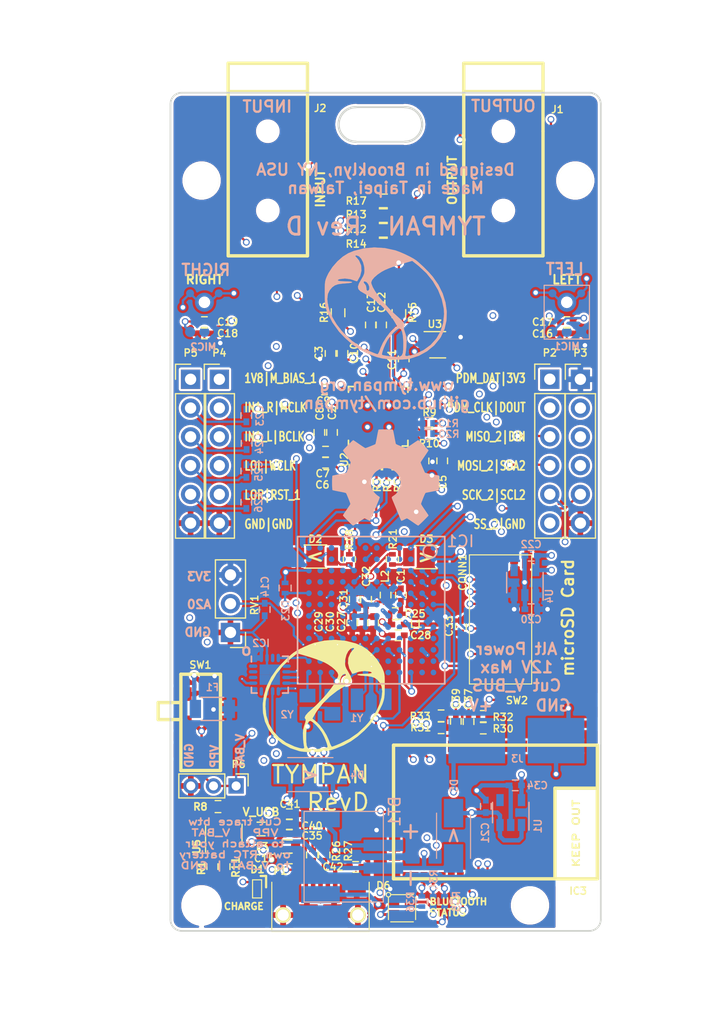
<source format=kicad_pcb>
(kicad_pcb (version 20171130) (host pcbnew "(5.1.5)-3")
  (title_block (title "Tympan Rev D") (date 3/19/18) (company "Solutiosn Design & Prototyping, LLC"))
  (layers (0 F.Cu signal) (1 In1.Cu power) (2 In2.Cu mixed) (31 B.Cu signal) (34 B.Paste user) (35 F.Paste user) (36 B.SilkS user) (37 F.SilkS user hide) (38 B.Mask user) (39 F.Mask user) (44 Edge.Cuts user))
  (net 0 "")
  (net 1 GND)
  (net 2 +3V3)
  (net 3 "Net-(C2-Pad1)")
  (net 4 "Net-(C2-Pad2)")
  (net 5 VPP)
  (net 6 +1V8)
  (net 7 "Net-(C8-Pad1)")
  (net 8 "Net-(C11-Pad1)")
  (net 9 /POT)
  (net 10 /IN2_L)
  (net 11 "Net-(C17-Pad2)")
  (net 12 /IN2_R)
  (net 13 "Net-(C19-Pad2)")
  (net 14 +BATT)
  (net 15 "Net-(D2-Pad2)")
  (net 16 "Net-(D3-Pad2)")
  (net 17 "Net-(J1-Pad3)")
  (net 18 /MICDET)
  (net 19 /BT_TX)
  (net 20 /BT_RX)
  (net 21 /BT_nRESET)
  (net 22 /BCLK)
  (net 23 /MCLK)
  (net 24 /BT_RTS)
  (net 25 /BT_CTS)
  (net 26 /WCLK)
  (net 27 /DIN)
  (net 28 /nRESET)
  (net 29 /SCL/SS)
  (net 30 /SDA/MOSI)
  (net 31 /DOUT)
  (net 32 /IN1_L)
  (net 33 /IN1_R)
  (net 34 /LOL)
  (net 35 /LOR)
  (net 36 "Net-(R2-Pad2)")
  (net 37 "Net-(R3-Pad2)")
  (net 38 "Net-(R4-Pad2)")
  (net 39 "Net-(R5-Pad2)")
  (net 40 "Net-(R6-Pad2)")
  (net 41 "Net-(R7-Pad2)")
  (net 42 "Net-(R9-Pad2)")
  (net 43 "Net-(R10-Pad2)")
  (net 44 /HPL)
  (net 45 "Net-(J1-Pad2)")
  (net 46 /HPR)
  (net 47 /MICBIAS)
  (net 48 "Net-(SW1-Pad6)")
  (net 49 "Net-(SW1-Pad3)")
  (net 50 "Net-(U2-Pad4)")
  (net 51 "Net-(U4-Pad4)")
  (net 52 "Net-(C23-Pad2)")
  (net 53 "Net-(C24-Pad2)")
  (net 54 "Net-(C25-Pad2)")
  (net 55 "Net-(C26-Pad2)")
  (net 56 "Net-(C1-Pad1)")
  (net 57 "Net-(C1-Pad2)")
  (net 58 "Net-(C28-Pad2)")
  (net 59 "Net-(IC1-PadA6)")
  (net 60 "Net-(IC1-PadA7)")
  (net 61 "Net-(IC1-PadA9)")
  (net 62 "Net-(IC1-PadA10)")
  (net 63 "Net-(IC1-PadC1)")
  (net 64 /CLK)
  (net 65 "Net-(IC1-PadE1)")
  (net 66 /USB0_D+)
  (net 67 "Net-(IC1-PadJ1)")
  (net 68 "Net-(IC1-PadB10)")
  (net 69 "Net-(IC1-PadB9)")
  (net 70 "Net-(IC1-PadB8)")
  (net 71 "Net-(IC1-PadB6)")
  (net 72 "Net-(IC1-PadB5)")
  (net 73 "Net-(IC1-PadB2)")
  (net 74 "Net-(IC1-PadB3)")
  (net 75 "Net-(IC1-PadC5)")
  (net 76 "Net-(IC1-PadC6)")
  (net 77 "Net-(IC1-PadC9)")
  (net 78 /DAT0)
  (net 79 /DAT1)
  (net 80 "Net-(IC1-PadD4)")
  (net 81 "Net-(IC1-PadD5)")
  (net 82 "Net-(IC1-PadD6)")
  (net 83 "Net-(IC1-PadD7)")
  (net 84 "Net-(IC1-PadD9)")
  (net 85 /DAT2)
  (net 86 /DAT3)
  (net 87 /CMD)
  (net 88 "Net-(IC1-PadC10)")
  (net 89 "Net-(IC1-PadD10)")
  (net 90 "Net-(IC1-PadC11)")
  (net 91 "Net-(IC1-PadD11)")
  (net 92 "Net-(IC1-PadD12)")
  (net 93 "Net-(IC1-PadF2)")
  (net 94 "Net-(IC1-PadF3)")
  (net 95 "Net-(IC1-PadF4)")
  (net 96 "Net-(IC1-PadG4)")
  (net 97 "Net-(IC1-PadG3)")
  (net 98 "Net-(IC1-PadG2)")
  (net 99 /USB0_D-)
  (net 100 "Net-(IC1-PadH4)")
  (net 101 "Net-(IC1-PadJ4)")
  (net 102 "Net-(IC1-PadJ3)")
  (net 103 "Net-(IC1-PadJ2)")
  (net 104 "Net-(IC1-PadK1)")
  (net 105 "Net-(IC1-PadK3)")
  (net 106 "Net-(IC1-PadL4)")
  (net 107 "Net-(IC1-PadL3)")
  (net 108 "Net-(IC1-PadL2)")
  (net 109 "Net-(IC1-PadL1)")
  (net 110 "Net-(IC1-PadM2)")
  (net 111 "Net-(IC1-PadH5)")
  (net 112 /PTA0)
  (net 113 /PTA1)
  (net 114 "Net-(IC1-PadJ7)")
  (net 115 "Net-(IC1-PadJ8)")
  (net 116 /PTA2)
  (net 117 /PTA3)
  (net 118 "Net-(IC1-PadK8)")
  (net 119 "Net-(IC1-PadL5)")
  (net 120 "Net-(IC1-PadL7)")
  (net 121 "Net-(IC1-PadL8)")
  (net 122 "Net-(IC1-PadM5)")
  (net 123 "Net-(IC1-PadM6)")
  (net 124 "Net-(IC1-PadM7)")
  (net 125 "Net-(IC1-PadE11)")
  (net 126 "Net-(IC1-PadF9)")
  (net 127 "Net-(IC1-PadF10)")
  (net 128 "Net-(IC1-PadF11)")
  (net 129 "Net-(IC1-PadF12)")
  (net 130 "Net-(IC1-PadG10)")
  (net 131 "Net-(IC1-PadG9)")
  (net 132 "Net-(IC1-PadH9)")
  (net 133 "Net-(IC1-PadH10)")
  (net 134 "Net-(IC1-PadH12)")
  (net 135 "Net-(IC1-PadJ10)")
  (net 136 "Net-(IC1-PadJ12)")
  (net 137 "Net-(IC1-PadM9)")
  (net 138 "Net-(IC1-PadL9)")
  (net 139 "Net-(IC1-PadK10)")
  (net 140 "Net-(IC1-PadL10)")
  (net 141 "Net-(IC1-PadM11)")
  (net 142 "Net-(IC1-PadL11)")
  (net 143 "Net-(IC1-PadK12)")
  (net 144 /RESET_B)
  (net 145 "Net-(IC1-PadM12)")
  (net 146 /DE)
  (net 147 "Net-(IC2-Pad5)")
  (net 148 /PROG)
  (net 149 "Net-(IC2-Pad11)")
  (net 150 "Net-(IC2-Pad12)")
  (net 151 "Net-(IC2-Pad14)")
  (net 152 "Net-(IC2-Pad15)")
  (net 153 "Net-(IC2-Pad16)")
  (net 154 "Net-(IC3-Pad5)")
  (net 155 "Net-(IC3-Pad6)")
  (net 156 "Net-(IC3-Pad7)")
  (net 157 "Net-(IC3-Pad8)")
  (net 158 "Net-(IC3-Pad9)")
  (net 159 "Net-(IC3-Pad10)")
  (net 160 "Net-(IC3-Pad12)")
  (net 161 "Net-(IC3-Pad14)")
  (net 162 "Net-(IC3-Pad16)")
  (net 163 "Net-(IC3-Pad17)")
  (net 164 "Net-(IC3-Pad24)")
  (net 165 "Net-(IC3-Pad29)")
  (net 166 "Net-(IC3-Pad34)")
  (net 167 "Net-(IC3-Pad35)")
  (net 168 "Net-(IC3-Pad36)")
  (net 169 "Net-(IC3-Pad45)")
  (net 170 "Net-(IC3-Pad46)")
  (net 171 "Net-(IC3-Pad47)")
  (net 172 "Net-(IC3-Pad48)")
  (net 173 "Net-(IC3-Pad49)")
  (net 174 "Net-(IC3-Pad50)")
  (net 175 "Net-(IC3-Pad51)")
  (net 176 "Net-(P1-Pad2)")
  (net 177 "Net-(P1-Pad4)")
  (net 178 "Net-(P1-Pad3)")
  (net 179 /V_USB)
  (net 180 "Net-(C21-Pad1)")
  (net 181 "Net-(C37-Pad2)")
  (net 182 "Net-(C39-Pad2)")
  (net 183 "Net-(D6-Pad2)")
  (net 184 "Net-(D6-Pad3)")
  (net 185 "Net-(D6-Pad4)")
  (net 186 "Net-(F1-Pad1)")
  (net 187 /VREGEN)
  (net 188 /LED_0)
  (net 189 /LED_1)
  (net 190 /LED_2)
  (net 191 "Net-(U1-Pad4)")
  (net 192 Earth)
  (net 193 /M_BIAS)
  (net 194 "Net-(R16-Pad2)")
  (net 195 /SS_2)
  (net 196 /SCK_2)
  (net 197 /TX_3)
  (net 198 /MISO_2)
  (net 199 /MOSI_2)
  (net 200 /RX_3)
  (net 201 "Net-(IC1-PadA4)")
  (net 202 "Net-(IC1-PadA5)")
  (net 203 "Net-(IC1-PadA2)")
  (net 204 "Net-(D1-Pad1)")
  (net 205 /BT_PIO5)
  (net 206 /BT_PIO0)
  (net 207 "Net-(IC3-Pad26)")
  (net 208 "Net-(MIC1-Pad5)")
  (net 209 "Net-(MIC2-Pad5)")
  (net 210 "Net-(R1-Pad2)")
  (net 211 "Net-(R8-Pad1)")
  (net 212 "Net-(D1-Pad4)")
  (net 213 /USB)
  (net 214 "Net-(C12-Pad1)")
  (net 215 "Net-(C13-Pad1)")
  (net 216 "Net-(C12-Pad2)")
  (net 217 "Net-(C13-Pad2)")
  (net 218 /nRESET_1)
  (net 219 /DIN_1)
  (net 220 /DOUT_1)
  (net 221 "Net-(IC1-PadC7)")
  (net 222 /SDA2)
  (net 223 /SCL2)
  (net 224 /M_BIAS_1)
  (net 225 "Net-(IC1-PadM1)")
  (net 226 /PDM_CLK)
  (net 227 /PDM_DAT)
  (module Tympan:NPTH_3.2mm (layer F.Cu) (at 117.6 118.23)
    (fp_text reference P8)
    (fp_text value CONN_01X01)
    (pad "" np_thru_hole circle (at 0 0) (size 3.2 3.2) (drill 3.2) (layers *.Cu))
  )
  (module Tympan:NPTH_3.2mm (layer F.Cu) (at 150.6 54.23)
    (fp_text reference P9)
    (fp_text value CONN_01X01)
    (pad "" np_thru_hole circle (at 0 0) (size 3 3) (drill 3) (layers *.Cu F.SilkS))
  )
  (module Tympan:NPTH_3.2mm (layer F.Cu) (at 117.6 54.23)
    (fp_text reference P10)
    (fp_text value CONN_01X01)
    (pad "" np_thru_hole circle (at 0 0) (size 3 3) (drill 3) (layers *.Cu F.SilkS))
  )
  (module Resistors_SMD:R_0402 (layer F.Cu) (at 135.9 79.53 90)
    (fp_text reference R6 (at -1.6 0.075 90) (layer F.SilkS) (effects (font (size 0.635 0.635) (thickness 0.127))))
    (fp_text value 33R)
    (pad 2 smd rect (at 0.45 0 90) (size 0.4 0.6) (layers F.Cu F.Paste F.Mask) (net 40 "Net-(R6-Pad2)"))
    (pad 1 smd rect (at -0.45 0 90) (size 0.4 0.6) (layers F.Cu F.Paste F.Mask) (net 31 /DOUT))
  )
  (module Tympan:BC127 (layer F.Cu) (at 142.85 109.78 270)
    (fp_text reference IC3 (at 7.175 -8) (layer F.SilkS) (effects (font (size 0.635 0.635) (thickness 0.127))))
    (fp_text value BC127)
    (fp_text user "KEEP OUT" (at 2.1 -7.825 270) (layer F.SilkS) (effects (font (size 0.6 0.8))))
    (pad 1 smd rect (at -5.6 -8.8 270) (size 1 0.6) (layers F.Cu F.Paste F.Mask) (net 1 GND))
    (pad 2 smd rect (at -5.6 -8 270) (size 1 0.6) (layers F.Cu F.Paste F.Mask) (net 1 GND))
    (pad 3 smd rect (at -5.6 -7.2 270) (size 1 0.6) (layers F.Cu F.Paste F.Mask) (net 1 GND))
    (pad 4 smd rect (at -5.6 -6.4 270) (size 1 0.6) (layers F.Cu F.Paste F.Mask) (net 1 GND))
    (pad 5 smd rect (at -5.6 -5.6 270) (size 1 0.6) (layers F.Cu F.Paste F.Mask) (net 154 "Net-(IC3-Pad5)"))
    (pad 6 smd rect (at -5.6 -4.8 270) (size 1 0.6) (layers F.Cu F.Paste F.Mask) (net 155 "Net-(IC3-Pad6)"))
    (pad 7 smd rect (at -5.6 -4 270) (size 1 0.6) (layers F.Cu F.Paste F.Mask) (net 156 "Net-(IC3-Pad7)"))
    (pad 8 smd rect (at -5.6 -3.2 270) (size 1 0.6) (layers F.Cu F.Paste F.Mask) (net 157 "Net-(IC3-Pad8)"))
    (pad 9 smd rect (at -5.6 -2.4 270) (size 1 0.6) (layers F.Cu F.Paste F.Mask) (net 158 "Net-(IC3-Pad9)"))
    (pad 10 smd rect (at -5.6 -1.6 270) (size 1 0.6) (layers F.Cu F.Paste F.Mask) (net 159 "Net-(IC3-Pad10)"))
    (pad 11 smd rect (at -5.6 -0.8 270) (size 1 0.6) (layers F.Cu F.Paste F.Mask) (net 1 GND))
    (pad 12 smd rect (at -5.6 0 270) (size 1 0.6) (layers F.Cu F.Paste F.Mask) (net 160 "Net-(IC3-Pad12)"))
    (pad 13 smd rect (at -5.6 0.8 270) (size 1 0.6) (layers F.Cu F.Paste F.Mask) (net 1 GND))
    (pad 14 smd rect (at -5.6 1.6 270) (size 1 0.6) (layers F.Cu F.Paste F.Mask) (net 161 "Net-(IC3-Pad14)"))
    (pad 15 smd rect (at -5.6 2.4 270) (size 1 0.6) (layers F.Cu F.Paste F.Mask) (net 1 GND))
    (pad 16 smd rect (at -5.6 3.2 270) (size 1 0.6) (layers F.Cu F.Paste F.Mask) (net 162 "Net-(IC3-Pad16)"))
    (pad 17 smd rect (at -5.6 4 270) (size 1 0.6) (layers F.Cu F.Paste F.Mask) (net 163 "Net-(IC3-Pad17)"))
    (pad 18 smd rect (at -5.6 4.8 270) (size 1 0.6) (layers F.Cu F.Paste F.Mask) (net 1 GND))
    (pad 19 smd rect (at -5.6 5.6 270) (size 1 0.6) (layers F.Cu F.Paste F.Mask) (net 35 /LOR))
    (pad 20 smd rect (at -5.6 6.4 270) (size 1 0.6) (layers F.Cu F.Paste F.Mask) (net 1 GND))
    (pad 21 smd rect (at -5.6 7.2 270) (size 1 0.6) (layers F.Cu F.Paste F.Mask) (net 34 /LOL))
    (pad 22 smd rect (at -4.6 8.2 270) (size 0.6 1) (layers F.Cu F.Paste F.Mask) (net 1 GND))
    (pad 23 smd rect (at -3.8 8.2 270) (size 0.6 1) (layers F.Cu F.Paste F.Mask) (net 206 /BT_PIO0))
    (pad 24 smd rect (at -3 8.2 270) (size 0.6 1) (layers F.Cu F.Paste F.Mask) (net 164 "Net-(IC3-Pad24)"))
    (pad 25 smd rect (at -2.2 8.2 270) (size 0.6 1) (layers F.Cu F.Paste F.Mask) (net 205 /BT_PIO5))
    (pad 26 smd rect (at -1.4 8.2 270) (size 0.6 1) (layers F.Cu F.Paste F.Mask) (net 207 "Net-(IC3-Pad26)"))
    (pad 27 smd rect (at -0.6 8.2 270) (size 0.6 1) (layers F.Cu F.Paste F.Mask) (net 1 GND))
    (pad 28 smd rect (at 0.2 8.2 270) (size 0.6 1) (layers F.Cu F.Paste F.Mask) (net 187 /VREGEN))
    (pad 29 smd rect (at 1 8.2 270) (size 0.6 1) (layers F.Cu F.Paste F.Mask) (net 165 "Net-(IC3-Pad29)"))
    (pad 30 smd rect (at 1.8 8.2 270) (size 0.6 1) (layers F.Cu F.Paste F.Mask) (net 2 +3V3))
    (pad 31 smd rect (at 2.6 8.2 270) (size 0.6 1) (layers F.Cu F.Paste F.Mask) (net 2 +3V3))
    (pad 32 smd rect (at 3.4 8.2 270) (size 0.6 1) (layers F.Cu F.Paste F.Mask) (net 2 +3V3))
    (pad 33 smd rect (at 4.2 8.2 270) (size 0.6 1) (layers F.Cu F.Paste F.Mask) (net 2 +3V3))
    (pad 34 smd rect (at 5 8.2 270) (size 0.6 1) (layers F.Cu F.Paste F.Mask) (net 166 "Net-(IC3-Pad34)"))
    (pad 35 smd rect (at 6 7.2 270) (size 1 0.6) (layers F.Cu F.Paste F.Mask) (net 167 "Net-(IC3-Pad35)"))
    (pad 36 smd rect (at 6 6.4 270) (size 1 0.6) (layers F.Cu F.Paste F.Mask) (net 168 "Net-(IC3-Pad36)"))
    (pad 37 smd rect (at 6 5.6 270) (size 1 0.6) (layers F.Cu F.Paste F.Mask) (net 188 /LED_0))
    (pad 38 smd rect (at 6 4.8 270) (size 1 0.6) (layers F.Cu F.Paste F.Mask) (net 189 /LED_1))
    (pad 39 smd rect (at 6 4 270) (size 1 0.6) (layers F.Cu F.Paste F.Mask) (net 190 /LED_2))
    (pad 40 smd rect (at 6 3.2 270) (size 1 0.6) (layers F.Cu F.Paste F.Mask) (net 25 /BT_CTS))
    (pad 41 smd rect (at 6 2.4 270) (size 1 0.6) (layers F.Cu F.Paste F.Mask) (net 19 /BT_TX))
    (pad 42 smd rect (at 6 1.6 270) (size 1 0.6) (layers F.Cu F.Paste F.Mask) (net 20 /BT_RX))
    (pad 43 smd rect (at 6 0.8 270) (size 1 0.6) (layers F.Cu F.Paste F.Mask) (net 24 /BT_RTS))
    (pad 44 smd rect (at 6 0 270) (size 1 0.6) (layers F.Cu F.Paste F.Mask) (net 21 /BT_nRESET))
    (pad 45 smd rect (at 6 -0.8 270) (size 1 0.6) (layers F.Cu F.Paste F.Mask) (net 169 "Net-(IC3-Pad45)"))
    (pad 46 smd rect (at 6 -1.6 270) (size 1 0.6) (layers F.Cu F.Paste F.Mask) (net 170 "Net-(IC3-Pad46)"))
    (pad 47 smd rect (at 6 -2.4 270) (size 1 0.6) (layers F.Cu F.Paste F.Mask) (net 171 "Net-(IC3-Pad47)"))
    (pad 48 smd rect (at 6 -3.2 270) (size 1 0.6) (layers F.Cu F.Paste F.Mask) (net 172 "Net-(IC3-Pad48)"))
    (pad 49 smd rect (at 6 -4 270) (size 1 0.6) (layers F.Cu F.Paste F.Mask) (net 173 "Net-(IC3-Pad49)"))
    (pad 50 smd rect (at 6 -4.8 270) (size 1 0.6) (layers F.Cu F.Paste F.Mask) (net 174 "Net-(IC3-Pad50)"))
    (pad 51 smd rect (at 6 -5.6 270) (size 1 0.6) (layers F.Cu F.Paste F.Mask) (net 175 "Net-(IC3-Pad51)"))
  )
  (module Capacitors_SMD:C_1206 (layer F.Cu) (at 127.65 87.43)
    (fp_text reference D2 (at 0 -1.55) (layer F.SilkS) (effects (font (size 0.635 0.635) (thickness 0.127))))
    (fp_text value LED)
    (pad 1 smd rect (at -1.5 0) (size 1 1.6) (layers F.Cu F.Paste F.Mask) (net 1 GND))
    (pad 2 smd rect (at 1.5 0) (size 1 1.6) (layers F.Cu F.Paste F.Mask) (net 15 "Net-(D2-Pad2)"))
  )
  (module Capacitors_SMD:C_1206 (layer F.Cu) (at 137.4 87.48 180)
    (fp_text reference D3 (at -0.05 1.6 180) (layer F.SilkS) (effects (font (size 0.635 0.635) (thickness 0.127))))
    (fp_text value LED)
    (pad 1 smd rect (at -1.5 0 180) (size 1 1.6) (layers F.Cu F.Paste F.Mask) (net 1 GND))
    (pad 2 smd rect (at 1.5 0 180) (size 1 1.6) (layers F.Cu F.Paste F.Mask) (net 16 "Net-(D3-Pad2)"))
  )
  (module Capacitors_SMD:C_1206 (layer B.Cu) (at 118.55 100.88)
    (fp_text reference F1 (at 0 -1.9) (layer B.SilkS) (effects (font (size 0.635 0.635) (thickness 0.127)) (justify mirror)))
    (fp_text value FUSE)
    (pad 1 smd rect (at -1.5 0) (size 1 1.6) (layers B.Cu B.Paste B.Mask) (net 186 "Net-(F1-Pad1)"))
    (pad 2 smd rect (at 1.5 0) (size 1 1.6) (layers B.Cu B.Paste B.Mask) (net 2 +3V3))
  )
  (module Capacitors_SMD:C_0603 (layer F.Cu) (at 133.65 58.63)
    (fp_text reference R12 (at -2.4 -0.1) (layer F.SilkS) (effects (font (size 0.635 0.635) (thickness 0.127))))
    (fp_text value 0R)
    (pad 1 smd rect (at -0.75 0) (size 0.8 0.75) (layers F.Cu F.Paste F.Mask) (net 44 /HPL))
    (pad 2 smd rect (at 0.75 0) (size 0.8 0.75) (layers F.Cu F.Paste F.Mask) (net 45 "Net-(J1-Pad2)"))
  )
  (module Capacitors_SMD:C_0603 (layer F.Cu) (at 133.65 57.33)
    (fp_text reference R13 (at -2.4 -0.1) (layer F.SilkS) (effects (font (size 0.635 0.635) (thickness 0.127))))
    (fp_text value 0R)
    (pad 1 smd rect (at -0.75 0) (size 0.8 0.75) (layers F.Cu F.Paste F.Mask) (net 46 /HPR))
    (pad 2 smd rect (at 0.75 0) (size 0.8 0.75) (layers F.Cu F.Paste F.Mask) (net 17 "Net-(J1-Pad3)"))
  )
  (module Capacitors_SMD:C_0603 (layer F.Cu) (at 133.65 59.93 180)
    (fp_text reference R14 (at 2.4 0.1 180) (layer F.SilkS) (effects (font (size 0.635 0.635) (thickness 0.127))))
    (fp_text value DNP)
    (pad 1 smd rect (at -0.75 0 180) (size 0.8 0.75) (layers F.Cu F.Paste F.Mask) (net 45 "Net-(J1-Pad2)"))
    (pad 2 smd rect (at 0.75 0 180) (size 0.8 0.75) (layers F.Cu F.Paste F.Mask) (net 1 GND))
  )
  (module Capacitors_SMD:C_0603 (layer F.Cu) (at 135.025 65.98 90)
    (fp_text reference R15 (at 0.1 1.2 90) (layer F.SilkS) (effects (font (size 0.635 0.635) (thickness 0.127))))
    (fp_text value 2.2K)
    (pad 1 smd rect (at -0.75 0 90) (size 0.8 0.75) (layers F.Cu F.Paste F.Mask) (net 47 /MICBIAS))
    (pad 2 smd rect (at 0.75 0 90) (size 0.8 0.75) (layers F.Cu F.Paste F.Mask) (net 216 "Net-(C12-Pad2)"))
  )
  (module Capacitors_SMD:C_0603 (layer F.Cu) (at 129.65 65.905 270)
    (fp_text reference R16 (at -0.025 1.225 270) (layer F.SilkS) (effects (font (size 0.635 0.635) (thickness 0.127))))
    (fp_text value 2.2K)
    (pad 1 smd rect (at -0.75 0 270) (size 0.8 0.75) (layers F.Cu F.Paste F.Mask) (net 217 "Net-(C13-Pad2)"))
    (pad 2 smd rect (at 0.75 0 270) (size 0.8 0.75) (layers F.Cu F.Paste F.Mask) (net 194 "Net-(R16-Pad2)"))
  )
  (module Capacitors_SMD:C_0603 (layer F.Cu) (at 133.65 56.03 180)
    (fp_text reference R17 (at 2.4 0 180) (layer F.SilkS) (effects (font (size 0.635 0.635) (thickness 0.127))))
    (fp_text value DNP)
    (pad 1 smd rect (at -0.75 0 180) (size 0.8 0.75) (layers F.Cu F.Paste F.Mask) (net 17 "Net-(J1-Pad3)"))
    (pad 2 smd rect (at 0.75 0 180) (size 0.8 0.75) (layers F.Cu F.Paste F.Mask) (net 1 GND))
  )
  (module Housings_DFN_QFN:UQFN-40-1EP_5x5mm_Pitch0.4mm (layer F.Cu) (at 133.1946 75.047 90)
    (fp_text reference U2 (at -3.833 -2.9946 90) (layer F.SilkS) (effects (font (size 0.635 0.635) (thickness 0.127))))
    (fp_text value TLV320AIC3206IRSBT)
    (pad 1 smd rect (at -2.5 -1.8 90) (size 0.75 0.2) (layers F.Cu F.Paste F.Mask) (net 1 GND))
    (pad 2 smd rect (at -2.5 -1.4 90) (size 0.75 0.2) (layers F.Cu F.Paste F.Mask) (net 1 GND))
    (pad 3 smd rect (at -2.5 -1 90) (size 0.75 0.2) (layers F.Cu F.Paste F.Mask) (net 36 "Net-(R2-Pad2)"))
    (pad 4 smd rect (at -2.5 -0.6 90) (size 0.75 0.2) (layers F.Cu F.Paste F.Mask) (net 50 "Net-(U2-Pad4)"))
    (pad 5 smd rect (at -2.5 -0.2 90) (size 0.75 0.2) (layers F.Cu F.Paste F.Mask) (net 41 "Net-(R7-Pad2)"))
    (pad 6 smd rect (at -2.5 0.2 90) (size 0.75 0.2) (layers F.Cu F.Paste F.Mask) (net 37 "Net-(R3-Pad2)"))
    (pad 7 smd rect (at -2.5 0.6 90) (size 0.75 0.2) (layers F.Cu F.Paste F.Mask) (net 38 "Net-(R4-Pad2)"))
    (pad 8 smd rect (at -2.5 1 90) (size 0.75 0.2) (layers F.Cu F.Paste F.Mask) (net 39 "Net-(R5-Pad2)"))
    (pad 9 smd rect (at -2.5 1.4 90) (size 0.75 0.2) (layers F.Cu F.Paste F.Mask) (net 40 "Net-(R6-Pad2)"))
    (pad 10 smd rect (at -2.5 1.8 90) (size 0.75 0.2) (layers F.Cu F.Paste F.Mask) (net 2 +3V3))
    (pad 11 smd rect (at -1.8 2.5 180) (size 0.75 0.2) (layers F.Cu F.Paste F.Mask) (net 1 GND))
    (pad 12 smd rect (at -1.4 2.5 180) (size 0.75 0.2) (layers F.Cu F.Paste F.Mask) (net 226 /PDM_CLK))
    (pad 13 smd rect (at -1 2.5 180) (size 0.75 0.2) (layers F.Cu F.Paste F.Mask) (net 43 "Net-(R10-Pad2)"))
    (pad 14 smd rect (at -0.6 2.5 180) (size 0.75 0.2) (layers F.Cu F.Paste F.Mask) (net 42 "Net-(R9-Pad2)"))
    (pad 15 smd rect (at -0.2 2.5 180) (size 0.75 0.2) (layers F.Cu F.Paste F.Mask) (net 227 /PDM_DAT))
    (pad 16 smd rect (at 0.2 2.5 180) (size 0.75 0.2) (layers F.Cu F.Paste F.Mask) (net 1 GND))
    (pad 17 smd rect (at 0.6 2.5 180) (size 0.75 0.2) (layers F.Cu F.Paste F.Mask) (net 32 /IN1_L))
    (pad 18 smd rect (at 1 2.5 180) (size 0.75 0.2) (layers F.Cu F.Paste F.Mask) (net 33 /IN1_R))
    (pad 19 smd rect (at 1.4 2.5 180) (size 0.75 0.2) (layers F.Cu F.Paste F.Mask) (net 10 /IN2_L))
    (pad 20 smd rect (at 1.8 2.5 180) (size 0.75 0.2) (layers F.Cu F.Paste F.Mask) (net 12 /IN2_R))
    (pad 21 smd rect (at 2.5 1.8 90) (size 0.75 0.2) (layers F.Cu F.Paste F.Mask) (net 1 GND))
    (pad 22 smd rect (at 2.5 1.4 90) (size 0.75 0.2) (layers F.Cu F.Paste F.Mask) (net 8 "Net-(C11-Pad1)"))
    (pad 23 smd rect (at 2.5 1 90) (size 0.75 0.2) (layers F.Cu F.Paste F.Mask) (net 47 /MICBIAS))
    (pad 24 smd rect (at 2.5 0.6 90) (size 0.75 0.2) (layers F.Cu F.Paste F.Mask) (net 214 "Net-(C12-Pad1)"))
    (pad 25 smd rect (at 2.5 0.2 90) (size 0.75 0.2) (layers F.Cu F.Paste F.Mask) (net 215 "Net-(C13-Pad1)"))
    (pad 26 smd rect (at 2.5 -0.2 90) (size 0.75 0.2) (layers F.Cu F.Paste F.Mask) (net 34 /LOL))
    (pad 27 smd rect (at 2.5 -0.6 90) (size 0.75 0.2) (layers F.Cu F.Paste F.Mask) (net 35 /LOR))
    (pad 28 smd rect (at 2.5 -1 90) (size 0.75 0.2) (layers F.Cu F.Paste F.Mask) (net 1 GND))
    (pad 29 smd rect (at 2.5 -1.4 90) (size 0.75 0.2) (layers F.Cu F.Paste F.Mask) (net 6 +1V8))
    (pad 30 smd rect (at 2.5 -1.8 90) (size 0.75 0.2) (layers F.Cu F.Paste F.Mask) (net 2 +3V3))
    (pad 31 smd rect (at 1.8 -2.5 180) (size 0.75 0.2) (layers F.Cu F.Paste F.Mask) (net 44 /HPL))
    (pad 32 smd rect (at 1.4 -2.5 180) (size 0.75 0.2) (layers F.Cu F.Paste F.Mask) (net 6 +1V8))
    (pad 33 smd rect (at 1 -2.5 180) (size 0.75 0.2) (layers F.Cu F.Paste F.Mask) (net 46 /HPR))
    (pad 34 smd rect (at 0.6 -2.5 180) (size 0.75 0.2) (layers F.Cu F.Paste F.Mask) (net 18 /MICDET))
    (pad 35 smd rect (at 0.2 -2.5 180) (size 0.75 0.2) (layers F.Cu F.Paste F.Mask) (net 7 "Net-(C8-Pad1)"))
    (pad 36 smd rect (at -0.2 -2.5 180) (size 0.75 0.2) (layers F.Cu F.Paste F.Mask) (net 3 "Net-(C2-Pad1)"))
    (pad 37 smd rect (at -0.6 -2.5 180) (size 0.75 0.2) (layers F.Cu F.Paste F.Mask) (net 1 GND))
    (pad 38 smd rect (at -1 -2.5 180) (size 0.75 0.2) (layers F.Cu F.Paste F.Mask) (net 4 "Net-(C2-Pad2)"))
    (pad 39 smd rect (at -1.4 -2.5 180) (size 0.75 0.2) (layers F.Cu F.Paste F.Mask) (net 6 +1V8))
    (pad 40 smd rect (at -1.8 -2.5 180) (size 0.75 0.2) (layers F.Cu F.Paste F.Mask) (net 6 +1V8))
    (pad 41 smd rect (at 0.95 0.95 90) (size 1.9 1.9) (layers F.Cu F.Paste F.Mask) (net 1 GND))
    (pad 41 smd rect (at 0.95 -0.95 90) (size 1.9 1.9) (layers F.Cu F.Paste F.Mask) (net 1 GND))
    (pad 41 smd rect (at -0.95 0.95 90) (size 1.9 1.9) (layers F.Cu F.Paste F.Mask) (net 1 GND))
    (pad 41 smd rect (at -0.95 -0.95 90) (size 1.9 1.9) (layers F.Cu F.Paste F.Mask) (net 1 GND))
  )
  (module TO_SOT_Packages_SMD:SOT-23-5 (layer B.Cu) (at 146.15 89.73 90)
    (fp_text reference U4 (at -1.1938 2.1463 90) (layer B.SilkS) (effects (font (size 0.635 0.635) (thickness 0.127)) (justify mirror)))
    (fp_text value LP5907MFX-1.8)
    (pad 1 smd rect (at -1.1 0.95 90) (size 1.06 0.65) (layers B.Cu B.Paste B.Mask) (net 2 +3V3))
    (pad 2 smd rect (at -1.1 0 90) (size 1.06 0.65) (layers B.Cu B.Paste B.Mask) (net 1 GND))
    (pad 3 smd rect (at -1.1 -0.95 90) (size 1.06 0.65) (layers B.Cu B.Paste B.Mask) (net 2 +3V3))
    (pad 4 smd rect (at 1.1 -0.95 90) (size 1.06 0.65) (layers B.Cu B.Paste B.Mask) (net 51 "Net-(U4-Pad4)"))
    (pad 5 smd rect (at 1.1 0.95 90) (size 1.06 0.65) (layers B.Cu B.Paste B.Mask) (net 6 +1V8))
  )
  (module Tympan:SJ-3524-SMT-TR (layer F.Cu) (at 123.45 49.88 270)
    (fp_text reference J2 (at -2.032 -4.6228) (layer F.SilkS) (effects (font (size 0.635 0.635) (thickness 0.127))))
    (fp_text value SJ-3524-SMT-TR-PI)
    (pad 4 smd rect (at 12.2 -0.75 270) (size 2.8 2.8) (layers F.Cu F.Paste F.Mask) (net 18 /MICDET))
    (pad 2 smd rect (at 8.3 4.2 270) (size 2.8 2.8) (layers F.Cu F.Paste F.Mask) (net 216 "Net-(C12-Pad2)"))
    (pad 3 smd rect (at 0.9 -4.2 270) (size 2.2 2.8) (layers F.Cu F.Paste F.Mask) (net 217 "Net-(C13-Pad2)"))
    (pad "" np_thru_hole circle (at 7 0 270) (size 1.7 1.7) (drill 1.7) (layers *.Cu *.Mask))
    (pad "" np_thru_hole circle (at 0 0 270) (size 1.7 1.7) (drill 1.7) (layers *.Cu *.Mask))
    (pad 1 smd rect (at -1.1 4.2 270) (size 2.2 2.8) (layers F.Cu F.Paste F.Mask) (net 1 GND))
  )
  (module Tympan:SJ-3523-SMT-TR (layer F.Cu) (at 144.25 49.88 270)
    (fp_text reference J1 (at -1.925 -4.775) (layer F.SilkS) (effects (font (size 0.635 0.635) (thickness 0.127))))
    (fp_text value SJ-3523-SMT-TR)
    (pad 2 smd rect (at 8.3 4.2 270) (size 2.8 2.8) (layers F.Cu F.Paste F.Mask) (net 45 "Net-(J1-Pad2)"))
    (pad 3 smd rect (at 0.9 -4.2 270) (size 2.2 2.8) (layers F.Cu F.Paste F.Mask) (net 17 "Net-(J1-Pad3)"))
    (pad "" np_thru_hole circle (at 7 0 270) (size 1.7 1.7) (drill 1.7) (layers *.Cu *.Mask))
    (pad "" np_thru_hole circle (at 0 0 270) (size 1.7 1.7) (drill 1.7) (layers *.Cu *.Mask))
    (pad 1 smd rect (at -1.1 4.2 270) (size 2.2 2.8) (layers F.Cu F.Paste F.Mask) (net 1 GND))
  )
  (module Capacitors_SMD:C_0402 (layer F.Cu) (at 135.2 90.83 270)
    (fp_text reference C1 (at -1.7 0 270) (layer F.SilkS) (effects (font (size 0.635 0.635) (thickness 0.127))))
    (fp_text value 0.1uF)
    (pad 1 smd rect (at -0.55 0 270) (size 0.6 0.5) (layers F.Cu F.Paste F.Mask) (net 56 "Net-(C1-Pad1)"))
    (pad 2 smd rect (at 0.55 0 270) (size 0.6 0.5) (layers F.Cu F.Paste F.Mask) (net 57 "Net-(C1-Pad2)"))
  )
  (module Capacitors_SMD:C_0402 (layer F.Cu) (at 129.1179 76.4694 270)
    (fp_text reference C2 (at -1.7145 -0.0127 270) (layer F.SilkS) (effects (font (size 0.635 0.635) (thickness 0.127))))
    (fp_text value 2.2uF)
    (pad 1 smd rect (at -0.55 0 270) (size 0.6 0.5) (layers F.Cu F.Paste F.Mask) (net 3 "Net-(C2-Pad1)"))
    (pad 2 smd rect (at 0.55 0 270) (size 0.6 0.5) (layers F.Cu F.Paste F.Mask) (net 4 "Net-(C2-Pad2)"))
  )
  (module Capacitors_SMD:C_0402 (layer F.Cu) (at 128.9909 69.4971 270)
    (fp_text reference C3 (at -0.0381 1.0287 270) (layer F.SilkS) (effects (font (size 0.635 0.635) (thickness 0.127))))
    (fp_text value 0.1uF)
    (pad 1 smd rect (at -0.55 0 270) (size 0.6 0.5) (layers F.Cu F.Paste F.Mask) (net 1 GND))
    (pad 2 smd rect (at 0.55 0 270) (size 0.6 0.5) (layers F.Cu F.Paste F.Mask) (net 2 +3V3))
  )
  (module Capacitors_SMD:C_0402 (layer F.Cu) (at 137.2006 78.9893 90)
    (fp_text reference C4 (at -1.905 -0.0381 90) (layer F.SilkS) (effects (font (size 0.635 0.635) (thickness 0.127))))
    (fp_text value 10uF)
    (pad 1 smd rect (at -0.55 0 90) (size 0.6 0.5) (layers F.Cu F.Paste F.Mask) (net 1 GND))
    (pad 2 smd rect (at 0.55 0 90) (size 0.6 0.5) (layers F.Cu F.Paste F.Mask) (net 2 +3V3))
  )
  (module Capacitors_SMD:C_0402 (layer F.Cu) (at 138.85 78.98 90)
    (fp_text reference C5 (at -1.8669 0.0381 90) (layer F.SilkS) (effects (font (size 0.635 0.635) (thickness 0.127))))
    (fp_text value 0.1uF)
    (pad 1 smd rect (at -0.55 0 90) (size 0.6 0.5) (layers F.Cu F.Paste F.Mask) (net 1 GND))
    (pad 2 smd rect (at 0.55 0 90) (size 0.6 0.5) (layers F.Cu F.Paste F.Mask) (net 2 +3V3))
  )
  (module Capacitors_SMD:C_0402 (layer F.Cu) (at 128.5464 79.1491 180)
    (fp_text reference C6 (at 0.2794 -1.9431 180) (layer F.SilkS) (effects (font (size 0.635 0.635) (thickness 0.127))))
    (fp_text value 10uF)
    (pad 1 smd rect (at -0.55 0 180) (size 0.6 0.5) (layers F.Cu F.Paste F.Mask) (net 6 +1V8))
    (pad 2 smd rect (at 0.55 0 180) (size 0.6 0.5) (layers F.Cu F.Paste F.Mask) (net 1 GND))
  )
  (module Capacitors_SMD:C_0402 (layer F.Cu) (at 128.5464 78.1712 180)
    (fp_text reference C7 (at 0.254 -1.9304 180) (layer F.SilkS) (effects (font (size 0.635 0.635) (thickness 0.127))))
    (fp_text value 0.1uF)
    (pad 1 smd rect (at -0.55 0 180) (size 0.6 0.5) (layers F.Cu F.Paste F.Mask) (net 6 +1V8))
    (pad 2 smd rect (at 0.55 0 180) (size 0.6 0.5) (layers F.Cu F.Paste F.Mask) (net 1 GND))
  )
  (module Capacitors_SMD:C_0402 (layer F.Cu) (at 128.0003 76.4694 270)
    (fp_text reference C8 (at -1.6764 -0.0381 270) (layer F.SilkS) (effects (font (size 0.635 0.635) (thickness 0.127))))
    (fp_text value 2.2uF)
    (pad 1 smd rect (at -0.55 0 270) (size 0.6 0.5) (layers F.Cu F.Paste F.Mask) (net 7 "Net-(C8-Pad1)"))
    (pad 2 smd rect (at 0.55 0 270) (size 0.6 0.5) (layers F.Cu F.Paste F.Mask) (net 1 GND))
  )
  (module Capacitors_SMD:C_0402 (layer F.Cu) (at 128.45 72.68 180)
    (fp_text reference C9 (at 0.1 -1 180) (layer F.SilkS) (effects (font (size 0.635 0.635) (thickness 0.127))))
    (fp_text value 1uF)
    (pad 1 smd rect (at -0.55 0 180) (size 0.6 0.5) (layers F.Cu F.Paste F.Mask) (net 6 +1V8))
    (pad 2 smd rect (at 0.55 0 180) (size 0.6 0.5) (layers F.Cu F.Paste F.Mask) (net 1 GND))
  )
  (module Capacitors_SMD:C_0402 (layer F.Cu) (at 130.045 69.4971 90)
    (fp_text reference C10 (at 0.0381 1.0414 90) (layer F.SilkS) (effects (font (size 0.635 0.635) (thickness 0.127))))
    (fp_text value 0.1uF)
    (pad 1 smd rect (at -0.55 0 90) (size 0.6 0.5) (layers F.Cu F.Paste F.Mask) (net 6 +1V8))
    (pad 2 smd rect (at 0.55 0 90) (size 0.6 0.5) (layers F.Cu F.Paste F.Mask) (net 1 GND))
  )
  (module Capacitors_SMD:C_0402 (layer F.Cu) (at 135.45 69.98 270)
    (fp_text reference C11 (at 0.05 1.05 270) (layer F.SilkS) (effects (font (size 0.635 0.635) (thickness 0.127))))
    (fp_text value 10uF)
    (pad 1 smd rect (at -0.55 0 270) (size 0.6 0.5) (layers F.Cu F.Paste F.Mask) (net 8 "Net-(C11-Pad1)"))
    (pad 2 smd rect (at 0.55 0 270) (size 0.6 0.5) (layers F.Cu F.Paste F.Mask) (net 1 GND))
  )
  (module Capacitors_SMD:C_0402 (layer F.Cu) (at 133.45 66.98 90)
    (fp_text reference C12 (at 1.9945 0.0471 270) (layer F.SilkS) (effects (font (size 0.635 0.635) (thickness 0.127))))
    (fp_text value 2.2uF)
    (pad 1 smd rect (at -0.55 0 90) (size 0.6 0.5) (layers F.Cu F.Paste F.Mask) (net 214 "Net-(C12-Pad1)"))
    (pad 2 smd rect (at 0.55 0 90) (size 0.6 0.5) (layers F.Cu F.Paste F.Mask) (net 216 "Net-(C12-Pad2)"))
  )
  (module Capacitors_SMD:C_0402 (layer F.Cu) (at 132.55 66.98 90)
    (fp_text reference C13 (at 1.9945 0.0278 270) (layer F.SilkS) (effects (font (size 0.635 0.635) (thickness 0.127))))
    (fp_text value 2.2uF)
    (pad 1 smd rect (at -0.55 0 90) (size 0.6 0.5) (layers F.Cu F.Paste F.Mask) (net 215 "Net-(C13-Pad1)"))
    (pad 2 smd rect (at 0.55 0 90) (size 0.6 0.5) (layers F.Cu F.Paste F.Mask) (net 217 "Net-(C13-Pad2)"))
  )
  (module Capacitors_SMD:C_0402 (layer B.Cu) (at 123.175 92.105 270)
    (fp_text reference C14 (at -2.025 -0.025 270) (layer B.SilkS) (effects (font (size 0.635 0.635) (thickness 0.127)) (justify mirror)))
    (fp_text value 0.1uF)
    (pad 1 smd rect (at -0.55 0 270) (size 0.6 0.5) (layers B.Cu B.Paste B.Mask) (net 9 /POT))
    (pad 2 smd rect (at 0.55 0 270) (size 0.6 0.5) (layers B.Cu B.Paste B.Mask) (net 1 GND))
  )
  (module Capacitors_SMD:C_0402 (layer F.Cu) (at 125.35 114.08 180)
    (fp_text reference C15 (at 2.2 0 180) (layer F.SilkS) (effects (font (size 0.635 0.635) (thickness 0.127))))
    (fp_text value 10uF)
    (pad 1 smd rect (at -0.55 0 180) (size 0.6 0.5) (layers F.Cu F.Paste F.Mask) (net 213 /USB))
    (pad 2 smd rect (at 0.55 0 180) (size 0.6 0.5) (layers F.Cu F.Paste F.Mask) (net 1 GND))
  )
  (module Capacitors_SMD:C_0402 (layer F.Cu) (at 149.85 67.73)
    (fp_text reference C16 (at -2.142266 0.031469) (layer F.SilkS) (effects (font (size 0.635 0.635) (thickness 0.127))))
    (fp_text value 0.1uF)
    (pad 1 smd rect (at -0.55 0) (size 0.6 0.5) (layers F.Cu F.Paste F.Mask) (net 1 GND))
    (pad 2 smd rect (at 0.55 0) (size 0.6 0.5) (layers F.Cu F.Paste F.Mask) (net 2 +3V3))
  )
  (module Capacitors_SMD:C_0402 (layer F.Cu) (at 149.85 66.73)
    (fp_text reference C17 (at -2.142266 -0.009231) (layer F.SilkS) (effects (font (size 0.635 0.635) (thickness 0.127))))
    (fp_text value 1uF)
    (pad 1 smd rect (at -0.55 0) (size 0.6 0.5) (layers F.Cu F.Paste F.Mask) (net 10 /IN2_L))
    (pad 2 smd rect (at 0.55 0) (size 0.6 0.5) (layers F.Cu F.Paste F.Mask) (net 11 "Net-(C17-Pad2)"))
  )
  (module Capacitors_SMD:C_0402 (layer F.Cu) (at 117.85 67.73)
    (fp_text reference C18 (at 2.05 0) (layer F.SilkS) (effects (font (size 0.635 0.635) (thickness 0.127))))
    (fp_text value 0.1uF)
    (pad 1 smd rect (at -0.55 0) (size 0.6 0.5) (layers F.Cu F.Paste F.Mask) (net 1 GND))
    (pad 2 smd rect (at 0.55 0) (size 0.6 0.5) (layers F.Cu F.Paste F.Mask) (net 2 +3V3))
  )
  (module Capacitors_SMD:C_0402 (layer F.Cu) (at 117.85 66.73 180)
    (fp_text reference C19 (at -2.0513 0.0194 180) (layer F.SilkS) (effects (font (size 0.635 0.635) (thickness 0.127))))
    (fp_text value 1uF)
    (pad 1 smd rect (at -0.55 0 180) (size 0.6 0.5) (layers F.Cu F.Paste F.Mask) (net 12 /IN2_R))
    (pad 2 smd rect (at 0.55 0 180) (size 0.6 0.5) (layers F.Cu F.Paste F.Mask) (net 13 "Net-(C19-Pad2)"))
  )
  (module Capacitors_SMD:C_0402 (layer B.Cu) (at 146.7 92.08 180)
    (fp_text reference C20 (at 0 -0.9 180) (layer B.SilkS) (effects (font (size 0.635 0.635) (thickness 0.127)) (justify mirror)))
    (fp_text value 1uF)
    (pad 1 smd rect (at -0.55 0 180) (size 0.6 0.5) (layers B.Cu B.Paste B.Mask) (net 2 +3V3))
    (pad 2 smd rect (at 0.55 0 180) (size 0.6 0.5) (layers B.Cu B.Paste B.Mask) (net 1 GND))
  )
  (module Capacitors_SMD:C_0402 (layer B.Cu) (at 142.7 109.48 90)
    (fp_text reference C21 (at -2.3495 -0.0508 90) (layer B.SilkS) (effects (font (size 0.635 0.635) (thickness 0.127)) (justify mirror)))
    (fp_text value 1uF)
    (pad 1 smd rect (at -0.55 0 90) (size 0.6 0.5) (layers B.Cu B.Paste B.Mask) (net 180 "Net-(C21-Pad1)"))
    (pad 2 smd rect (at 0.55 0 90) (size 0.6 0.5) (layers B.Cu B.Paste B.Mask) (net 1 GND))
  )
  (module Capacitors_SMD:C_0402 (layer B.Cu) (at 146.7 87.355 180)
    (fp_text reference C22 (at 0 1 180) (layer B.SilkS) (effects (font (size 0.635 0.635) (thickness 0.127)) (justify mirror)))
    (fp_text value 1uF)
    (pad 1 smd rect (at -0.55 0 180) (size 0.6 0.5) (layers B.Cu B.Paste B.Mask) (net 6 +1V8))
    (pad 2 smd rect (at 0.55 0 180) (size 0.6 0.5) (layers B.Cu B.Paste B.Mask) (net 1 GND))
  )
  (module Capacitors_SMD:C_0402 (layer B.Cu) (at 121.55 74.98 270)
    (fp_text reference C23 (at 0.025 -1.2 90) (layer B.SilkS) (effects (font (size 0.635 0.635) (thickness 0.127)) (justify mirror)))
    (fp_text value 2.2uF)
    (pad 1 smd rect (at -0.55 0 270) (size 0.6 0.5) (layers B.Cu B.Paste B.Mask) (net 33 /IN1_R))
    (pad 2 smd rect (at 0.55 0 270) (size 0.6 0.5) (layers B.Cu B.Paste B.Mask) (net 52 "Net-(C23-Pad2)"))
  )
  (module Capacitors_SMD:C_0402 (layer B.Cu) (at 121.575 77.43 270)
    (fp_text reference C24 (at 0.05 -1.125 270) (layer B.SilkS) (effects (font (size 0.635 0.635) (thickness 0.127)) (justify mirror)))
    (fp_text value 2.2uF)
    (pad 1 smd rect (at -0.55 0 270) (size 0.6 0.5) (layers B.Cu B.Paste B.Mask) (net 32 /IN1_L))
    (pad 2 smd rect (at 0.55 0 270) (size 0.6 0.5) (layers B.Cu B.Paste B.Mask) (net 53 "Net-(C24-Pad2)"))
  )
  (module Capacitors_SMD:C_0402 (layer B.Cu) (at 121.55 79.88 270)
    (fp_text reference C25 (at 0 -1.1 270) (layer B.SilkS) (effects (font (size 0.635 0.635) (thickness 0.127)) (justify mirror)))
    (fp_text value 2.2uF)
    (pad 1 smd rect (at -0.55 0 270) (size 0.6 0.5) (layers B.Cu B.Paste B.Mask) (net 34 /LOL))
    (pad 2 smd rect (at 0.55 0 270) (size 0.6 0.5) (layers B.Cu B.Paste B.Mask) (net 54 "Net-(C25-Pad2)"))
  )
  (module Capacitors_SMD:C_0402 (layer B.Cu) (at 121.55 82.634 270)
    (fp_text reference C26 (at 0 -1.075 270) (layer B.SilkS) (effects (font (size 0.635 0.635) (thickness 0.127)) (justify mirror)))
    (fp_text value 2.2uF)
    (pad 1 smd rect (at -0.55 0 270) (size 0.6 0.5) (layers B.Cu B.Paste B.Mask) (net 35 /LOR))
    (pad 2 smd rect (at 0.55 0 270) (size 0.6 0.5) (layers B.Cu B.Paste B.Mask) (net 55 "Net-(C26-Pad2)"))
  )
  (module Resistors_SMD:R_0402 (layer F.Cu) (at 130.65 87.68 270)
    (fp_text reference R18 (at -1.75 0 270) (layer F.SilkS) (effects (font (size 0.635 0.635) (thickness 0.127))))
    (fp_text value 240R)
    (pad 1 smd rect (at -0.45 0 270) (size 0.4 0.6) (layers F.Cu F.Paste F.Mask) (net 61 "Net-(IC1-PadA9)"))
    (pad 2 smd rect (at 0.45 0 270) (size 0.4 0.6) (layers F.Cu F.Paste F.Mask) (net 15 "Net-(D2-Pad2)"))
  )
  (module Resistors_SMD:R_0402 (layer B.Cu) (at 137.55 75.68)
    (fp_text reference R19 (at 1.85 0) (layer B.SilkS) (effects (font (size 0.635 0.635) (thickness 0.127)) (justify mirror)))
    (fp_text value 1K)
    (pad 1 smd rect (at -0.45 0) (size 0.4 0.6) (layers B.Cu B.Paste B.Mask) (net 2 +3V3))
    (pad 2 smd rect (at 0.45 0) (size 0.4 0.6) (layers B.Cu B.Paste B.Mask) (net 30 /SDA/MOSI))
  )
  (module Resistors_SMD:R_0402 (layer B.Cu) (at 137.55 76.58)
    (fp_text reference R20 (at 1.8923 0.0381) (layer B.SilkS) (effects (font (size 0.635 0.635) (thickness 0.127)) (justify mirror)))
    (fp_text value 1K)
    (pad 1 smd rect (at -0.45 0) (size 0.4 0.6) (layers B.Cu B.Paste B.Mask) (net 2 +3V3))
    (pad 2 smd rect (at 0.45 0) (size 0.4 0.6) (layers B.Cu B.Paste B.Mask) (net 29 /SCL/SS))
  )
  (module Resistors_SMD:R_0402 (layer F.Cu) (at 134.45 87.68 270)
    (fp_text reference R21 (at -1.8 -0.05 270) (layer F.SilkS) (effects (font (size 0.635 0.635) (thickness 0.127))))
    (fp_text value 240R)
    (pad 1 smd rect (at -0.45 0 270) (size 0.4 0.6) (layers F.Cu F.Paste F.Mask) (net 83 "Net-(IC1-PadD7)"))
    (pad 2 smd rect (at 0.45 0 270) (size 0.4 0.6) (layers F.Cu F.Paste F.Mask) (net 16 "Net-(D3-Pad2)"))
  )
  (module Resistors_SMD:R_0402 (layer B.Cu) (at 124.975 90.205 90)
    (fp_text reference R23 (at -2 0.05 90) (layer B.SilkS) (effects (font (size 0.635 0.635) (thickness 0.127)) (justify mirror)))
    (fp_text value 100K)
    (pad 1 smd rect (at -0.45 0 90) (size 0.4 0.6) (layers B.Cu B.Paste B.Mask) (net 187 /VREGEN))
    (pad 2 smd rect (at 0.45 0 90) (size 0.4 0.6) (layers B.Cu B.Paste B.Mask) (net 1 GND))
  )
  (module Capacitors_SMD:C_0402 (layer F.Cu) (at 132.75 93.28 270)
    (fp_text reference C27 (at -0.1 2.8 270) (layer F.SilkS) (effects (font (size 0.635 0.635) (thickness 0.127))))
    (fp_text value 2.2uF)
    (pad 1 smd rect (at -0.55 0 270) (size 0.6 0.5) (layers F.Cu F.Paste F.Mask) (net 2 +3V3))
    (pad 2 smd rect (at 0.55 0 270) (size 0.6 0.5) (layers F.Cu F.Paste F.Mask) (net 1 GND))
  )
  (module Capacitors_SMD:C_0402 (layer F.Cu) (at 134.95 94.38)
    (fp_text reference C28 (at 2 0) (layer F.SilkS) (effects (font (size 0.635 0.635) (thickness 0.127))))
    (fp_text value 0.1uF)
    (pad 1 smd rect (at -0.55 0) (size 0.6 0.5) (layers F.Cu F.Paste F.Mask) (net 56 "Net-(C1-Pad1)"))
    (pad 2 smd rect (at 0.55 0) (size 0.6 0.5) (layers F.Cu F.Paste F.Mask) (net 58 "Net-(C28-Pad2)"))
  )
  (module Capacitors_SMD:C_0402 (layer F.Cu) (at 130.9 93.28 270)
    (fp_text reference C29 (at -0.1 2.95 270) (layer F.SilkS) (effects (font (size 0.635 0.635) (thickness 0.127))))
    (fp_text value 0.1uF)
    (pad 1 smd rect (at -0.55 0 270) (size 0.6 0.5) (layers F.Cu F.Paste F.Mask) (net 2 +3V3))
    (pad 2 smd rect (at 0.55 0 270) (size 0.6 0.5) (layers F.Cu F.Paste F.Mask) (net 1 GND))
  )
  (module Capacitors_SMD:C_0402 (layer F.Cu) (at 131.8 93.28 270)
    (fp_text reference C30 (at -0.1 2.85 270) (layer F.SilkS) (effects (font (size 0.635 0.635) (thickness 0.127))))
    (fp_text value 10nF)
    (pad 1 smd rect (at -0.55 0 270) (size 0.6 0.5) (layers F.Cu F.Paste F.Mask) (net 2 +3V3))
    (pad 2 smd rect (at 0.55 0 270) (size 0.6 0.5) (layers F.Cu F.Paste F.Mask) (net 1 GND))
  )
  (module Capacitors_SMD:C_0402 (layer F.Cu) (at 131.125 91.205 90)
    (fp_text reference C31 (at 0.025 -0.975 90) (layer F.SilkS) (effects (font (size 0.635 0.635) (thickness 0.127))))
    (fp_text value 10nF)
    (pad 1 smd rect (at -0.55 0 90) (size 0.6 0.5) (layers F.Cu F.Paste F.Mask) (net 2 +3V3))
    (pad 2 smd rect (at 0.55 0 90) (size 0.6 0.5) (layers F.Cu F.Paste F.Mask) (net 1 GND))
  )
  (module Capacitors_SMD:C_0402 (layer F.Cu) (at 132.125 91.205 90)
    (fp_text reference C32 (at 2.025 0.025 90) (layer F.SilkS) (effects (font (size 0.635 0.635) (thickness 0.127))))
    (fp_text value 2.2uF)
    (pad 1 smd rect (at -0.55 0 90) (size 0.6 0.5) (layers F.Cu F.Paste F.Mask) (net 2 +3V3))
    (pad 2 smd rect (at 0.55 0 90) (size 0.6 0.5) (layers F.Cu F.Paste F.Mask) (net 1 GND))
  )
  (module SMD_Packages:BGA-144-1mm (layer B.Cu) (at 132.574 92.1666 180)
    (fp_text reference IC1 (at -7.876 6.0866 180) (layer B.SilkS) (effects (justify mirror)))
    (fp_text value MK66FX1M0VMD18)
    (pad A1 smd circle (at -5.50164 5.50164 180) (size 0.50038 0.50038) (layers B.Cu B.Paste B.Mask) (net 195 /SS_2))
    (pad A2 smd circle (at -4.50088 5.50164 180) (size 0.50038 0.50038) (layers B.Cu B.Paste B.Mask) (net 203 "Net-(IC1-PadA2)"))
    (pad A3 smd circle (at -3.50012 5.50164 180) (size 0.50038 0.50038) (layers B.Cu B.Paste B.Mask) (net 193 /M_BIAS))
    (pad A4 smd circle (at -2.5019 5.50164 180) (size 0.50038 0.50038) (layers B.Cu B.Paste B.Mask) (net 201 "Net-(IC1-PadA4)"))
    (pad A5 smd circle (at -1.50114 5.50164 180) (size 0.50038 0.50038) (layers B.Cu B.Paste B.Mask) (net 202 "Net-(IC1-PadA5)"))
    (pad A6 smd circle (at -0.50038 5.50164 180) (size 0.50038 0.50038) (layers B.Cu B.Paste B.Mask) (net 59 "Net-(IC1-PadA6)"))
    (pad A7 smd circle (at 0.49784 5.50164 180) (size 0.50038 0.50038) (layers B.Cu B.Paste B.Mask) (net 60 "Net-(IC1-PadA7)"))
    (pad A8 smd circle (at 1.4986 5.50164 180) (size 0.50038 0.50038) (layers B.Cu B.Paste B.Mask) (net 28 /nRESET))
    (pad A9 smd circle (at 2.49936 5.50164 180) (size 0.50038 0.50038) (layers B.Cu B.Paste B.Mask) (net 61 "Net-(IC1-PadA9)"))
    (pad A10 smd circle (at 3.50012 5.50164 180) (size 0.50038 0.50038) (layers B.Cu B.Paste B.Mask) (net 62 "Net-(IC1-PadA10)"))
    (pad A11 smd circle (at 4.49834 5.50164 180) (size 0.50038 0.50038) (layers B.Cu B.Paste B.Mask) (net 22 /BCLK))
    (pad A12 smd circle (at 5.4991 5.50164 180) (size 0.50038 0.50038) (layers B.Cu B.Paste B.Mask) (net 26 /WCLK))
    (pad B1 smd circle (at -5.50164 4.50088 180) (size 0.50038 0.50038) (layers B.Cu B.Paste B.Mask) (net 196 /SCK_2))
    (pad C1 smd circle (at -5.50164 3.50012 180) (size 0.50038 0.50038) (layers B.Cu B.Paste B.Mask) (net 63 "Net-(IC1-PadC1)"))
    (pad D1 smd circle (at -5.50164 2.5019 180) (size 0.50038 0.50038) (layers B.Cu B.Paste B.Mask) (net 64 /CLK))
    (pad E1 smd circle (at -5.50164 1.50114 180) (size 0.50038 0.50038) (layers B.Cu B.Paste B.Mask) (net 65 "Net-(IC1-PadE1)"))
    (pad F1 smd circle (at -5.50164 0.50038 180) (size 0.50038 0.50038) (layers B.Cu B.Paste B.Mask) (net 206 /BT_PIO0))
    (pad G1 smd circle (at -5.50164 -0.49784 180) (size 0.50038 0.50038) (layers B.Cu B.Paste B.Mask) (net 2 +3V3))
    (pad H1 smd circle (at -5.50164 -1.4986 180) (size 0.50038 0.50038) (layers B.Cu B.Paste B.Mask) (net 66 /USB0_D+))
    (pad J1 smd circle (at -5.50164 -2.49936 180) (size 0.50038 0.50038) (layers B.Cu B.Paste B.Mask) (net 67 "Net-(IC1-PadJ1)"))
    (pad B12 smd circle (at 5.4991 4.50088 180) (size 0.50038 0.50038) (layers B.Cu B.Paste B.Mask) (net 219 /DIN_1))
    (pad B11 smd circle (at 4.49834 4.50088 180) (size 0.50038 0.50038) (layers B.Cu B.Paste B.Mask) (net 27 /DIN))
    (pad B10 smd circle (at 3.50012 4.50088 180) (size 0.50038 0.50038) (layers B.Cu B.Paste B.Mask) (net 68 "Net-(IC1-PadB10)"))
    (pad B9 smd circle (at 2.49936 4.50088 180) (size 0.50038 0.50038) (layers B.Cu B.Paste B.Mask) (net 69 "Net-(IC1-PadB9)"))
    (pad B8 smd circle (at 1.4986 4.50088 180) (size 0.50038 0.50038) (layers B.Cu B.Paste B.Mask) (net 70 "Net-(IC1-PadB8)"))
    (pad B7 smd circle (at 0.49784 4.50088 180) (size 0.50038 0.50038) (layers B.Cu B.Paste B.Mask) (net 220 /DOUT_1))
    (pad B6 smd circle (at -0.50038 4.50088 180) (size 0.50038 0.50038) (layers B.Cu B.Paste B.Mask) (net 71 "Net-(IC1-PadB6)"))
    (pad B5 smd circle (at -1.50114 4.50088 180) (size 0.50038 0.50038) (layers B.Cu B.Paste B.Mask) (net 72 "Net-(IC1-PadB5)"))
    (pad B2 smd circle (at -4.50088 4.50088 180) (size 0.50038 0.50038) (layers B.Cu B.Paste B.Mask) (net 73 "Net-(IC1-PadB2)"))
    (pad B3 smd circle (at -3.50012 4.50088 180) (size 0.50038 0.50038) (layers B.Cu B.Paste B.Mask) (net 74 "Net-(IC1-PadB3)"))
    (pad B4 smd circle (at -2.5019 4.50088 180) (size 0.50038 0.50038) (layers B.Cu B.Paste B.Mask) (net 197 /TX_3))
    (pad C2 smd circle (at -4.50088 3.50012 180) (size 0.50038 0.50038) (layers B.Cu B.Paste B.Mask) (net 198 /MISO_2))
    (pad C3 smd circle (at -3.50012 3.50012 180) (size 0.50038 0.50038) (layers B.Cu B.Paste B.Mask) (net 199 /MOSI_2))
    (pad C4 smd circle (at -2.5019 3.50012 180) (size 0.50038 0.50038) (layers B.Cu B.Paste B.Mask) (net 200 /RX_3))
    (pad C5 smd circle (at -1.50114 3.50012 180) (size 0.50038 0.50038) (layers B.Cu B.Paste B.Mask) (net 75 "Net-(IC1-PadC5)"))
    (pad C6 smd circle (at -0.50038 3.50012 180) (size 0.50038 0.50038) (layers B.Cu B.Paste B.Mask) (net 76 "Net-(IC1-PadC6)"))
    (pad C7 smd circle (at 0.49784 3.50012 180) (size 0.50038 0.50038) (layers B.Cu B.Paste B.Mask) (net 221 "Net-(IC1-PadC7)"))
    (pad C8 smd circle (at 1.4986 3.50012 180) (size 0.50038 0.50038) (layers B.Cu B.Paste B.Mask) (net 23 /MCLK))
    (pad C9 smd circle (at 2.49936 3.50012 180) (size 0.50038 0.50038) (layers B.Cu B.Paste B.Mask) (net 77 "Net-(IC1-PadC9)"))
    (pad D2 smd circle (at -4.50088 2.5019 180) (size 0.50038 0.50038) (layers B.Cu B.Paste B.Mask) (net 78 /DAT0))
    (pad D3 smd circle (at -3.50012 2.5019 180) (size 0.50038 0.50038) (layers B.Cu B.Paste B.Mask) (net 79 /DAT1))
    (pad D4 smd circle (at -2.5019 2.5019 180) (size 0.50038 0.50038) (layers B.Cu B.Paste B.Mask) (net 80 "Net-(IC1-PadD4)"))
    (pad D5 smd circle (at -1.50114 2.5019 180) (size 0.50038 0.50038) (layers B.Cu B.Paste B.Mask) (net 81 "Net-(IC1-PadD5)"))
    (pad D6 smd circle (at -0.50038 2.5019 180) (size 0.50038 0.50038) (layers B.Cu B.Paste B.Mask) (net 82 "Net-(IC1-PadD6)"))
    (pad D7 smd circle (at 0.49784 2.5019 180) (size 0.50038 0.50038) (layers B.Cu B.Paste B.Mask) (net 83 "Net-(IC1-PadD7)"))
    (pad D8 smd circle (at 1.4986 2.5019 180) (size 0.50038 0.50038) (layers B.Cu B.Paste B.Mask) (net 31 /DOUT))
    (pad D9 smd circle (at 2.49936 2.5019 180) (size 0.50038 0.50038) (layers B.Cu B.Paste B.Mask) (net 84 "Net-(IC1-PadD9)"))
    (pad E2 smd circle (at -4.50088 1.50114 180) (size 0.50038 0.50038) (layers B.Cu B.Paste B.Mask) (net 85 /DAT2))
    (pad E3 smd circle (at -3.50012 1.50114 180) (size 0.50038 0.50038) (layers B.Cu B.Paste B.Mask) (net 86 /DAT3))
    (pad E4 smd circle (at -2.5019 1.50114 180) (size 0.50038 0.50038) (layers B.Cu B.Paste B.Mask) (net 87 /CMD))
    (pad C10 smd circle (at 3.50012 3.50012 180) (size 0.50038 0.50038) (layers B.Cu B.Paste B.Mask) (net 88 "Net-(IC1-PadC10)"))
    (pad D10 smd circle (at 3.50012 2.5019 180) (size 0.50038 0.50038) (layers B.Cu B.Paste B.Mask) (net 89 "Net-(IC1-PadD10)"))
    (pad C11 smd circle (at 4.49834 3.50012 180) (size 0.50038 0.50038) (layers B.Cu B.Paste B.Mask) (net 90 "Net-(IC1-PadC11)"))
    (pad D11 smd circle (at 4.49834 2.5019 180) (size 0.50038 0.50038) (layers B.Cu B.Paste B.Mask) (net 91 "Net-(IC1-PadD11)"))
    (pad D12 smd circle (at 5.4991 2.5019 180) (size 0.50038 0.50038) (layers B.Cu B.Paste B.Mask) (net 92 "Net-(IC1-PadD12)"))
    (pad C12 smd circle (at 5.4991 3.50012 180) (size 0.50038 0.50038) (layers B.Cu B.Paste B.Mask) (net 1 GND))
    (pad F2 smd circle (at -4.50088 0.50038 180) (size 0.50038 0.50038) (layers B.Cu B.Paste B.Mask) (net 93 "Net-(IC1-PadF2)"))
    (pad F3 smd circle (at -3.50012 0.50038 180) (size 0.50038 0.50038) (layers B.Cu B.Paste B.Mask) (net 94 "Net-(IC1-PadF3)"))
    (pad F4 smd circle (at -2.5019 0.50038 180) (size 0.50038 0.50038) (layers B.Cu B.Paste B.Mask) (net 95 "Net-(IC1-PadF4)"))
    (pad G4 smd circle (at -2.5019 -0.49784 180) (size 0.50038 0.50038) (layers B.Cu B.Paste B.Mask) (net 96 "Net-(IC1-PadG4)"))
    (pad G3 smd circle (at -3.50012 -0.49784 180) (size 0.50038 0.50038) (layers B.Cu B.Paste B.Mask) (net 97 "Net-(IC1-PadG3)"))
    (pad G2 smd circle (at -4.50088 -0.49784 180) (size 0.50038 0.50038) (layers B.Cu B.Paste B.Mask) (net 98 "Net-(IC1-PadG2)"))
    (pad H2 smd circle (at -4.50088 -1.4986 180) (size 0.50038 0.50038) (layers B.Cu B.Paste B.Mask) (net 99 /USB0_D-))
    (pad H3 smd circle (at -3.50012 -1.4986 180) (size 0.50038 0.50038) (layers B.Cu B.Paste B.Mask) (net 1 GND))
    (pad H4 smd circle (at -2.5019 -1.4986 180) (size 0.50038 0.50038) (layers B.Cu B.Paste B.Mask) (net 100 "Net-(IC1-PadH4)"))
    (pad J4 smd circle (at -2.5019 -2.49936 180) (size 0.50038 0.50038) (layers B.Cu B.Paste B.Mask) (net 101 "Net-(IC1-PadJ4)"))
    (pad J3 smd circle (at -3.50012 -2.49936 180) (size 0.50038 0.50038) (layers B.Cu B.Paste B.Mask) (net 102 "Net-(IC1-PadJ3)"))
    (pad J2 smd circle (at -4.50088 -2.49936 180) (size 0.50038 0.50038) (layers B.Cu B.Paste B.Mask) (net 103 "Net-(IC1-PadJ2)"))
    (pad K1 smd circle (at -5.50164 -3.50012 180) (size 0.50038 0.50038) (layers B.Cu B.Paste B.Mask) (net 104 "Net-(IC1-PadK1)"))
    (pad K2 smd circle (at -4.50088 -3.50012 180) (size 0.50038 0.50038) (layers B.Cu B.Paste B.Mask) (net 1 GND))
    (pad K3 smd circle (at -3.50012 -3.50012 180) (size 0.50038 0.50038) (layers B.Cu B.Paste B.Mask) (net 105 "Net-(IC1-PadK3)"))
    (pad K4 smd circle (at -2.5019 -3.50012 180) (size 0.50038 0.50038) (layers B.Cu B.Paste B.Mask) (net 24 /BT_RTS))
    (pad L4 smd circle (at -2.5019 -4.49834 180) (size 0.50038 0.50038) (layers B.Cu B.Paste B.Mask) (net 106 "Net-(IC1-PadL4)"))
    (pad L3 smd circle (at -3.50012 -4.49834 180) (size 0.50038 0.50038) (layers B.Cu B.Paste B.Mask) (net 107 "Net-(IC1-PadL3)"))
    (pad L2 smd circle (at -4.50088 -4.49834 180) (size 0.50038 0.50038) (layers B.Cu B.Paste B.Mask) (net 108 "Net-(IC1-PadL2)"))
    (pad L1 smd circle (at -5.50164 -4.49834 180) (size 0.50038 0.50038) (layers B.Cu B.Paste B.Mask) (net 109 "Net-(IC1-PadL1)"))
    (pad M1 smd circle (at -5.50164 -5.4991 180) (size 0.50038 0.50038) (layers B.Cu B.Paste B.Mask) (net 225 "Net-(IC1-PadM1)"))
    (pad M2 smd circle (at -4.50088 -5.4991 180) (size 0.50038 0.50038) (layers B.Cu B.Paste B.Mask) (net 110 "Net-(IC1-PadM2)"))
    (pad M3 smd circle (at -3.50012 -5.4991 180) (size 0.50038 0.50038) (layers B.Cu B.Paste B.Mask) (net 58 "Net-(C28-Pad2)"))
    (pad M4 smd circle (at -2.5019 -5.4991 180) (size 0.50038 0.50038) (layers B.Cu B.Paste B.Mask) (net 205 /BT_PIO5))
    (pad E8 smd circle (at 1.4986 1.50114 180) (size 0.50038 0.50038) (layers B.Cu B.Paste B.Mask) (net 2 +3V3))
    (pad E7 smd circle (at 0.49784 1.50114 180) (size 0.50038 0.50038) (layers B.Cu B.Paste B.Mask) (net 2 +3V3))
    (pad E6 smd circle (at -0.50038 1.50114 180) (size 0.50038 0.50038) (layers B.Cu B.Paste B.Mask) (net 2 +3V3))
    (pad E5 smd circle (at -1.50114 1.50114 180) (size 0.50038 0.50038) (layers B.Cu B.Paste B.Mask) (net 2 +3V3))
    (pad F5 smd circle (at -1.50114 0.50038 180) (size 0.50038 0.50038) (layers B.Cu B.Paste B.Mask) (net 2 +3V3))
    (pad F6 smd circle (at -0.50038 0.50038 180) (size 0.50038 0.50038) (layers B.Cu B.Paste B.Mask) (net 1 GND))
    (pad F7 smd circle (at 0.49784 0.50038 180) (size 0.50038 0.50038) (layers B.Cu B.Paste B.Mask) (net 1 GND))
    (pad F8 smd circle (at 1.4986 0.50038 180) (size 0.50038 0.50038) (layers B.Cu B.Paste B.Mask) (net 2 +3V3))
    (pad G5 smd circle (at -1.50114 -0.49784 180) (size 0.50038 0.50038) (layers B.Cu B.Paste B.Mask) (net 57 "Net-(C1-Pad2)"))
    (pad G6 smd circle (at -0.50038 -0.49784 180) (size 0.50038 0.50038) (layers B.Cu B.Paste B.Mask) (net 56 "Net-(C1-Pad1)"))
    (pad G7 smd circle (at 0.49784 -0.49784 180) (size 0.50038 0.50038) (layers B.Cu B.Paste B.Mask) (net 1 GND))
    (pad G8 smd circle (at 1.4986 -0.49784 180) (size 0.50038 0.50038) (layers B.Cu B.Paste B.Mask) (net 1 GND))
    (pad H5 smd circle (at -1.50114 -1.4986 180) (size 0.50038 0.50038) (layers B.Cu B.Paste B.Mask) (net 111 "Net-(IC1-PadH5)"))
    (pad H6 smd circle (at -0.50038 -1.4986 180) (size 0.50038 0.50038) (layers B.Cu B.Paste B.Mask) (net 56 "Net-(C1-Pad1)"))
    (pad H7 smd circle (at 0.49784 -1.4986 180) (size 0.50038 0.50038) (layers B.Cu B.Paste B.Mask) (net 1 GND))
    (pad H8 smd circle (at 1.4986 -1.4986 180) (size 0.50038 0.50038) (layers B.Cu B.Paste B.Mask) (net 1 GND))
    (pad J5 smd circle (at -1.50114 -2.49936 180) (size 0.50038 0.50038) (layers B.Cu B.Paste B.Mask) (net 112 /PTA0))
    (pad J6 smd circle (at -0.50038 -2.49936 180) (size 0.50038 0.50038) (layers B.Cu B.Paste B.Mask) (net 113 /PTA1))
    (pad J7 smd circle (at 0.49784 -2.49936 180) (size 0.50038 0.50038) (layers B.Cu B.Paste B.Mask) (net 114 "Net-(IC1-PadJ7)"))
    (pad J8 smd circle (at 1.4986 -2.49936 180) (size 0.50038 0.50038) (layers B.Cu B.Paste B.Mask) (net 115 "Net-(IC1-PadJ8)"))
    (pad K5 smd circle (at -1.50114 -3.50012 180) (size 0.50038 0.50038) (layers B.Cu B.Paste B.Mask) (net 21 /BT_nRESET))
    (pad K6 smd circle (at -0.50038 -3.50012 180) (size 0.50038 0.50038) (layers B.Cu B.Paste B.Mask) (net 116 /PTA2))
    (pad K7 smd circle (at 0.49784 -3.50012 180) (size 0.50038 0.50038) (layers B.Cu B.Paste B.Mask) (net 117 /PTA3))
    (pad K8 smd circle (at 1.4986 -3.50012 180) (size 0.50038 0.50038) (layers B.Cu B.Paste B.Mask) (net 118 "Net-(IC1-PadK8)"))
    (pad L5 smd circle (at -1.50114 -4.49834 180) (size 0.50038 0.50038) (layers B.Cu B.Paste B.Mask) (net 119 "Net-(IC1-PadL5)"))
    (pad L6 smd circle (at -0.50038 -4.49834 180) (size 0.50038 0.50038) (layers B.Cu B.Paste B.Mask) (net 5 VPP))
    (pad L7 smd circle (at 0.49784 -4.49834 180) (size 0.50038 0.50038) (layers B.Cu B.Paste B.Mask) (net 120 "Net-(IC1-PadL7)"))
    (pad L8 smd circle (at 1.4986 -4.49834 180) (size 0.50038 0.50038) (layers B.Cu B.Paste B.Mask) (net 121 "Net-(IC1-PadL8)"))
    (pad M5 smd circle (at -1.50114 -5.4991 180) (size 0.50038 0.50038) (layers B.Cu B.Paste B.Mask) (net 122 "Net-(IC1-PadM5)"))
    (pad M6 smd circle (at -0.50038 -5.4991 180) (size 0.50038 0.50038) (layers B.Cu B.Paste B.Mask) (net 123 "Net-(IC1-PadM6)"))
    (pad M7 smd circle (at 0.49784 -5.4991 180) (size 0.50038 0.50038) (layers B.Cu B.Paste B.Mask) (net 124 "Net-(IC1-PadM7)"))
    (pad M8 smd circle (at 1.4986 -5.4991 180) (size 0.50038 0.50038) (layers B.Cu B.Paste B.Mask) (net 25 /BT_CTS))
    (pad E9 smd circle (at 2.49936 1.50114 180) (size 0.50038 0.50038) (layers B.Cu B.Paste B.Mask) (net 20 /BT_RX))
    (pad E10 smd circle (at 3.50012 1.50114 180) (size 0.50038 0.50038) (layers B.Cu B.Paste B.Mask) (net 19 /BT_TX))
    (pad E11 smd circle (at 4.49834 1.50114 180) (size 0.50038 0.50038) (layers B.Cu B.Paste B.Mask) (net 125 "Net-(IC1-PadE11)"))
    (pad E12 smd circle (at 5.4991 1.50114 180) (size 0.50038 0.50038) (layers B.Cu B.Paste B.Mask) (net 187 /VREGEN))
    (pad F9 smd circle (at 2.49936 0.50038 180) (size 0.50038 0.50038) (layers B.Cu B.Paste B.Mask) (net 126 "Net-(IC1-PadF9)"))
    (pad F10 smd circle (at 3.50012 0.50038 180) (size 0.50038 0.50038) (layers B.Cu B.Paste B.Mask) (net 127 "Net-(IC1-PadF10)"))
    (pad F11 smd circle (at 4.49834 0.50038 180) (size 0.50038 0.50038) (layers B.Cu B.Paste B.Mask) (net 128 "Net-(IC1-PadF11)"))
    (pad F12 smd circle (at 5.4991 0.50038 180) (size 0.50038 0.50038) (layers B.Cu B.Paste B.Mask) (net 129 "Net-(IC1-PadF12)"))
    (pad J9 smd circle (at 2.49936 -2.49936 180) (size 0.50038 0.50038) (layers B.Cu B.Paste B.Mask) (net 222 /SDA2))
    (pad G12 smd circle (at 5.4991 -0.49784 180) (size 0.50038 0.50038) (layers B.Cu B.Paste B.Mask) (net 29 /SCL/SS))
    (pad G11 smd circle (at 4.49834 -0.49784 180) (size 0.50038 0.50038) (layers B.Cu B.Paste B.Mask) (net 30 /SDA/MOSI))
    (pad G10 smd circle (at 3.50012 -0.49784 180) (size 0.50038 0.50038) (layers B.Cu B.Paste B.Mask) (net 130 "Net-(IC1-PadG10)"))
    (pad G9 smd circle (at 2.49936 -0.49784 180) (size 0.50038 0.50038) (layers B.Cu B.Paste B.Mask) (net 131 "Net-(IC1-PadG9)"))
    (pad H9 smd circle (at 2.49936 -1.4986 180) (size 0.50038 0.50038) (layers B.Cu B.Paste B.Mask) (net 132 "Net-(IC1-PadH9)"))
    (pad H10 smd circle (at 3.50012 -1.4986 180) (size 0.50038 0.50038) (layers B.Cu B.Paste B.Mask) (net 133 "Net-(IC1-PadH10)"))
    (pad H11 smd circle (at 4.49834 -1.4986 180) (size 0.50038 0.50038) (layers B.Cu B.Paste B.Mask) (net 224 /M_BIAS_1))
    (pad H12 smd circle (at 5.4991 -1.4986 180) (size 0.50038 0.50038) (layers B.Cu B.Paste B.Mask) (net 134 "Net-(IC1-PadH12)"))
    (pad J10 smd circle (at 3.50012 -2.49936 180) (size 0.50038 0.50038) (layers B.Cu B.Paste B.Mask) (net 135 "Net-(IC1-PadJ10)"))
    (pad J11 smd circle (at 4.49834 -2.49936 180) (size 0.50038 0.50038) (layers B.Cu B.Paste B.Mask) (net 218 /nRESET_1))
    (pad J12 smd circle (at 5.4991 -2.49936 180) (size 0.50038 0.50038) (layers B.Cu B.Paste B.Mask) (net 136 "Net-(IC1-PadJ12)"))
    (pad M9 smd circle (at 2.49936 -5.4991 180) (size 0.50038 0.50038) (layers B.Cu B.Paste B.Mask) (net 137 "Net-(IC1-PadM9)"))
    (pad L9 smd circle (at 2.49936 -4.49834 180) (size 0.50038 0.50038) (layers B.Cu B.Paste B.Mask) (net 138 "Net-(IC1-PadL9)"))
    (pad K9 smd circle (at 2.49936 -3.50012 180) (size 0.50038 0.50038) (layers B.Cu B.Paste B.Mask) (net 223 /SCL2))
    (pad K10 smd circle (at 3.50012 -3.50012 180) (size 0.50038 0.50038) (layers B.Cu B.Paste B.Mask) (net 139 "Net-(IC1-PadK10)"))
    (pad L10 smd circle (at 3.50012 -4.49834 180) (size 0.50038 0.50038) (layers B.Cu B.Paste B.Mask) (net 140 "Net-(IC1-PadL10)"))
    (pad M10 smd circle (at 3.50012 -5.4991 180) (size 0.50038 0.50038) (layers B.Cu B.Paste B.Mask) (net 1 GND))
    (pad M11 smd circle (at 4.49834 -5.4991 180) (size 0.50038 0.50038) (layers B.Cu B.Paste B.Mask) (net 141 "Net-(IC1-PadM11)"))
    (pad L11 smd circle (at 4.49834 -4.49834 180) (size 0.50038 0.50038) (layers B.Cu B.Paste B.Mask) (net 142 "Net-(IC1-PadL11)"))
    (pad K11 smd circle (at 4.49834 -3.50012 180) (size 0.50038 0.50038) (layers B.Cu B.Paste B.Mask) (net 9 /POT))
    (pad K12 smd circle (at 5.4991 -3.50012 180) (size 0.50038 0.50038) (layers B.Cu B.Paste B.Mask) (net 143 "Net-(IC1-PadK12)"))
    (pad L12 smd circle (at 5.4991 -4.49834 180) (size 0.50038 0.50038) (layers B.Cu B.Paste B.Mask) (net 144 /RESET_B))
    (pad M12 smd circle (at 5.4991 -5.4991 180) (size 0.50038 0.50038) (layers B.Cu B.Paste B.Mask) (net 145 "Net-(IC1-PadM12)"))
  )
  (module Solutions:10118193_microUSB (layer F.Cu) (at 128.1 119.08)
    (fp_text reference P1 (at -3.55 -3.9 180) (layer F.SilkS) (effects (font (size 0.635 0.635) (thickness 0.127))))
    (fp_text value USB_OTG)
    (pad 10 thru_hole oval (at -3.3 0) (size 1.4 1.4) (drill 1) (layers *.Cu *.Mask F.SilkS) (net 192 Earth))
    (pad 9 smd rect (at 1.2 0) (size 1.9 1.9) (layers F.Cu F.Paste F.Mask) (net 192 Earth))
    (pad 7 smd rect (at 3.2 -2.45) (size 1.6 1.4) (layers F.Cu F.Paste F.Mask) (net 192 Earth))
    (pad 1 smd rect (at -1.3 -2.675) (size 0.4 1.35) (layers F.Cu F.Paste F.Mask) (net 213 /USB))
    (pad 2 smd rect (at -0.65 -2.675) (size 0.4 1.35) (layers F.Cu F.Paste F.Mask) (net 176 "Net-(P1-Pad2)"))
    (pad 5 smd rect (at 1.3 -2.675) (size 0.4 1.35) (layers F.Cu F.Paste F.Mask) (net 1 GND))
    (pad 4 smd rect (at 0.65 -2.675) (size 0.4 1.35) (layers F.Cu F.Paste F.Mask) (net 177 "Net-(P1-Pad4)"))
    (pad 3 smd rect (at 0 -2.675) (size 0.4 1.35) (layers F.Cu F.Paste F.Mask) (net 178 "Net-(P1-Pad3)"))
    (pad 6 smd rect (at -3.2 -2.45) (size 1.6 1.4) (layers F.Cu F.Paste F.Mask) (net 192 Earth))
    (pad 8 smd rect (at -1.2 0) (size 1.9 1.9) (layers F.Cu F.Paste F.Mask) (net 192 Earth))
    (pad 11 thru_hole oval (at 3.3 0) (size 1.4 1.4) (drill 1) (layers *.Cu *.Mask F.SilkS) (net 192 Earth))
  )
  (module Resistors_SMD:R_0402 (layer F.Cu) (at 134.7 92.48 180)
    (fp_text reference R25 (at -1.75 0 180) (layer F.SilkS) (effects (font (size 0.635 0.635) (thickness 0.127))))
    (fp_text value 470R)
    (pad 1 smd rect (at -0.45 0 180) (size 0.4 0.6) (layers F.Cu F.Paste F.Mask) (net 57 "Net-(C1-Pad2)"))
    (pad 2 smd rect (at 0.45 0 180) (size 0.4 0.6) (layers F.Cu F.Paste F.Mask) (net 111 "Net-(IC1-PadH5)"))
  )
  (module Resistors_SMD:R_0402 (layer F.Cu) (at 127.4 113.78 90)
    (fp_text reference R26 (at 0.35 2.1 90) (layer F.SilkS) (effects (font (size 0.635 0.635) (thickness 0.127))))
    (fp_text value 33R)
    (pad 1 smd rect (at -0.45 0 90) (size 0.4 0.6) (layers F.Cu F.Paste F.Mask) (net 176 "Net-(P1-Pad2)"))
    (pad 2 smd rect (at 0.45 0 90) (size 0.4 0.6) (layers F.Cu F.Paste F.Mask) (net 99 /USB0_D-))
  )
  (module Resistors_SMD:R_0402 (layer F.Cu) (at 128.4 113.78 90)
    (fp_text reference R27 (at 0.35 2.15 90) (layer F.SilkS) (effects (font (size 0.635 0.635) (thickness 0.127))))
    (fp_text value 33R)
    (pad 1 smd rect (at -0.45 0 90) (size 0.4 0.6) (layers F.Cu F.Paste F.Mask) (net 178 "Net-(P1-Pad3)"))
    (pad 2 smd rect (at 0.45 0 90) (size 0.4 0.6) (layers F.Cu F.Paste F.Mask) (net 66 /USB0_D+))
  )
  (module OpenBCI:PTS810 (layer F.Cu) (at 148.95 100.78)
    (fp_text reference SW2 (at -3.5 -0.65 180) (layer F.SilkS) (effects (font (size 0.635 0.635) (thickness 0.127))))
    (fp_text value TACT_SWITCH)
    (pad 1 smd rect (at -1.2 -0.7) (size 1.05 0.65) (layers F.Cu F.Paste F.Mask) (net 148 /PROG))
    (pad 2 smd rect (at 2.95 -0.7) (size 1.05 0.65) (layers F.Cu F.Paste F.Mask) (net 148 /PROG))
    (pad 3 smd rect (at -1.2 1.45) (size 1.05 0.65) (layers F.Cu F.Paste F.Mask) (net 1 GND))
    (pad 4 smd rect (at 2.95 1.45) (size 1.05 0.65) (layers F.Cu F.Paste F.Mask) (net 1 GND))
  )
  (module Tympan:LFXTAL009678 (layer B.Cu) (at 132.575 100.03 180)
    (fp_text reference Y1 (at 1.285 -1.67 180) (layer B.SilkS) (effects (font (size 0.635 0.635) (thickness 0.127)) (justify mirror)))
    (fp_text value 32.768kHz)
    (pad 1 smd rect (at -1.25 0 180) (size 1.1 1.9) (layers B.Cu B.Paste B.Mask) (net 123 "Net-(IC1-PadM6)"))
    (pad 2 smd rect (at 1.25 0 180) (size 1.1 1.9) (layers B.Cu B.Paste B.Mask) (net 124 "Net-(IC1-PadM7)"))
  )
  (module Tympan:FA_238_16.0000MB_K3 (layer B.Cu) (at 128.05 100.505 180)
    (fp_text reference Y2 (at 2.9 -0.875 180) (layer B.SilkS) (effects (font (size 0.635 0.635) (thickness 0.127)) (justify mirror)))
    (fp_text value 16MHz)
    (pad 1 smd rect (at -1.1 -0.8 180) (size 1.4 1.2) (layers B.Cu B.Paste B.Mask) (net 141 "Net-(IC1-PadM11)"))
    (pad 2 smd rect (at 1.1 -0.8 180) (size 1.4 1.2) (layers B.Cu B.Paste B.Mask) (net 1 GND))
    (pad 3 smd rect (at 1.1 0.8 180) (size 1.4 1.2) (layers B.Cu B.Paste B.Mask) (net 145 "Net-(IC1-PadM12)"))
    (pad 4 smd rect (at -1.1 0.8 180) (size 1.4 1.2) (layers B.Cu B.Paste B.Mask) (net 1 GND))
  )
  (module Pin_Headers:Pin_Header_Straight_1x03_Pitch2.54mm (layer F.Cu) (at 120.15 94.13 180)
    (fp_text reference RV1 (at -2.125 2.425 270) (layer F.SilkS) (effects (font (size 0.635 0.635) (thickness 0.127))))
    (fp_text value POT)
    (pad 1 thru_hole rect (at 0 0 180) (size 1.7 1.7) (drill 1) (layers *.Cu *.Mask) (net 1 GND))
    (pad 2 thru_hole oval (at 0 2.54 180) (size 1.7 1.7) (drill 1) (layers *.Cu *.Mask) (net 9 /POT))
    (pad 3 thru_hole oval (at 0 5.08 180) (size 1.7 1.7) (drill 1) (layers *.Cu *.Mask) (net 2 +3V3))
  )
  (module Capacitors_SMD:C_0402 (layer F.Cu) (at 140.5 93.63 270)
    (fp_text reference C33 (at -0.05 1.05 270) (layer F.SilkS) (effects (font (size 0.635 0.635) (thickness 0.127))))
    (fp_text value 2.2uF)
    (pad 1 smd rect (at -0.55 0 270) (size 0.6 0.5) (layers F.Cu F.Paste F.Mask) (net 2 +3V3))
    (pad 2 smd rect (at 0.55 0 270) (size 0.6 0.5) (layers F.Cu F.Paste F.Mask) (net 1 GND))
  )
  (module Capacitors_SMD:C_0402 (layer B.Cu) (at 145.3 107.63 180)
    (fp_text reference C34 (at -1.95 -0.01 180) (layer B.SilkS) (effects (font (size 0.635 0.635) (thickness 0.127)) (justify mirror)))
    (fp_text value 1uF)
    (pad 1 smd rect (at -0.55 0 180) (size 0.6 0.5) (layers B.Cu B.Paste B.Mask) (net 5 VPP))
    (pad 2 smd rect (at 0.55 0 180) (size 0.6 0.5) (layers B.Cu B.Paste B.Mask) (net 1 GND))
  )
  (module Capacitors_SMD:C_0402 (layer F.Cu) (at 141.175 102.005 270)
    (fp_text reference C37 (at -2 0 270) (layer F.SilkS) (effects (font (size 0.635 0.635) (thickness 0.127))))
    (fp_text value 2.2uF)
    (pad 1 smd rect (at -0.55 0 270) (size 0.6 0.5) (layers F.Cu F.Paste F.Mask) (net 32 /IN1_L))
    (pad 2 smd rect (at 0.55 0 270) (size 0.6 0.5) (layers F.Cu F.Paste F.Mask) (net 181 "Net-(C37-Pad2)"))
  )
  (module Capacitors_SMD:C_0402 (layer F.Cu) (at 140.05 101.98 270)
    (fp_text reference C39 (at -2 -0.025 270) (layer F.SilkS) (effects (font (size 0.635 0.635) (thickness 0.127))))
    (fp_text value 2.2uF)
    (pad 1 smd rect (at -0.55 0 270) (size 0.6 0.5) (layers F.Cu F.Paste F.Mask) (net 33 /IN1_R))
    (pad 2 smd rect (at 0.55 0 270) (size 0.6 0.5) (layers F.Cu F.Paste F.Mask) (net 182 "Net-(C39-Pad2)"))
  )
  (module Tympan:ACDBA340-HF (layer B.Cu) (at 127.2 106.68 180)
    (fp_text reference D4 (at -4.15 -0.05 180) (layer B.SilkS) (effects (font (size 0.635 0.635) (thickness 0.127)) (justify mirror)))
    (fp_text value Shottkey)
    (pad 1 smd rect (at -2 0 180) (size 2.5 1.7) (layers B.Cu B.Paste B.Mask) (net 180 "Net-(C21-Pad1)"))
    (pad 2 smd rect (at 2 0 180) (size 2.5 1.7) (layers B.Cu B.Paste B.Mask) (net 179 /V_USB))
  )
  (module Tympan:ACDBA340-HF (layer B.Cu) (at 139.85 112.08 270)
    (fp_text reference D5 (at -4.4 -0.05 270) (layer B.SilkS) (effects (font (size 0.635 0.635) (thickness 0.127)) (justify mirror)))
    (fp_text value Shottkey)
    (pad 1 smd rect (at -2 0 270) (size 2.5 1.7) (layers B.Cu B.Paste B.Mask) (net 180 "Net-(C21-Pad1)"))
    (pad 2 smd rect (at 2 0 270) (size 2.5 1.7) (layers B.Cu B.Paste B.Mask) (net 14 +BATT))
  )
  (module Solutions:CLMVB-FKA-CFHEHLCBB7a363 (layer F.Cu) (at 135.3 118.48 90)
    (fp_text reference D6 (at 2 -1.65) (layer F.SilkS) (effects (font (size 0.635 0.635) (thickness 0.127))))
    (fp_text value Led_RGB_CA)
    (pad 1 smd rect (at 0.55 -0.75 90) (size 0.8 1) (layers F.Cu F.Paste F.Mask) (net 2 +3V3))
    (pad 2 smd rect (at 0.55 0.75 90) (size 0.8 1) (layers F.Cu F.Paste F.Mask) (net 183 "Net-(D6-Pad2)"))
    (pad 3 smd rect (at -0.55 0.75 90) (size 0.8 1) (layers F.Cu F.Paste F.Mask) (net 184 "Net-(D6-Pad3)"))
    (pad 4 smd rect (at -0.55 -0.75 90) (size 0.8 1) (layers F.Cu F.Paste F.Mask) (net 185 "Net-(D6-Pad4)"))
  )
  (module Pin_Headers:Pin_Header_Straight_1x06_Pitch2.54mm (layer F.Cu) (at 151.05 71.78)
    (fp_text reference P3 (at 0 -2.33) (layer F.SilkS) (effects (font (size 0.635 0.635) (thickness 0.127))))
    (fp_text value CONN_01X06)
    (pad 1 thru_hole rect (at 0 0) (size 1.7 1.7) (drill 1) (layers *.Cu *.Mask) (net 2 +3V3))
    (pad 2 thru_hole oval (at 0 2.54) (size 1.7 1.7) (drill 1) (layers *.Cu *.Mask) (net 220 /DOUT_1))
    (pad 3 thru_hole oval (at 0 5.08) (size 1.7 1.7) (drill 1) (layers *.Cu *.Mask) (net 219 /DIN_1))
    (pad 4 thru_hole oval (at 0 7.62) (size 1.7 1.7) (drill 1) (layers *.Cu *.Mask) (net 222 /SDA2))
    (pad 5 thru_hole oval (at 0 10.16) (size 1.7 1.7) (drill 1) (layers *.Cu *.Mask) (net 223 /SCL2))
    (pad 6 thru_hole oval (at 0 12.7) (size 1.7 1.7) (drill 1) (layers *.Cu *.Mask) (net 1 GND))
  )
  (module Pin_Headers:Pin_Header_Straight_1x06_Pitch2.54mm (layer F.Cu) (at 119.168 71.78)
    (fp_text reference P4 (at 0 -2.33) (layer F.SilkS) (effects (font (size 0.635 0.635) (thickness 0.127))))
    (fp_text value CONN_01X06)
    (pad 1 thru_hole rect (at 0 0) (size 1.7 1.7) (drill 1) (layers *.Cu *.Mask) (net 224 /M_BIAS_1))
    (pad 2 thru_hole oval (at 0 2.54) (size 1.7 1.7) (drill 1) (layers *.Cu *.Mask) (net 23 /MCLK))
    (pad 3 thru_hole oval (at 0 5.08) (size 1.7 1.7) (drill 1) (layers *.Cu *.Mask) (net 22 /BCLK))
    (pad 4 thru_hole oval (at 0 7.62) (size 1.7 1.7) (drill 1) (layers *.Cu *.Mask) (net 26 /WCLK))
    (pad 5 thru_hole oval (at 0 10.16) (size 1.7 1.7) (drill 1) (layers *.Cu *.Mask) (net 218 /nRESET_1))
    (pad 6 thru_hole oval (at 0 12.7) (size 1.7 1.7) (drill 1) (layers *.Cu *.Mask) (net 1 GND))
  )
  (module Resistors_SMD:R_0402 (layer F.Cu) (at 142.475 102.555 180)
    (fp_text reference R30 (at -1.75 -0.075 180) (layer F.SilkS) (effects (font (size 0.635 0.635) (thickness 0.127))))
    (fp_text value 10K)
    (pad 1 smd rect (at -0.45 0 180) (size 0.4 0.6) (layers F.Cu F.Paste F.Mask) (net 161 "Net-(IC3-Pad14)"))
    (pad 2 smd rect (at 0.45 0 180) (size 0.4 0.6) (layers F.Cu F.Paste F.Mask) (net 181 "Net-(C37-Pad2)"))
  )
  (module Resistors_SMD:R_0402 (layer F.Cu) (at 138.75 102.53)
    (fp_text reference R31 (at -1.8 0) (layer F.SilkS) (effects (font (size 0.635 0.635) (thickness 0.127))))
    (fp_text value 10K)
    (pad 1 smd rect (at -0.45 0) (size 0.4 0.6) (layers F.Cu F.Paste F.Mask) (net 162 "Net-(IC3-Pad16)"))
    (pad 2 smd rect (at 0.45 0) (size 0.4 0.6) (layers F.Cu F.Paste F.Mask) (net 182 "Net-(C39-Pad2)"))
  )
  (module Resistors_SMD:R_0402 (layer F.Cu) (at 142.475 101.555)
    (fp_text reference R32 (at 1.75 0.05) (layer F.SilkS) (effects (font (size 0.635 0.635) (thickness 0.127))))
    (fp_text value 1K)
    (pad 1 smd rect (at -0.45 0) (size 0.4 0.6) (layers F.Cu F.Paste F.Mask) (net 181 "Net-(C37-Pad2)"))
    (pad 2 smd rect (at 0.45 0) (size 0.4 0.6) (layers F.Cu F.Paste F.Mask) (net 1 GND))
  )
  (module Resistors_SMD:R_0402 (layer F.Cu) (at 138.75 101.505 180)
    (fp_text reference R33 (at 1.85 -0.025 180) (layer F.SilkS) (effects (font (size 0.635 0.635) (thickness 0.127))))
    (fp_text value 1K)
    (pad 1 smd rect (at -0.45 0 180) (size 0.4 0.6) (layers F.Cu F.Paste F.Mask) (net 182 "Net-(C39-Pad2)"))
    (pad 2 smd rect (at 0.45 0 180) (size 0.4 0.6) (layers F.Cu F.Paste F.Mask) (net 1 GND))
  )
  (module Resistors_SMD:R_0402 (layer B.Cu) (at 138.05 117.88 270)
    (fp_text reference R34 (at -1.9 -0.05 90) (layer B.SilkS) (effects (font (size 0.635 0.635) (thickness 0.127)) (justify mirror)))
    (fp_text value 240R)
    (pad 1 smd rect (at -0.45 0 270) (size 0.4 0.6) (layers B.Cu B.Paste B.Mask) (net 189 /LED_1))
    (pad 2 smd rect (at 0.45 0 270) (size 0.4 0.6) (layers B.Cu B.Paste B.Mask) (net 183 "Net-(D6-Pad2)"))
  )
  (module Resistors_SMD:R_0402 (layer B.Cu) (at 139.05 117.88 270)
    (fp_text reference R35 (at 0 -1.05 270) (layer B.SilkS) (effects (font (size 0.635 0.635) (thickness 0.127)) (justify mirror)))
    (fp_text value 240R)
    (pad 1 smd rect (at -0.45 0 270) (size 0.4 0.6) (layers B.Cu B.Paste B.Mask) (net 190 /LED_2))
    (pad 2 smd rect (at 0.45 0 270) (size 0.4 0.6) (layers B.Cu B.Paste B.Mask) (net 184 "Net-(D6-Pad3)"))
  )
  (module Resistors_SMD:R_0402 (layer B.Cu) (at 137.05 117.88 270)
    (fp_text reference R36 (at 0.05 1 270) (layer B.SilkS) (effects (font (size 0.635 0.635) (thickness 0.127)) (justify mirror)))
    (fp_text value 240R)
    (pad 1 smd rect (at -0.45 0 270) (size 0.4 0.6) (layers B.Cu B.Paste B.Mask) (net 188 /LED_0))
    (pad 2 smd rect (at 0.45 0 270) (size 0.4 0.6) (layers B.Cu B.Paste B.Mask) (net 185 "Net-(D6-Pad4)"))
  )
  (module TO_SOT_Packages_SMD:SOT-23-5 (layer B.Cu) (at 144.9 110.03 90)
    (fp_text reference U1 (at -1.2 2.4 90) (layer B.SilkS) (effects (font (size 0.635 0.635) (thickness 0.127)) (justify mirror)))
    (fp_text value AP2210K-3.3TRG1)
    (pad 1 smd rect (at -1.1 0.95 90) (size 1.06 0.65) (layers B.Cu B.Paste B.Mask) (net 180 "Net-(C21-Pad1)"))
    (pad 2 smd rect (at -1.1 0 90) (size 1.06 0.65) (layers B.Cu B.Paste B.Mask) (net 1 GND))
    (pad 3 smd rect (at -1.1 -0.95 90) (size 1.06 0.65) (layers B.Cu B.Paste B.Mask) (net 180 "Net-(C21-Pad1)"))
    (pad 4 smd rect (at 1.1 -0.95 90) (size 1.06 0.65) (layers B.Cu B.Paste B.Mask) (net 191 "Net-(U1-Pad4)"))
    (pad 5 smd rect (at 1.1 0.95 90) (size 1.06 0.65) (layers B.Cu B.Paste B.Mask) (net 5 VPP))
  )
  (module Capacitors_SMD:C_0402 (layer F.Cu) (at 134.95 93.43)
    (fp_text reference L1 (at 1.6 -0.05) (layer F.SilkS) (effects (font (size 0.635 0.635) (thickness 0.127))))
    (fp_text value 600R)
    (pad 1 smd rect (at -0.55 0) (size 0.6 0.5) (layers F.Cu F.Paste F.Mask) (net 111 "Net-(IC1-PadH5)"))
    (pad 2 smd rect (at 0.55 0) (size 0.6 0.5) (layers F.Cu F.Paste F.Mask) (net 2 +3V3))
  )
  (module Capacitors_SMD:C_0402 (layer F.Cu) (at 133.85 90.83 90)
    (fp_text reference L2 (at 1.65 -0.05 90) (layer F.SilkS) (effects (font (size 0.635 0.635) (thickness 0.127))))
    (fp_text value 600R)
    (pad 1 smd rect (at -0.55 0 90) (size 0.6 0.5) (layers F.Cu F.Paste F.Mask) (net 56 "Net-(C1-Pad1)"))
    (pad 2 smd rect (at 0.55 0 90) (size 0.6 0.5) (layers F.Cu F.Paste F.Mask) (net 1 GND))
  )
  (module Tympan:CL-SB-22A (layer F.Cu) (at 117.52 102.07 270)
    (fp_text reference SW1 (at -5.075 0.025) (layer F.SilkS) (effects (font (size 0.635 0.635) (thickness 0.127))))
    (fp_text value CL-SB-22A)
    (pad 5 smd rect (at 0 -1.6 270) (size 1.2 1.6) (layers F.Cu F.Paste F.Mask) (net 5 VPP))
    (pad 2 smd rect (at 0 1.6 270) (size 1.2 1.6) (layers F.Cu F.Paste F.Mask) (net 5 VPP))
    (pad 6 smd rect (at 2.5 -1.6 270) (size 1.2 1.6) (layers F.Cu F.Paste F.Mask) (net 48 "Net-(SW1-Pad6)"))
    (pad 3 smd rect (at 2.5 1.6 270) (size 1.2 1.6) (layers F.Cu F.Paste F.Mask) (net 49 "Net-(SW1-Pad3)"))
    (pad 1 smd rect (at -2.5 1.6 270) (size 1.2 1.6) (layers F.Cu F.Paste F.Mask) (net 186 "Net-(F1-Pad1)"))
    (pad 4 smd rect (at -2.5 -1.6 270) (size 1.2 1.6) (layers F.Cu F.Paste F.Mask) (net 186 "Net-(F1-Pad1)"))
  )
  (module Capacitors_SMD:C_0402 (layer F.Cu) (at 125.35 111.98)
    (fp_text reference C35 (at 2.01 0.1) (layer F.SilkS) (effects (font (size 0.635 0.635) (thickness 0.127))))
    (fp_text value 4.7uF)
    (pad 1 smd rect (at -0.55 0) (size 0.6 0.5) (layers F.Cu F.Paste F.Mask) (net 179 /V_USB))
    (pad 2 smd rect (at 0.55 0) (size 0.6 0.5) (layers F.Cu F.Paste F.Mask) (net 1 GND))
  )
  (module Capacitors_SMD:C_0402 (layer F.Cu) (at 125.35 111.08)
    (fp_text reference C40 (at 2 0.13) (layer F.SilkS) (effects (font (size 0.635 0.635) (thickness 0.127))))
    (fp_text value 15pF)
    (pad 1 smd rect (at -0.55 0) (size 0.6 0.5) (layers F.Cu F.Paste F.Mask) (net 179 /V_USB))
    (pad 2 smd rect (at 0.55 0) (size 0.6 0.5) (layers F.Cu F.Paste F.Mask) (net 1 GND))
  )
  (module Capacitors_SMD:C_0402 (layer F.Cu) (at 125.35 110.18)
    (fp_text reference C41 (at 0.06 -0.9) (layer F.SilkS) (effects (font (size 0.635 0.635) (thickness 0.127))))
    (fp_text value 22nF)
    (pad 1 smd rect (at -0.55 0) (size 0.6 0.5) (layers F.Cu F.Paste F.Mask) (net 179 /V_USB))
    (pad 2 smd rect (at 0.55 0) (size 0.6 0.5) (layers F.Cu F.Paste F.Mask) (net 1 GND))
  )
  (module Capacitors_SMD:C_0402 (layer F.Cu) (at 131.2 114.83)
    (fp_text reference C42 (at -2 0) (layer F.SilkS) (effects (font (size 0.635 0.635) (thickness 0.127))))
    (fp_text value 0.1uF)
    (pad 1 smd rect (at -0.55 0) (size 0.6 0.5) (layers F.Cu F.Paste F.Mask) (net 1 GND))
    (pad 2 smd rect (at 0.55 0) (size 0.6 0.5) (layers F.Cu F.Paste F.Mask) (net 192 Earth))
  )
  (module Capacitors_SMD:C_0603 (layer F.Cu) (at 125.15 113.03 180)
    (fp_text reference L3 (at 2.2 0 180) (layer F.SilkS) (effects (font (size 0.635 0.635) (thickness 0.127))))
    (fp_text value 1K)
    (pad 2 smd rect (at 0.75 0 180) (size 0.8 0.75) (layers F.Cu F.Paste F.Mask) (net 179 /V_USB))
    (pad 1 smd rect (at -0.75 0 180) (size 0.8 0.75) (layers F.Cu F.Paste F.Mask) (net 213 /USB))
  )
  (module Pin_Headers:Pin_Header_Straight_1x06_Pitch2.54mm (layer F.Cu) (at 116.628 71.78)
    (fp_text reference P5 (at 0 -2.33) (layer F.SilkS) (effects (font (size 0.635 0.635) (thickness 0.127))))
    (fp_text value CONN_01X06)
    (pad 1 thru_hole rect (at 0 0) (size 1.7 1.7) (drill 1) (layers *.Cu *.Mask) (net 6 +1V8))
    (pad 2 thru_hole oval (at 0 2.54) (size 1.7 1.7) (drill 1) (layers *.Cu *.Mask) (net 52 "Net-(C23-Pad2)"))
    (pad 3 thru_hole oval (at 0 5.08) (size 1.7 1.7) (drill 1) (layers *.Cu *.Mask) (net 53 "Net-(C24-Pad2)"))
    (pad 4 thru_hole oval (at 0 7.62) (size 1.7 1.7) (drill 1) (layers *.Cu *.Mask) (net 54 "Net-(C25-Pad2)"))
    (pad 5 thru_hole oval (at 0 10.16) (size 1.7 1.7) (drill 1) (layers *.Cu *.Mask) (net 55 "Net-(C26-Pad2)"))
    (pad 6 thru_hole oval (at 0 12.7) (size 1.7 1.7) (drill 1) (layers *.Cu *.Mask) (net 1 GND))
  )
  (module TO_SOT_Packages_SMD:SOT-353_SC-70-5 (layer F.Cu) (at 138.45 68.73)
    (fp_text reference U3 (at -0.25 -1.825) (layer F.SilkS) (effects (font (size 0.635 0.635) (thickness 0.127))))
    (fp_text value 74LVC1G66)
    (pad 1 smd rect (at -0.95 -0.65) (size 0.65 0.4) (layers F.Cu F.Paste F.Mask) (net 47 /MICBIAS))
    (pad 3 smd rect (at -0.95 0.65) (size 0.65 0.4) (layers F.Cu F.Paste F.Mask) (net 1 GND))
    (pad 2 smd rect (at -0.95 0) (size 0.65 0.4) (layers F.Cu F.Paste F.Mask) (net 194 "Net-(R16-Pad2)"))
    (pad 4 smd rect (at 0.95 0.65) (size 0.65 0.4) (layers F.Cu F.Paste F.Mask) (net 193 /M_BIAS))
    (pad 5 smd rect (at 0.95 -0.65) (size 0.65 0.4) (layers F.Cu F.Paste F.Mask) (net 2 +3V3))
  )
  (module Housings_DFN_QFN:QFN-16-1EP_3x3mm_Pitch0.5mm (layer B.Cu) (at 123.625 97.855 270)
    (fp_text reference IC2 (at -2.775 0.775) (layer B.SilkS) (effects (font (size 0.635 0.635) (thickness 0.127)) (justify mirror)))
    (fp_text value MKL02Z32VFG4)
    (pad 1 smd oval (at -1.475 0.75 270) (size 0.75 0.3) (layers B.Cu B.Paste B.Mask) (net 2 +3V3))
    (pad 2 smd oval (at -1.475 0.25 270) (size 0.75 0.3) (layers B.Cu B.Paste B.Mask) (net 1 GND))
    (pad 3 smd oval (at -1.475 -0.25 270) (size 0.75 0.3) (layers B.Cu B.Paste B.Mask) (net 146 /DE))
    (pad 4 smd oval (at -1.475 -0.75 270) (size 0.75 0.3) (layers B.Cu B.Paste B.Mask) (net 144 /RESET_B))
    (pad 5 smd oval (at -0.75 -1.475 180) (size 0.75 0.3) (layers B.Cu B.Paste B.Mask) (net 147 "Net-(IC2-Pad5)"))
    (pad 6 smd oval (at -0.25 -1.475 180) (size 0.75 0.3) (layers B.Cu B.Paste B.Mask) (net 113 /PTA1))
    (pad 7 smd oval (at 0.25 -1.475 180) (size 0.75 0.3) (layers B.Cu B.Paste B.Mask) (net 117 /PTA3))
    (pad 8 smd oval (at 0.75 -1.475 180) (size 0.75 0.3) (layers B.Cu B.Paste B.Mask) (net 112 /PTA0))
    (pad 9 smd oval (at 1.475 -0.75 270) (size 0.75 0.3) (layers B.Cu B.Paste B.Mask) (net 116 /PTA2))
    (pad 10 smd oval (at 1.475 -0.25 270) (size 0.75 0.3) (layers B.Cu B.Paste B.Mask) (net 148 /PROG))
    (pad 11 smd oval (at 1.475 0.25 270) (size 0.75 0.3) (layers B.Cu B.Paste B.Mask) (net 149 "Net-(IC2-Pad11)"))
    (pad 12 smd oval (at 1.475 0.75 270) (size 0.75 0.3) (layers B.Cu B.Paste B.Mask) (net 150 "Net-(IC2-Pad12)"))
    (pad 13 smd oval (at 0.75 1.475 180) (size 0.75 0.3) (layers B.Cu B.Paste B.Mask) (net 144 /RESET_B))
    (pad 14 smd oval (at 0.25 1.475 180) (size 0.75 0.3) (layers B.Cu B.Paste B.Mask) (net 151 "Net-(IC2-Pad14)"))
    (pad 15 smd oval (at -0.25 1.475 180) (size 0.75 0.3) (layers B.Cu B.Paste B.Mask) (net 152 "Net-(IC2-Pad15)"))
    (pad 16 smd oval (at -0.75 1.475 180) (size 0.75 0.3) (layers B.Cu B.Paste B.Mask) (net 153 "Net-(IC2-Pad16)"))
    (pad 17 smd rect (at 0.45 -0.45 270) (size 0.9 0.9) (layers B.Cu B.Paste B.Mask) (net 1 GND))
    (pad 17 smd rect (at 0.45 0.45 270) (size 0.9 0.9) (layers B.Cu B.Paste B.Mask) (net 1 GND))
    (pad 17 smd rect (at -0.45 -0.45 270) (size 0.9 0.9) (layers B.Cu B.Paste B.Mask) (net 1 GND))
    (pad 17 smd rect (at -0.45 0.45 270) (size 0.9 0.9) (layers B.Cu B.Paste B.Mask) (net 1 GND))
  )
  (module Pin_Headers:Pin_Header_Straight_1x06_Pitch2.54mm (layer F.Cu) (at 148.35 71.773)
    (fp_text reference P2 (at 0 -2.33) (layer F.SilkS) (effects (font (size 0.635 0.635) (thickness 0.127))))
    (fp_text value CONN_01X06)
    (pad 1 thru_hole rect (at 0 0) (size 1.7 1.7) (drill 1) (layers *.Cu *.Mask) (net 227 /PDM_DAT))
    (pad 2 thru_hole oval (at 0 2.54) (size 1.7 1.7) (drill 1) (layers *.Cu *.Mask) (net 226 /PDM_CLK))
    (pad 3 thru_hole oval (at 0 5.08) (size 1.7 1.7) (drill 1) (layers *.Cu *.Mask) (net 198 /MISO_2))
    (pad 4 thru_hole oval (at 0 7.62) (size 1.7 1.7) (drill 1) (layers *.Cu *.Mask) (net 199 /MOSI_2))
    (pad 5 thru_hole oval (at 0 10.16) (size 1.7 1.7) (drill 1) (layers *.Cu *.Mask) (net 196 /SCK_2))
    (pad 6 thru_hole oval (at 0 12.7) (size 1.7 1.7) (drill 1) (layers *.Cu *.Mask) (net 195 /SS_2))
  )
  (module Tympan:MOLEX_47571-0001 (layer F.Cu) (at 142.55 93.28 90)
    (fp_text reference CONN1 (at 4.45 -1.9 270) (layer F.SilkS) (effects (font (size 0.635 0.635) (thickness 0.127))))
    (fp_text value 8_PIN_microSD)
    (pad 1 smd rect (at 3.85 0.01 90) (size 0.7 1) (layers F.Cu F.Paste F.Mask) (net 85 /DAT2))
    (pad 2 smd rect (at 2.75 0.01 90) (size 0.7 1) (layers F.Cu F.Paste F.Mask) (net 86 /DAT3))
    (pad 3 smd rect (at 1.65 0.01 90) (size 0.7 1) (layers F.Cu F.Paste F.Mask) (net 87 /CMD))
    (pad 4 smd rect (at 0.55 0.01 90) (size 0.7 1) (layers F.Cu F.Paste F.Mask) (net 2 +3V3))
    (pad 5 smd rect (at -0.55 0.01 90) (size 0.7 1) (layers F.Cu F.Paste F.Mask) (net 64 /CLK))
    (pad 6 smd rect (at -1.65 0.01 90) (size 0.7 1) (layers F.Cu F.Paste F.Mask) (net 1 GND))
    (pad 7 smd rect (at -2.75 0.01 90) (size 0.7 1) (layers F.Cu F.Paste F.Mask) (net 78 /DAT0))
    (pad 8 smd rect (at -3.85 0.01 90) (size 0.7 1) (layers F.Cu F.Paste F.Mask) (net 79 /DAT1))
    (pad 9 smd rect (at -4.925 1.06 90) (size 1 1.2) (drill (offset -0.2 0)) (layers F.Cu F.Paste F.Mask) (net 1 GND))
    (pad 10 smd rect (at -4.925 3.65 90) (size 1.15 1.2) (layers F.Cu F.Paste F.Mask) (net 1 GND))
    (pad 11 smd rect (at 5.475 1.5 90) (size 1.45 1.2) (layers F.Cu F.Paste F.Mask) (net 1 GND))
    (pad 12 smd rect (at 5.7 2.65 90) (size 1 0.7) (layers F.Cu F.Paste F.Mask) (net 1 GND))
    (pad 13 smd rect (at 5.5 3.8 90) (size 1.4 0.9) (layers F.Cu F.Paste F.Mask) (net 1 GND))
  )
  (module Tympan:SPM0687LR5H-1 (layer B.Cu) (at 117.85 64.98)
    (fp_text reference MIC2 (at -0.1 3.95) (layer B.SilkS) (effects (font (size 0.635 0.635)) (justify mirror)))
    (fp_text value SPM0687LR5H-1)
    (fp_circle (center 0 0) (end 0.67525 0) (layer B.Cu) (width 0.325))
    (pad 1 smd circle (at -1.265 2.616) (size 0.9 0.9) (layers B.Cu B.Paste B.Mask) (net 13 "Net-(C19-Pad2)"))
    (pad 5 smd circle (at 0 2.616) (size 0.9 0.9) (layers B.Cu B.Paste B.Mask) (net 209 "Net-(MIC2-Pad5)"))
    (pad 4 smd circle (at 1.265 2.616) (size 0.9 0.9) (layers B.Cu B.Paste B.Mask) (net 2 +3V3))
    (pad "" np_thru_hole circle (at 0 0) (size 0.8 0.8) (drill 0.8) (layers *.Cu))
    (pad 2 smd circle (at -1.265 -0.79) (size 0.7 0.7) (layers B.Cu B.Paste B.Mask) (net 1 GND))
    (pad 3 smd circle (at 1.265 -0.79) (size 0.7 0.7) (layers B.Cu B.Paste B.Mask) (net 1 GND))
  )
  (module Pin_Headers:Pin_Header_Straight_1x03_Pitch2.00mm (layer F.Cu) (at 120.65 107.68 270)
    (fp_text reference P6 (at -1.91 -0.22) (layer F.SilkS) (effects (font (size 0.625 0.625) (thickness 0.127))))
    (fp_text value CONN_01X03)
    (pad 1 thru_hole rect (at 0 0 270) (size 1.35 1.35) (drill 0.8) (layers *.Cu *.Mask) (net 5 VPP))
    (pad 2 thru_hole oval (at 0 2 270) (size 1.35 1.35) (drill 0.8) (layers *.Cu *.Mask) (net 5 VPP))
    (pad 3 thru_hole oval (at 0 4 270) (size 1.35 1.35) (drill 0.8) (layers *.Cu *.Mask) (net 1 GND))
  )
  (module Resistors_SMD:R_0402 (layer F.Cu) (at 118.6 114.805 90)
    (fp_text reference R1 (at -0.125 -1.025 90) (layer F.SilkS) (effects (font (size 0.635 0.635))))
    (fp_text value 1K)
    (pad 1 smd rect (at -0.45 0 90) (size 0.4 0.6) (layers F.Cu F.Paste F.Mask) (net 212 "Net-(D1-Pad4)"))
    (pad 2 smd rect (at 0.45 0 90) (size 0.4 0.6) (layers F.Cu F.Paste F.Mask) (net 210 "Net-(R1-Pad2)"))
  )
  (module Resistors_SMD:R_0402 (layer F.Cu) (at 119.05 109.505)
    (fp_text reference R8 (at -1.56 0.015) (layer F.SilkS) (effects (font (size 0.635 0.635))))
    (fp_text value 2.2K)
    (pad 1 smd rect (at -0.45 0) (size 0.4 0.6) (layers F.Cu F.Paste F.Mask) (net 211 "Net-(R8-Pad1)"))
    (pad 2 smd rect (at 0.45 0) (size 0.4 0.6) (layers F.Cu F.Paste F.Mask) (net 1 GND))
  )
  (module Resistors_SMD:R_0402 (layer F.Cu) (at 119.575 114.805 90)
    (fp_text reference R11 (at -0.05 1.05 90) (layer F.SilkS) (effects (font (size 0.635 0.635))))
    (fp_text value 1K)
    (pad 1 smd rect (at -0.45 0 90) (size 0.4 0.6) (layers F.Cu F.Paste F.Mask) (net 204 "Net-(D1-Pad1)"))
    (pad 2 smd rect (at 0.45 0 90) (size 0.4 0.6) (layers F.Cu F.Paste F.Mask) (net 210 "Net-(R1-Pad2)"))
  )
  (module TO_SOT_Packages_SMD:SOT-23-5 (layer F.Cu) (at 119.5625 111.9675 90)
    (fp_text reference U5 (at -1.075 -2.4 90) (layer F.SilkS) (effects (font (size 0.635 0.635))))
    (fp_text value MCP73831)
    (pad 1 smd rect (at -1.1 -0.95 90) (size 1.06 0.65) (layers F.Cu F.Paste F.Mask) (net 210 "Net-(R1-Pad2)"))
    (pad 2 smd rect (at -1.1 0 90) (size 1.06 0.65) (layers F.Cu F.Paste F.Mask) (net 1 GND))
    (pad 3 smd rect (at -1.1 0.95 90) (size 1.06 0.65) (layers F.Cu F.Paste F.Mask) (net 14 +BATT))
    (pad 4 smd rect (at 1.1 0.95 90) (size 1.06 0.65) (layers F.Cu F.Paste F.Mask) (net 179 /V_USB))
    (pad 5 smd rect (at 1.1 -0.95 90) (size 1.06 0.65) (layers F.Cu F.Paste F.Mask) (net 211 "Net-(R8-Pad1)"))
  )
  (module Solutions:4UCON-0217-20519 (layer B.Cu) (at 133.65 113.93 90)
    (fp_text reference BT1 (at 4 1 90) (layer B.SilkS) (effects (justify mirror)))
    (fp_text value 4UCON-20519)
    (fp_text user "+  -" (at 0.15 2.3 90) (layer B.SilkS) (effects (font (size 1.5 1.5) (thickness 0.2)) (justify mirror)))
    (pad 1 smd rect (at -1 0 90) (size 1 3.5) (layers B.Cu B.Paste B.Mask) (net 14 +BATT))
    (pad 2 smd rect (at 1 0 90) (size 1 3.5) (layers B.Cu B.Paste B.Mask) (net 1 GND))
    (pad 3 smd rect (at -3.35 -5.55 90) (size 1.5 3.4) (layers B.Cu B.Paste B.Mask) (net 1 GND))
    (pad 4 smd rect (at 3.35 -5.55 90) (size 1.5 3.4) (layers B.Cu B.Paste B.Mask) (net 1 GND))
  )
  (module Tympan:ABHB1608S (layer F.Cu) (at 122.5 116.77 270)
    (fp_text reference D1 (at -1.72 -0.03) (layer F.SilkS) (effects (font (size 0.635 0.635))))
    (fp_text value APHB1608SGNC)
    (pad 1 smd rect (at -0.6 -0.35 270) (size 0.5 0.4) (layers F.Cu F.Paste F.Mask) (net 204 "Net-(D1-Pad1)"))
    (pad 2 smd rect (at 0.6 -0.35 270) (size 0.5 0.4) (layers F.Cu F.Paste F.Mask) (net 1 GND))
    (pad 3 smd rect (at -0.6 0.35 270) (size 0.5 0.4) (layers F.Cu F.Paste F.Mask) (net 213 /USB))
    (pad 4 smd rect (at 0.6 0.35 270) (size 0.5 0.4) (layers F.Cu F.Paste F.Mask) (net 212 "Net-(D1-Pad4)"))
  )
  (module Tympan:NPTH_2.4mm (layer F.Cu) (at 146.6 118.23)
    (fp_text reference P7)
    (fp_text value CONN_01X01)
    (pad "" np_thru_hole circle (at 0 0) (size 3 3) (drill 3) (layers *.Cu F.SilkS))
  )
  (module Tympan:SPM0687LR5H-1 (layer B.Cu) (at 149.85 64.98)
    (fp_text reference MIC1 (at 0 3.9) (layer B.SilkS) (effects (font (size 0.635 0.635)) (justify mirror)))
    (fp_text value SPM0687LR5H-1)
    (fp_circle (center 0 0) (end 0.67525 0) (layer B.Cu) (width 0.325))
    (pad 1 smd circle (at -1.265 2.616) (size 0.9 0.9) (layers B.Cu B.Paste B.Mask) (net 11 "Net-(C17-Pad2)"))
    (pad 5 smd circle (at 0 2.616) (size 0.9 0.9) (layers B.Cu B.Paste B.Mask) (net 208 "Net-(MIC1-Pad5)"))
    (pad 4 smd circle (at 1.265 2.616) (size 0.9 0.9) (layers B.Cu B.Paste B.Mask) (net 2 +3V3))
    (pad "" np_thru_hole circle (at 0 0) (size 0.8 0.8) (drill 0.8) (layers *.Cu))
    (pad 2 smd circle (at -1.265 -0.79) (size 0.7 0.7) (layers B.Cu B.Paste B.Mask) (net 1 GND))
    (pad 3 smd circle (at 1.265 -0.79) (size 0.7 0.7) (layers B.Cu B.Paste B.Mask) (net 1 GND))
  )
  (module Graphics:Tympan_LOGO (layer F.Cu) (at 128.4 99.73)
    (fp_text reference G*** hide)
    (fp_text value LOGO hide)
  )
  (module Graphics:Tympan_LOGO (layer B.Cu) (at 133.85 65.08 180)
    (fp_text reference G*** hide)
    (fp_text value LOGO hide)
  )
  (module Resistors_SMD:R_0402 (layer F.Cu) (at 131.15 79.53 90)
    (fp_text reference R2 (at -1.6 0 90) (layer F.SilkS) (effects (font (size 0.635 0.635) (thickness 0.127))))
    (fp_text value 33R)
    (pad 1 smd rect (at -0.45 0 90) (size 0.4 0.6) (layers F.Cu F.Paste F.Mask) (net 28 /nRESET))
    (pad 2 smd rect (at 0.45 0 90) (size 0.4 0.6) (layers F.Cu F.Paste F.Mask) (net 36 "Net-(R2-Pad2)"))
  )
  (module Resistors_SMD:R_0402 (layer F.Cu) (at 133.05 79.53 90)
    (fp_text reference R3 (at -1.6 0.05 90) (layer F.SilkS) (effects (font (size 0.635 0.635) (thickness 0.127))))
    (fp_text value 33R)
    (pad 2 smd rect (at 0.45 0 90) (size 0.4 0.6) (layers F.Cu F.Paste F.Mask) (net 37 "Net-(R3-Pad2)"))
    (pad 1 smd rect (at -0.45 0 90) (size 0.4 0.6) (layers F.Cu F.Paste F.Mask) (net 22 /BCLK))
  )
  (module Resistors_SMD:R_0402 (layer F.Cu) (at 134 79.53 90)
    (fp_text reference R4 (at -1.6 0.025 90) (layer F.SilkS) (effects (font (size 0.635 0.635) (thickness 0.127))))
    (fp_text value 33R)
    (pad 2 smd rect (at 0.45 0 90) (size 0.4 0.6) (layers F.Cu F.Paste F.Mask) (net 38 "Net-(R4-Pad2)"))
    (pad 1 smd rect (at -0.45 0 90) (size 0.4 0.6) (layers F.Cu F.Paste F.Mask) (net 26 /WCLK))
  )
  (module Resistors_SMD:R_0402 (layer F.Cu) (at 134.95 79.53 90)
    (fp_text reference R5 (at -1.625 0.025 90) (layer F.SilkS) (effects (font (size 0.635 0.635) (thickness 0.127))))
    (fp_text value 33R)
    (pad 1 smd rect (at -0.45 0 90) (size 0.4 0.6) (layers F.Cu F.Paste F.Mask) (net 27 /DIN))
    (pad 2 smd rect (at 0.45 0 90) (size 0.4 0.6) (layers F.Cu F.Paste F.Mask) (net 39 "Net-(R5-Pad2)"))
  )
  (module Resistors_SMD:R_0402 (layer F.Cu) (at 132.1 79.53 90)
    (fp_text reference R7 (at -1.6 0.1 90) (layer F.SilkS) (effects (font (size 0.635 0.635) (thickness 0.127))))
    (fp_text value 33R)
    (pad 1 smd rect (at -0.45 0 90) (size 0.4 0.6) (layers F.Cu F.Paste F.Mask) (net 23 /MCLK))
    (pad 2 smd rect (at 0.45 0 90) (size 0.4 0.6) (layers F.Cu F.Paste F.Mask) (net 41 "Net-(R7-Pad2)"))
  )
  (module Resistors_SMD:R_0402 (layer F.Cu) (at 137.7793 75.6693 180)
    (fp_text reference R9 (at 0.0543 0.9643 180) (layer F.SilkS) (effects (font (size 0.635 0.635) (thickness 0.127))))
    (fp_text value 33R)
    (pad 2 smd rect (at 0.45 0 180) (size 0.4 0.6) (layers F.Cu F.Paste F.Mask) (net 42 "Net-(R9-Pad2)"))
    (pad 1 smd rect (at -0.45 0 180) (size 0.4 0.6) (layers F.Cu F.Paste F.Mask) (net 30 /SDA/MOSI))
  )
  (module Resistors_SMD:R_0402 (layer F.Cu) (at 137.7793 76.5329 180)
    (fp_text reference R10 (at 0.0793 -0.9221 180) (layer F.SilkS) (effects (font (size 0.635 0.635) (thickness 0.127))))
    (fp_text value 33R)
    (pad 1 smd rect (at -0.45 0 180) (size 0.4 0.6) (layers F.Cu F.Paste F.Mask) (net 29 /SCL/SS))
    (pad 2 smd rect (at 0.45 0 180) (size 0.4 0.6) (layers F.Cu F.Paste F.Mask) (net 43 "Net-(R10-Pad2)"))
  )
  (module Graphics:oshwa-logo-gear (layer B.Cu) (at 133.85 80.48 180)
    (fp_text reference G*** hide)
    (fp_text value LOGO hide)
  )
  (module "Tympan:alt Power Pads" (layer B.Cu) (at 141.9 103.68)
    (fp_text reference J3 (at 3.58 1.6) (layer B.SilkS) (effects (font (size 0.635 0.635) (thickness 0.127)) (justify mirror)))
    (fp_text value "alt Power Pads")
    (pad 1 smd rect (at 0 0) (size 5 4) (layers B.Cu B.Mask) (net 14 +BATT))
    (pad 2 smd rect (at 7 0) (size 5 4) (layers B.Cu B.Mask) (net 1 GND))
  )
  (module Capacitors_SMD:C_0603 (layer F.Cu) (at 122.85 111.48)
    (fp_text reference V_USB (at 0 -1.5) (layer F.SilkS) (effects (font (size 0.7 0.7))))
    (fp_text value DNP)
    (pad 1 smd rect (at -0.75 0) (size 0.8 0.75) (layers F.Cu F.Paste F.Mask) (net 179 /V_USB))
    (pad 2 smd rect (at 0.75 0) (size 0.8 0.75) (layers F.Cu F.Paste F.Mask) (net 179 /V_USB))
  )
  (gr_text "Cut trace btw\nVPP | V_BAT\nto attach your\nown RTC battery\nto V_BAT | GND" (at 120.55 112.78) (layer B.SilkS) (effects (font (size 0.6 0.8)) (justify mirror)))
  (gr_text "GND     +V" (at 145.68 100.58) (layer B.SilkS) (effects (font (size 1 1) (thickness 0.2)) (justify mirror)))
  (gr_text "Alt Power\n12V Max\nCut V_BUS" (at 145.42 97.2) (layer B.SilkS) (effects (font (size 1 1) (thickness 0.2)) (justify mirror)))
  (gr_arc (start 151.85 47.48) (end 152.85 47.48) (angle -90) (layer Edge.Cuts) (width 0.15))
  (gr_arc (start 115.85 47.48) (end 115.85 46.48) (angle -90) (layer Edge.Cuts) (width 0.15))
  (gr_arc (start 151.85 119.48) (end 151.85 120.48) (angle -90) (layer Edge.Cuts) (width 0.15))
  (gr_arc (start 115.85 119.48) (end 114.85 119.48) (angle -90) (layer Edge.Cuts) (width 0.15))
  (gr_text L (at 123.13 116.08 180) (layer F.SilkS) (effects (font (size 1 1) (thickness 0.2))))
  (gr_line (start 131.225 50.805) (end 135.55 50.805) (layer Edge.Cuts) (width 0.15))
  (gr_line (start 131.225 47.755) (end 135.55 47.755) (layer Edge.Cuts) (width 0.15))
  (gr_arc (start 131.225 49.28) (end 131.225 47.755) (angle -180) (layer Edge.Cuts) (width 0.2))
  (gr_arc (start 135.55 49.28) (end 135.55 50.805) (angle -180) (layer Edge.Cuts) (width 0.2))
  (gr_text V (at 127.575 87.455 270) (layer F.SilkS) (effects (font (size 1 1) (thickness 0.2))))
  (gr_text V (at 137.5 87.505 90) (layer F.SilkS) (effects (font (size 1 1) (thickness 0.2))))
  (gr_text INPUT (at 123.4 47.705) (layer B.SilkS) (effects (font (size 1 1) (thickness 0.2)) (justify mirror)))
  (gr_text OUTPUT (at 144.25 47.655) (layer B.SilkS) (effects (font (size 1 1) (thickness 0.2)) (justify mirror)))
  (gr_text V (at 127.25 106.73 90) (layer B.SilkS) (effects (font (size 1 1) (thickness 0.2)) (justify mirror)))
  (gr_text V (at 139.85 112.005 180) (layer B.SilkS) (effects (font (size 1 1) (thickness 0.2)) (justify mirror)))
  (gr_text o (at 121.55 95.655) (layer B.SilkS) (effects (font (size 1 1) (thickness 0.2)) (justify mirror)))
  (gr_text RIGHT (at 117.975 62.13) (layer B.SilkS) (effects (font (size 1 1) (thickness 0.2)) (justify mirror)))
  (gr_text LEFT (at 149.675 62.055) (layer B.SilkS) (effects (font (size 1 1) (thickness 0.2)) (justify mirror)))
  (gr_text "www.tympan.org\ngithub.com/tympan" (at 133.95 73.08) (layer B.SilkS) (effects (font (size 1 1) (thickness 0.2)) (justify mirror)))
  (gr_text "Designed in Brooklyn, NY USA\nMade in Taipei, Taiwan" (at 133.85 54.08) (layer B.SilkS) (effects (font (size 1 1) (thickness 0.2)) (justify mirror)))
  (gr_text "BLUETOOTH\nSTATUS" (at 137.65 118.38) (layer F.SilkS) (effects (font (size 0.6 0.6)) (justify left)))
  (gr_text CHARGE (at 121.33 118.31) (layer F.SilkS) (effects (font (size 0.6 0.6))))
  (gr_text "GND\n\nVPP\n\nV_BAT" (at 118.75 106.18 90) (layer B.SilkS) (effects (font (size 0.7 0.7) (thickness 0.175)) (justify right mirror)))
  (gr_text "PDM_DAT|3V3\n\nPDM_CLK|DOUT\n\nMISO_2|DIN\n\nMOSI_2|SDA2\n\nSCK_2|SCL2\n\nSS_2|GND\n" (at 146.3 78.13) (layer F.SilkS) (effects (font (size 0.8 0.6)) (justify right)))
  (gr_text "1V8|M_BIAS_1\n\nIN1_R|MCLK\n\nIN1_L|BCLK\n\nLOL|WCLK\n\nLOR|RST_1\n\nGND|GND\n" (at 121.3 78.13) (layer F.SilkS) (effects (font (size 0.8 0.6)) (justify left)))
  (gr_text "microSD Card" (at 149.95 92.83 90) (layer F.SilkS) (effects (font (size 1 1) (thickness 0.2))))
  (gr_line (start 114.85 47.48) (end 114.85 119.48) (angle 90) (layer Edge.Cuts) (width 0.15))
  (gr_line (start 151.85 46.48) (end 115.85 46.48) (angle 90) (layer Edge.Cuts) (width 0.15))
  (gr_line (start 152.85 119.48) (end 152.85 47.48) (angle 90) (layer Edge.Cuts) (width 0.15))
  (gr_line (start 115.85 120.48) (end 151.85 120.48) (angle 90) (layer Edge.Cuts) (width 0.15))
  (gr_text "TYMPAN\nRevD" (at 132.54 107.89) (layer F.SilkS) (effects (font (size 1.524 1.524) (thickness 0.2)) (justify right)))
  (gr_text "TYMPAN  Rev D" (at 133.85 58.28) (layer B.SilkS) (effects (font (size 1.524 1.524) (thickness 0.25)) (justify mirror)))
  (gr_text "3V3\n\nA20\n\nGND" (at 118.55 91.655) (layer B.SilkS) (effects (font (size 0.762 0.762) (thickness 0.1778)) (justify left mirror)))
  (gr_text INPUT (at 128.09 54.95 90) (layer F.SilkS) (effects (font (size 0.762 0.762) (thickness 0.1778))))
  (gr_text OUTPUT (at 139.73 54.21 90) (layer F.SilkS) (effects (font (size 0.762 0.762) (thickness 0.1778))))
  (gr_text RIGHT (at 117.85 62.98) (layer F.SilkS) (effects (font (size 0.762 0.762) (thickness 0.1778))))
  (gr_text LEFT (at 149.85 62.98) (layer F.SilkS) (effects (font (size 0.762 0.762) (thickness 0.1778))))
  (segment (start 127.0749 88.66648) (end 125.16352 88.66648) (width 0.2032) (layer B.Cu) (net 1))
  (segment (start 124.975 88.855) (end 125.025 88.805) (width 0.2032) (layer B.Cu) (net 1))
  (via (at 125.025 88.805) (size 0.6) (drill 0.4) (layers F.Cu B.Cu) (net 1))
  (segment (start 124.975 88.855) (end 124.975 89.755) (width 0.2032) (layer B.Cu) (net 1))
  (segment (start 125.16352 88.66648) (end 125.025 88.805) (width 0.2032) (layer B.Cu) (net 1))
  (segment (start 132.1946 71.4246) (end 132.1946 72.547) (width 0.1778) (layer F.Cu) (net 1))
  (via (at 131.85 71.08) (size 0.6) (drill 0.4) (layers F.Cu B.Cu) (net 1))
  (segment (start 132.1946 71.4246) (end 131.85 71.08) (width 0.1778) (layer F.Cu) (net 1))
  (segment (start 134.9946 72.547) (end 134.9946 71.9854) (width 0.2032) (layer F.Cu) (net 1))
  (segment (start 128.1 117.28) (end 132.35 117.28) (width 0.381) (layer B.Cu) (net 1))
  (via (at 133.2 118.13) (size 0.6) (drill 0.4) (layers F.Cu B.Cu) (net 1))
  (segment (start 132.35 117.28) (end 133.2 118.13) (width 0.381) (layer B.Cu) (net 1))
  (segment (start 133.65 112.93) (end 130.7 112.93) (width 0.381) (layer B.Cu) (net 1))
  (segment (start 130.3 113.33) (end 129.4 113.33) (width 0.381) (layer B.Cu) (net 1))
  (segment (start 130.7 112.93) (end 130.3 113.33) (width 0.381) (layer B.Cu) (net 1))
  (segment (start 128.1 110.58) (end 129.4 111.88) (width 0.381) (layer B.Cu) (net 1))
  (segment (start 129.4 113.33) (end 129.4 116.405) (width 0.381) (layer F.Cu) (net 1))
  (via (at 129.4 113.33) (size 0.6) (drill 0.4) (layers F.Cu B.Cu) (net 1))
  (segment (start 129.4 111.88) (end 129.4 113.33) (width 0.381) (layer B.Cu) (net 1))
  (segment (start 151.115 64.19) (end 151.6 63.705) (width 0.2032) (layer B.Cu) (net 1))
  (via (at 151.6 62.88) (size 0.6) (drill 0.4) (layers F.Cu B.Cu) (net 1))
  (segment (start 151.6 63.705) (end 151.6 62.88) (width 0.2032) (layer B.Cu) (net 1))
  (segment (start 148.585 64.19) (end 148.525 64.13) (width 0.2032) (layer B.Cu) (net 1))
  (segment (start 148.525 64.13) (end 147.1 64.13) (width 0.2032) (layer B.Cu) (net 1))
  (via (at 147.1 64.13) (size 0.6) (drill 0.4) (layers F.Cu B.Cu) (net 1))
  (segment (start 116.585 64.19) (end 115.95 64.825) (width 0.2032) (layer B.Cu) (net 1))
  (via (at 115.95 65.43) (size 0.6) (drill 0.4) (layers F.Cu B.Cu) (net 1))
  (segment (start 115.95 64.825) (end 115.95 65.43) (width 0.2032) (layer B.Cu) (net 1))
  (segment (start 119.115 64.19) (end 120.44 64.19) (width 0.2032) (layer B.Cu) (net 1))
  (via (at 120.45 64.18) (size 0.6) (drill 0.4) (layers F.Cu B.Cu) (net 1))
  (segment (start 120.44 64.19) (end 120.45 64.18) (width 0.2032) (layer B.Cu) (net 1))
  (segment (start 116.585 64.19) (end 117.15 64.755) (width 0.2032) (layer B.Cu) (net 1))
  (segment (start 117.15 64.755) (end 117.15 65.08) (width 0.2032) (layer B.Cu) (net 1))
  (segment (start 119.115 64.19) (end 118.55 64.755) (width 0.2032) (layer B.Cu) (net 1))
  (segment (start 118.55 64.755) (end 118.55 64.98) (width 0.2032) (layer B.Cu) (net 1))
  (segment (start 148.585 64.19) (end 149.15 64.755) (width 0.2032) (layer B.Cu) (net 1))
  (segment (start 149.15 64.755) (end 149.15 64.98) (width 0.2032) (layer B.Cu) (net 1))
  (segment (start 151.115 64.19) (end 150.55 64.755) (width 0.2032) (layer B.Cu) (net 1))
  (segment (start 150.55 64.755) (end 150.55 64.98) (width 0.2032) (layer B.Cu) (net 1))
  (segment (start 142.7 108.93) (end 142.7 108.88) (width 0.381) (layer B.Cu) (net 1))
  (segment (start 142.7 108.88) (end 141.9 108.08) (width 0.381) (layer B.Cu) (net 1))
  (segment (start 144.75 107.63) (end 142.35 107.63) (width 0.381) (layer B.Cu) (net 1))
  (via (at 141.9 108.08) (size 0.6) (drill 0.4) (layers F.Cu B.Cu) (net 1))
  (segment (start 142.35 107.63) (end 141.9 108.08) (width 0.381) (layer B.Cu) (net 1))
  (segment (start 138.05 104.18) (end 138.05 103.505) (width 0.381) (layer F.Cu) (net 1))
  (segment (start 136.45 103.33) (end 136.45 104.18) (width 0.381) (layer F.Cu) (net 1))
  (segment (start 136.7 103.08) (end 136.45 103.33) (width 0.381) (layer F.Cu) (net 1))
  (segment (start 137.625 103.08) (end 136.7 103.08) (width 0.381) (layer F.Cu) (net 1))
  (segment (start 138.05 103.505) (end 137.625 103.08) (width 0.381) (layer F.Cu) (net 1))
  (segment (start 123.175 98.305) (end 124.075 98.305) (width 0.381) (layer B.Cu) (net 1))
  (segment (start 124.075 98.305) (end 124.075 97.405) (width 0.381) (layer B.Cu) (net 1))
  (segment (start 124.075 97.405) (end 123.175 97.405) (width 0.381) (layer B.Cu) (net 1))
  (segment (start 131.825 93.855) (end 131.8 93.83) (width 0.381) (layer F.Cu) (net 1))
  (segment (start 130.9116 93.8416) (end 130.9 93.83) (width 0.381) (layer F.Cu) (net 1))
  (segment (start 144.9 111.13) (end 144.9 107.78) (width 0.381) (layer B.Cu) (net 1))
  (segment (start 144.9 107.78) (end 144.75 107.63) (width 0.381) (layer B.Cu) (net 1))
  (segment (start 131.3946 77.547) (end 131.3946 76.847) (width 0.1778) (layer F.Cu) (net 1))
  (segment (start 131.3946 76.847) (end 132.2446 75.997) (width 0.1778) (layer F.Cu) (net 1))
  (segment (start 132.1946 74.047) (end 132.2446 74.097) (width 0.1778) (layer F.Cu) (net 1))
  (segment (start 146.15 90.83) (end 146.125 90.805) (width 0.381) (layer B.Cu) (net 1))
  (segment (start 146.125 90.805) (end 146.125 89.705) (width 0.381) (layer B.Cu) (net 1))
  (via (at 146.125 89.705) (size 0.6) (drill 0.4) (layers F.Cu B.Cu) (net 1))
  (segment (start 146.125 87.38) (end 146.125 89.705) (width 0.381) (layer B.Cu) (net 1))
  (segment (start 146.15 87.355) (end 146.125 87.38) (width 0.381) (layer B.Cu) (net 1))
  (segment (start 146.15 90.83) (end 146.15 92.105) (width 0.381) (layer B.Cu) (net 1))
  (segment (start 123.375 96.38) (end 123.375 97.205) (width 0.2032) (layer B.Cu) (net 1))
  (segment (start 123.375 97.205) (end 123.175 97.405) (width 0.2032) (layer B.Cu) (net 1))
  (segment (start 129.07388 97.6657) (end 129.1 97.69182) (width 0.2032) (layer B.Cu) (net 1))
  (segment (start 129.15 99.705) (end 129.1 99.655) (width 0.2032) (layer B.Cu) (net 1))
  (segment (start 132.07616 91.66622) (end 131.68994 91.28) (width 0.381) (layer B.Cu) (net 1))
  (via micro (at 131.656402 91.28) (size 0.254) (drill 0.1016) (layers In2.Cu B.Cu) (net 1))
  (segment (start 131.68994 91.28) (end 131.656402 91.28) (width 0.381) (layer B.Cu) (net 1))
  (segment (start 135.6 93.19108) (end 135.6 93.18) (width 0.381) (layer B.Cu) (net 1))
  (segment (start 136.07412 93.6652) (end 135.6 93.19108) (width 0.381) (layer B.Cu) (net 1))
  (segment (start 137.07488 95.66672) (end 137.53816 96.13) (width 0.381) (layer B.Cu) (net 1))
  (via micro (at 137.55 96.13) (size 0.254) (drill 0.1016) (layers In2.Cu B.Cu) (net 1))
  (segment (start 137.53816 96.13) (end 137.55 96.13) (width 0.381) (layer B.Cu) (net 1))
  (segment (start 132.07616 91.66622) (end 132.07616 91.68116) (width 0.381) (layer B.Cu) (net 1))
  (segment (start 131.0754 93.6652) (end 131.0754 93.6304) (width 0.381) (layer B.Cu) (net 1))
  (segment (start 131.0754 93.6304) (end 130.625 93.18) (width 0.381) (layer B.Cu) (net 1))
  (via micro (at 130.625 93.18) (size 0.254) (drill 0.1016) (layers In2.Cu B.Cu) (net 1))
  (segment (start 131.0754 93.6652) (end 131.0754 92.66444) (width 0.381) (layer B.Cu) (net 1))
  (segment (start 132.07616 93.6652) (end 132.07616 92.66444) (width 0.381) (layer B.Cu) (net 1))
  (segment (start 131.0754 92.66444) (end 132.07616 92.66444) (width 0.381) (layer B.Cu) (net 1))
  (segment (start 132.07616 92.66444) (end 132.07616 91.66622) (width 0.381) (layer B.Cu) (net 1))
  (segment (start 133.07438 91.66622) (end 132.07616 91.66622) (width 0.381) (layer B.Cu) (net 1))
  (segment (start 134.9946 73.247) (end 134.1446 74.097) (width 0.1778) (layer F.Cu) (net 1))
  (segment (start 132.2446 74.097) (end 132.2446 75.997) (width 0.1778) (layer F.Cu) (net 1))
  (via (at 132.2446 75.997) (size 0.6) (drill 0.4) (layers F.Cu B.Cu) (net 1))
  (segment (start 132.2446 75.997) (end 132.2421 75.9995) (width 0.1778) (layer B.Cu) (net 1))
  (segment (start 134.1446 74.097) (end 134.1446 75.997) (width 0.1778) (layer F.Cu) (net 1))
  (via (at 134.1446 75.997) (size 0.6) (drill 0.4) (layers F.Cu B.Cu) (net 1))
  (segment (start 134.1446 75.997) (end 134.1471 75.9995) (width 0.1778) (layer B.Cu) (net 1))
  (segment (start 134.5946 73.647) (end 134.1446 74.097) (width 0.1778) (layer F.Cu) (net 1))
  (via (at 134.1446 74.097) (size 0.6) (drill 0.4) (layers F.Cu B.Cu) (net 1))
  (segment (start 134.1446 74.097) (end 134.1471 74.0945) (width 0.1778) (layer B.Cu) (net 1))
  (via (at 132.2446 74.097) (size 0.6) (drill 0.4) (layers F.Cu B.Cu) (net 1))
  (segment (start 132.2446 74.097) (end 132.2421 74.0945) (width 0.1778) (layer B.Cu) (net 1))
  (segment (start 128.0003 77.0194) (end 128.0003 78.1673) (width 0.381) (layer F.Cu) (net 1))
  (segment (start 128.0003 78.1673) (end 127.9964 78.1712) (width 0.381) (layer F.Cu) (net 1))
  (segment (start 130.045 68.9471) (end 128.9909 68.9471) (width 0.381) (layer F.Cu) (net 1))
  (segment (start 127.9964 79.1491) (end 127.9964 78.1712) (width 0.381) (layer F.Cu) (net 1))
  (segment (start 131.3946 77.547) (end 131.7946 77.547) (width 0.1778) (layer F.Cu) (net 1))
  (segment (start 131.7946 77.547) (end 131.7946 76.447) (width 0.1778) (layer F.Cu) (net 1))
  (segment (start 131.7946 76.447) (end 132.2446 75.997) (width 0.1778) (layer F.Cu) (net 1))
  (segment (start 130.6946 75.647) (end 131.8946 75.647) (width 0.1778) (layer F.Cu) (net 1))
  (segment (start 131.8946 75.647) (end 132.2446 75.997) (width 0.1778) (layer F.Cu) (net 1))
  (segment (start 134.5946 73.647) (end 134.1446 74.097) (width 0.1778) (layer F.Cu) (net 1))
  (segment (start 135.6946 74.847) (end 134.8946 74.847) (width 0.1778) (layer F.Cu) (net 1))
  (segment (start 134.8946 74.847) (end 134.1446 74.097) (width 0.1778) (layer F.Cu) (net 1))
  (segment (start 135.6946 76.847) (end 134.9946 76.847) (width 0.1778) (layer F.Cu) (net 1))
  (segment (start 134.9946 76.847) (end 134.1446 75.997) (width 0.1778) (layer F.Cu) (net 1))
  (via micro (at 135.6 93.18) (size 0.254) (drill 0.1016) (layers In2.Cu B.Cu) (net 1))
  (segment (start 135.4718 70.5004) (end 135.4552 70.517) (width 0.1778) (layer F.Cu) (net 1))
  (via (at 129.55 98.430001) (size 0.6) (drill 0.4) (layers F.Cu B.Cu) (net 1))
  (segment (start 129.07388 97.953881) (end 129.55 98.430001) (width 0.2032) (layer B.Cu) (net 1))
  (segment (start 129.07388 97.6657) (end 129.07388 97.953881) (width 0.2032) (layer B.Cu) (net 1))
  (segment (start 129.55 99.305) (end 129.15 99.705) (width 0.2032) (layer B.Cu) (net 1))
  (segment (start 129.55 98.430001) (end 129.55 99.305) (width 0.2032) (layer B.Cu) (net 1))
  (segment (start 136.45 69.38) (end 136.4 69.33) (width 0.2032) (layer F.Cu) (net 1))
  (via (at 136.4 69.33) (size 0.6) (drill 0.4) (layers F.Cu B.Cu) (net 1))
  (segment (start 137.5 69.38) (end 136.45 69.38) (width 0.2032) (layer F.Cu) (net 1))
  (via (at 135.45 71.279992) (size 0.6) (drill 0.4) (layers F.Cu B.Cu) (net 1))
  (segment (start 134.9946 72.547) (end 134.9946 71.735392) (width 0.2032) (layer F.Cu) (net 1))
  (segment (start 134.9946 71.735392) (end 135.150001 71.579991) (width 0.2032) (layer F.Cu) (net 1))
  (segment (start 135.150001 71.579991) (end 135.45 71.279992) (width 0.2032) (layer F.Cu) (net 1))
  (segment (start 135.45 71.279992) (end 135.45 70.53) (width 0.2032) (layer F.Cu) (net 1))
  (via (at 126.95 102.429996) (size 0.6) (drill 0.4) (layers F.Cu B.Cu) (net 1))
  (segment (start 126.95 101.305) (end 126.95 102.429996) (width 0.2032) (layer B.Cu) (net 1))
  (via (at 148.9 106.63) (size 0.6) (drill 0.4) (layers F.Cu B.Cu) (net 1))
  (segment (start 148.9 103.68) (end 148.9 106.63) (width 0.381) (layer B.Cu) (net 1))
  (via (at 150 100.83) (size 0.6) (drill 0.4) (layers F.Cu B.Cu) (net 1))
  (segment (start 150 102.58) (end 150 100.83) (width 0.381) (layer B.Cu) (net 1))
  (segment (start 148.9 103.68) (end 150 102.58) (width 0.381) (layer B.Cu) (net 1))
  (segment (start 123.175 93.055) (end 123.175 92.655) (width 0.2032) (layer B.Cu) (net 1))
  (segment (start 122.1 94.13) (end 123.175 93.055) (width 0.2032) (layer B.Cu) (net 1))
  (segment (start 123.375 95.405) (end 122.1 94.13) (width 0.2032) (layer B.Cu) (net 1))
  (segment (start 123.375 96.38) (end 123.375 95.405) (width 0.2032) (layer B.Cu) (net 1))
  (segment (start 120.15 94.13) (end 122.1 94.13) (width 0.2032) (layer B.Cu) (net 1))
  (via (at 123.77 114.2) (size 0.6) (drill 0.4) (layers F.Cu B.Cu) (net 1))
  (segment (start 123.89 114.08) (end 123.77 114.2) (width 0.2032) (layer F.Cu) (net 1))
  (segment (start 124.8 114.08) (end 123.89 114.08) (width 0.2032) (layer F.Cu) (net 1))
  (segment (start 137.2006 79.5393) (end 137.2006 79.5906) (width 0.381) (layer F.Cu) (net 1))
  (segment (start 137.87 80.26) (end 137.94 80.26) (width 0.381) (layer F.Cu) (net 1))
  (via (at 137.94 80.26) (size 0.6) (drill 0.4) (layers F.Cu B.Cu) (net 1))
  (segment (start 137.2006 79.5906) (end 137.87 80.26) (width 0.381) (layer F.Cu) (net 1))
  (segment (start 138.67 79.53) (end 137.94 80.26) (width 0.381) (layer F.Cu) (net 1))
  (segment (start 138.85 79.53) (end 138.67 79.53) (width 0.381) (layer F.Cu) (net 1))
  (via (at 140.425 50.63) (size 0.6) (drill 0.4) (layers F.Cu B.Cu) (net 1))
  (segment (start 140.425 49.155) (end 140.05 48.78) (width 0.25) (layer F.Cu) (net 1))
  (segment (start 140.425 50.63) (end 140.425 49.155) (width 0.25) (layer F.Cu) (net 1))
  (segment (start 134.65 111.58) (end 133.05 111.58) (width 0.2032) (layer F.Cu) (net 2))
  (via (at 133.05 111.58) (size 0.6) (drill 0.4) (layers F.Cu B.Cu) (net 2))
  (segment (start 134.65 111.58) (end 134.65 112.38) (width 0.2032) (layer F.Cu) (net 2))
  (segment (start 134.65 112.38) (end 134.65 113.18) (width 0.2032) (layer F.Cu) (net 2))
  (segment (start 134.65 113.98) (end 134.65 113.18) (width 0.2032) (layer F.Cu) (net 2))
  (segment (start 150.4 67.73) (end 151.45 68.78) (width 0.2032) (layer F.Cu) (net 2))
  (via (at 151.45 68.78) (size 0.6) (drill 0.4) (layers F.Cu B.Cu) (net 2))
  (segment (start 118.4 67.73) (end 119.25 68.58) (width 0.2032) (layer F.Cu) (net 2))
  (via (at 119.25 68.58) (size 0.6) (drill 0.4) (layers F.Cu B.Cu) (net 2))
  (segment (start 120.05 100.88) (end 118.7 100.88) (width 0.381) (layer B.Cu) (net 2))
  (segment (start 118.7 100.88) (end 118.65 100.93) (width 0.381) (layer B.Cu) (net 2))
  (segment (start 120.05 100.88) (end 120.05 99.28) (width 0.381) (layer B.Cu) (net 2))
  (via (at 118.75 97.98) (size 0.6) (drill 0.4) (layers F.Cu B.Cu) (net 2))
  (segment (start 120.05 99.28) (end 118.75 97.98) (width 0.381) (layer B.Cu) (net 2))
  (segment (start 132.75 92.73) (end 131.8 92.73) (width 0.381) (layer F.Cu) (net 2))
  (segment (start 131.8 92.73) (end 132.125 92.405) (width 0.381) (layer F.Cu) (net 2))
  (segment (start 132.125 92.405) (end 132.125 91.755) (width 0.381) (layer F.Cu) (net 2))
  (segment (start 130.9 92.73) (end 131.125 92.505) (width 0.381) (layer F.Cu) (net 2))
  (segment (start 131.125 92.505) (end 131.125 91.755) (width 0.381) (layer F.Cu) (net 2))
  (segment (start 132.125 91.755) (end 131.125 91.755) (width 0.381) (layer F.Cu) (net 2))
  (segment (start 131.0754 91.66622) (end 130.56162 92.18) (width 0.381) (layer B.Cu) (net 2))
  (segment (start 130.1 91.93) (end 130.95 91.93) (width 0.381) (layer F.Cu) (net 2))
  (via blind (at 130.1 91.93) (size 0.6) (drill 0.4) (layers F.Cu In2.Cu) (net 2))
  (via micro (at 130.55 92.18) (size 0.254) (drill 0.1016) (layers In2.Cu B.Cu) (net 2))
  (segment (start 130.56162 92.18) (end 130.55 92.18) (width 0.381) (layer B.Cu) (net 2))
  (segment (start 130.95 91.93) (end 131.125 91.755) (width 0.381) (layer F.Cu) (net 2))
  (segment (start 134.55 117.93) (end 134.55 117.08) (width 0.2032) (layer F.Cu) (net 2))
  (via (at 134.25 116.78) (size 0.6) (drill 0.4) (layers F.Cu B.Cu) (net 2))
  (segment (start 134.55 117.08) (end 134.25 116.78) (width 0.2032) (layer F.Cu) (net 2))
  (segment (start 134.55 117.93) (end 134.25 117.63) (width 0.2032) (layer F.Cu) (net 2))
  (segment (start 134.9946 77.547) (end 136.3083 77.547) (width 0.1778) (layer F.Cu) (net 2))
  (segment (start 136.3083 77.547) (end 137.2006 78.4393) (width 0.1778) (layer F.Cu) (net 2))
  (segment (start 142.46 92.73) (end 140.85 92.73) (width 0.381) (layer F.Cu) (net 2))
  (segment (start 140.85 92.73) (end 140.5 93.08) (width 0.381) (layer F.Cu) (net 2))
  (segment (start 133.07438 90.66546) (end 133.07438 90.60438) (width 0.381) (layer B.Cu) (net 2))
  (segment (start 134.07514 91.66622) (end 134.07514 90.66546) (width 0.381) (layer B.Cu) (net 2))
  (segment (start 134.07514 90.66546) (end 133.07938 90.65546) (width 0.381) (layer B.Cu) (net 2))
  (segment (start 132.07616 90.66546) (end 133.07938 90.65546) (width 0.381) (layer B.Cu) (net 2))
  (segment (start 132.07616 90.66546) (end 131.0754 90.66546) (width 0.381) (layer B.Cu) (net 2))
  (segment (start 131.0754 91.66622) (end 131.0754 90.66546) (width 0.381) (layer B.Cu) (net 2))
  (segment (start 133.06546 90.65546) (end 133.05438 90.65546) (width 0.381) (layer B.Cu) (net 2))
  (segment (start 134.9946 77.547) (end 134.9946 77.8083) (width 0.1778) (layer F.Cu) (net 2))
  (segment (start 134.9946 77.547) (end 134.9946 77.694) (width 0.1778) (layer F.Cu) (net 2))
  (segment (start 128.9238 69.98) (end 128.9909 70.0471) (width 0.1778) (layer F.Cu) (net 2))
  (segment (start 131.3946 72.547) (end 128.9909 70.1433) (width 0.1778) (layer F.Cu) (net 2))
  (segment (start 128.9909 70.1433) (end 128.9909 70.0471) (width 0.1778) (layer F.Cu) (net 2))
  (segment (start 128.9909 70.0471) (end 128.9743 70.0305) (width 0.381) (layer F.Cu) (net 2))
  (via (at 128.05 69.98) (size 0.6) (drill 0.4) (layers F.Cu B.Cu) (net 2))
  (segment (start 128.1171 70.0471) (end 128.05 69.98) (width 0.2032) (layer F.Cu) (net 2))
  (segment (start 128.9909 70.0471) (end 128.1171 70.0471) (width 0.2032) (layer F.Cu) (net 2))
  (segment (start 140.5 93.08) (end 139.475 93.08) (width 0.381) (layer F.Cu) (net 2))
  (segment (start 138.425 93.43) (end 139.125 92.73) (width 0.381) (layer F.Cu) (net 2))
  (segment (start 139.05944 92.66444) (end 138.07564 92.66444) (width 0.381) (layer B.Cu) (net 2))
  (segment (start 139.475 93.08) (end 139.125 92.73) (width 0.381) (layer F.Cu) (net 2))
  (segment (start 139.125 92.73) (end 139.05944 92.66444) (width 0.381) (layer B.Cu) (net 2))
  (via (at 139.125 92.73) (size 0.6) (drill 0.4) (layers F.Cu B.Cu) (net 2))
  (segment (start 135.5 93.43) (end 138.425 93.43) (width 0.381) (layer F.Cu) (net 2))
  (via (at 145.2 92.08) (size 0.6) (drill 0.4) (layers F.Cu B.Cu) (net 2))
  (segment (start 145.2 90.83) (end 145.2 92.08) (width 0.381) (layer B.Cu) (net 2))
  (via (at 148.15 92.08) (size 0.6) (drill 0.4) (layers F.Cu B.Cu) (net 2))
  (segment (start 147.25 92.08) (end 148.15 92.08) (width 0.381) (layer B.Cu) (net 2))
  (via (at 118.65 100.93) (size 0.6) (drill 0.4) (layers F.Cu B.Cu) (net 2))
  (via (at 137.99 79.061601) (size 0.6) (drill 0.4) (layers F.Cu B.Cu) (net 2))
  (segment (start 138.621601 78.43) (end 137.99 79.061601) (width 0.381) (layer F.Cu) (net 2))
  (segment (start 138.85 78.43) (end 138.621601 78.43) (width 0.381) (layer F.Cu) (net 2))
  (segment (start 137.367699 78.4393) (end 137.99 79.061601) (width 0.381) (layer F.Cu) (net 2))
  (segment (start 137.2006 78.4393) (end 137.367699 78.4393) (width 0.381) (layer F.Cu) (net 2))
  (via (at 140.475 68.055) (size 0.6) (drill 0.4) (layers F.Cu B.Cu) (net 2))
  (segment (start 139.4 68.08) (end 140.45 68.08) (width 0.1778) (layer F.Cu) (net 2))
  (segment (start 140.45 68.08) (end 140.475 68.055) (width 0.1778) (layer F.Cu) (net 2))
  (segment (start 130.6946 75.247) (end 130.1879 75.247) (width 0.1778) (layer F.Cu) (net 3))
  (segment (start 129.5155 75.9194) (end 129.1179 75.9194) (width 0.1778) (layer F.Cu) (net 3))
  (segment (start 130.1879 75.247) (end 129.5155 75.9194) (width 0.1778) (layer F.Cu) (net 3))
  (segment (start 129.168 75.8693) (end 129.1179 75.9194) (width 0.1778) (layer F.Cu) (net 3))
  (segment (start 130.6946 76.047) (end 130.1753 76.047) (width 0.1778) (layer F.Cu) (net 4))
  (segment (start 129.5458 77.0194) (end 129.1179 77.0194) (width 0.1778) (layer F.Cu) (net 4))
  (segment (start 129.8164 76.7488) (end 129.5458 77.0194) (width 0.1778) (layer F.Cu) (net 4))
  (segment (start 129.8164 76.4059) (end 129.8164 76.7488) (width 0.1778) (layer F.Cu) (net 4))
  (segment (start 130.1753 76.047) (end 129.8164 76.4059) (width 0.1778) (layer F.Cu) (net 4))
  (segment (start 145.85 107.63) (end 145.85 106.68) (width 0.381) (layer B.Cu) (net 5))
  (via (at 145.85 106.68) (size 0.6) (drill 0.4) (layers F.Cu B.Cu) (net 5))
  (segment (start 133.07438 96.66494) (end 133.06506 96.66494) (width 0.2032) (layer B.Cu) (net 5))
  (segment (start 133.06506 96.66494) (end 132.6 97.13) (width 0.2032) (layer B.Cu) (net 5))
  (via micro (at 132.6 97.13) (size 0.254) (drill 0.1016) (layers In2.Cu B.Cu) (net 5))
  (segment (start 118.65 107.68) (end 120.65 107.68) (width 0.2032) (layer F.Cu) (net 5))
  (segment (start 145.85 108.93) (end 145.85 107.63) (width 0.381) (layer B.Cu) (net 5))
  (via (at 122.05 103.030002) (size 0.6) (drill 0.4) (layers F.Cu B.Cu) (net 5))
  (segment (start 120.65 104.430002) (end 121.750001 103.330001) (width 0.2032) (layer B.Cu) (net 5))
  (segment (start 120.65 107.68) (end 120.65 104.430002) (width 0.2032) (layer B.Cu) (net 5))
  (segment (start 121.750001 103.330001) (end 122.05 103.030002) (width 0.2032) (layer B.Cu) (net 5))
  (via (at 117.6 102.84) (size 0.6) (drill 0.4) (layers F.Cu B.Cu) (net 5))
  (segment (start 116.83 102.07) (end 117.6 102.84) (width 0.381) (layer F.Cu) (net 5))
  (segment (start 115.92 102.07) (end 116.83 102.07) (width 0.381) (layer F.Cu) (net 5))
  (segment (start 118.37 102.07) (end 117.6 102.84) (width 0.381) (layer F.Cu) (net 5))
  (segment (start 119.12 102.07) (end 118.37 102.07) (width 0.381) (layer F.Cu) (net 5))
  (segment (start 117.6 106.63) (end 118.65 107.68) (width 0.2032) (layer F.Cu) (net 5))
  (segment (start 117.6 102.84) (end 117.6 106.63) (width 0.2032) (layer F.Cu) (net 5))
  (segment (start 147.1 88.63) (end 148.5 88.63) (width 0.381) (layer B.Cu) (net 6))
  (via (at 148.5 88.63) (size 0.6) (drill 0.4) (layers F.Cu B.Cu) (net 6))
  (segment (start 147.25 87.355) (end 147.275 87.33) (width 0.381) (layer B.Cu) (net 6))
  (segment (start 147.275 87.33) (end 148.5 87.33) (width 0.381) (layer B.Cu) (net 6))
  (via (at 148.5 87.33) (size 0.6) (drill 0.4) (layers F.Cu B.Cu) (net 6))
  (segment (start 130.045 70.0471) (end 130.7829 70.0471) (width 0.2032) (layer F.Cu) (net 6))
  (via (at 130.95 69.88) (size 0.6) (drill 0.4) (layers F.Cu B.Cu) (net 6))
  (segment (start 130.7829 70.0471) (end 130.95 69.88) (width 0.2032) (layer F.Cu) (net 6))
  (segment (start 129 72.68) (end 129 72.53) (width 0.2032) (layer F.Cu) (net 6))
  (segment (start 129 72.53) (end 128.45 71.98) (width 0.2032) (layer F.Cu) (net 6))
  (via (at 128.45 71.98) (size 0.6) (drill 0.4) (layers F.Cu B.Cu) (net 6))
  (segment (start 130.6946 73.647) (end 129.967 73.647) (width 0.1778) (layer F.Cu) (net 6))
  (segment (start 129.967 73.647) (end 129 72.68) (width 0.1778) (layer F.Cu) (net 6))
  (segment (start 147.25 88.48) (end 147.25 87.355) (width 0.381) (layer B.Cu) (net 6))
  (segment (start 147.1 88.63) (end 147.25 88.48) (width 0.381) (layer B.Cu) (net 6))
  (segment (start 129.0964 79.1491) (end 129.0417 79.2038) (width 0.381) (layer F.Cu) (net 6))
  (segment (start 129.0964 79.1491) (end 129.0964 78.1712) (width 0.2032) (layer F.Cu) (net 6))
  (segment (start 130.6946 76.847) (end 130.4167 76.847) (width 0.1778) (layer F.Cu) (net 6))
  (segment (start 130.4167 76.847) (end 129.8164 77.4473) (width 0.1778) (layer F.Cu) (net 6))
  (segment (start 129.4735 78.1712) (end 129.0964 78.1712) (width 0.1778) (layer F.Cu) (net 6))
  (segment (start 129.8164 77.8283) (end 129.4735 78.1712) (width 0.1778) (layer F.Cu) (net 6))
  (segment (start 129.8164 77.4473) (end 129.8164 77.8283) (width 0.1778) (layer F.Cu) (net 6))
  (segment (start 131.7946 72.547) (end 131.7946 72.0595) (width 0.1778) (layer F.Cu) (net 6))
  (segment (start 131.7946 72.0595) (end 130.045 70.3099) (width 0.1778) (layer F.Cu) (net 6))
  (segment (start 130.045 70.3099) (end 130.045 70.0471) (width 0.1778) (layer F.Cu) (net 6))
  (segment (start 129 72.68) (end 129.0596 72.6204) (width 0.2032) (layer F.Cu) (net 6))
  (segment (start 130.6946 76.447) (end 130.6946 76.847) (width 0.1778) (layer F.Cu) (net 6))
  (segment (start 129.6773 79.68) (end 129.925 79.68) (width 0.2032) (layer F.Cu) (net 6))
  (via (at 129.925 79.68) (size 0.6) (drill 0.4) (layers F.Cu B.Cu) (net 6))
  (segment (start 129.0964 79.1491) (end 129.1464 79.1491) (width 0.2032) (layer F.Cu) (net 6))
  (segment (start 129.1464 79.1491) (end 129.6773 79.68) (width 0.2032) (layer F.Cu) (net 6))
  (segment (start 130.6946 74.847) (end 130.053608 74.847) (width 0.1778) (layer F.Cu) (net 7))
  (segment (start 128.0003 75.5042) (end 128.0003 75.9194) (width 0.1778) (layer F.Cu) (net 7))
  (segment (start 128.2289 75.2756) (end 128.0003 75.5042) (width 0.1778) (layer F.Cu) (net 7))
  (segment (start 129.625008 75.2756) (end 128.2289 75.2756) (width 0.1778) (layer F.Cu) (net 7))
  (segment (start 130.053608 74.847) (end 129.625008 75.2756) (width 0.1778) (layer F.Cu) (net 7))
  (segment (start 134.5946 72.547) (end 134.5946 69.8354) (width 0.2032) (layer F.Cu) (net 8))
  (segment (start 135 69.43) (end 135.45 69.43) (width 0.2032) (layer F.Cu) (net 8))
  (segment (start 134.5946 69.8354) (end 135 69.43) (width 0.2032) (layer F.Cu) (net 8))
  (via micro (at 127.625 95.205) (size 0.254) (drill 0.1016) (layers In2.Cu B.Cu) (net 9))
  (segment (start 128.07566 95.65566) (end 127.625 95.205) (width 0.2032) (layer B.Cu) (net 9))
  (segment (start 128.07566 95.66672) (end 128.07566 95.65566) (width 0.2032) (layer B.Cu) (net 9))
  (via micro (at 126.575 95.205) (size 0.254) (drill 0.1016) (layers In2.Cu B.Cu) (net 9))
  (segment (start 123.6282 91.555) (end 123.175 91.555) (width 0.2032) (layer B.Cu) (net 9))
  (segment (start 125.75 93.6768) (end 123.6282 91.555) (width 0.2032) (layer B.Cu) (net 9))
  (segment (start 125.75 94.38) (end 125.75 93.6768) (width 0.2032) (layer B.Cu) (net 9))
  (segment (start 126.575 95.205) (end 125.75 94.38) (width 0.2032) (layer B.Cu) (net 9))
  (segment (start 123.165 91.59) (end 123.25 91.505) (width 0.2032) (layer B.Cu) (net 9))
  (segment (start 120.15 91.59) (end 123.165 91.59) (width 0.2032) (layer B.Cu) (net 9))
  (segment (start 148.85 66.73) (end 149.3 66.73) (width 0.2032) (layer F.Cu) (net 10))
  (segment (start 148.3 66.18) (end 148.85 66.73) (width 0.2032) (layer F.Cu) (net 10))
  (via (at 148.3 66.18) (size 0.6) (drill 0.4) (layers F.Cu B.Cu) (net 10))
  (via (at 143.325 66.155) (size 0.6) (drill 0.4) (layers F.Cu B.Cu) (net 10))
  (via (at 139.4 72.37) (size 0.6) (drill 0.4) (layers F.Cu B.Cu) (net 10))
  (via (at 143.34 72.38) (size 0.6) (drill 0.4) (layers F.Cu B.Cu) (net 10))
  (segment (start 138.975736 72.37) (end 139.4 72.37) (width 0.2032) (layer F.Cu) (net 10))
  (segment (start 137.55 72.37) (end 138.975736 72.37) (width 0.2032) (layer F.Cu) (net 10))
  (segment (start 136.273 73.647) (end 137.55 72.37) (width 0.2032) (layer F.Cu) (net 10))
  (segment (start 135.6946 73.647) (end 136.273 73.647) (width 0.2032) (layer F.Cu) (net 10))
  (segment (start 148.585 67.596) (end 149.801 66.38) (width 0.2032) (layer B.Cu) (net 11))
  (segment (start 150.75 66.38) (end 150.4 66.73) (width 0.2032) (layer F.Cu) (net 11))
  (segment (start 151.35 66.38) (end 150.75 66.38) (width 0.2032) (layer F.Cu) (net 11))
  (via (at 151.35 66.38) (size 0.6) (drill 0.4) (layers F.Cu B.Cu) (net 11))
  (segment (start 149.801 66.38) (end 151.35 66.38) (width 0.2032) (layer B.Cu) (net 11))
  (segment (start 118.4 66.73) (end 120.15 66.73) (width 0.2032) (layer F.Cu) (net 12))
  (via (at 120.25 66.63) (size 0.6) (drill 0.4) (layers F.Cu B.Cu) (net 12))
  (segment (start 120.15 66.73) (end 120.25 66.63) (width 0.2032) (layer F.Cu) (net 12))
  (via (at 135.7 72.255) (size 0.6) (drill 0.4) (layers F.Cu B.Cu) (net 12))
  (segment (start 135.6946 72.2604) (end 135.7 72.255) (width 0.2032) (layer F.Cu) (net 12))
  (segment (start 135.6946 73.247) (end 135.6946 72.2604) (width 0.2032) (layer F.Cu) (net 12))
  (via (at 136.48 65.790002) (size 0.6) (drill 0.4) (layers F.Cu B.Cu) (net 12))
  (segment (start 135.7 72.255) (end 135.275736 72.255) (width 0.2032) (layer B.Cu) (net 12))
  (segment (start 135.275736 72.255) (end 134.5 71.479264) (width 0.2032) (layer B.Cu) (net 12))
  (segment (start 134.5 67.770002) (end 136.180001 66.090001) (width 0.2032) (layer B.Cu) (net 12))
  (segment (start 134.5 71.479264) (end 134.5 67.770002) (width 0.2032) (layer B.Cu) (net 12))
  (segment (start 136.180001 66.090001) (end 136.48 65.790002) (width 0.2032) (layer B.Cu) (net 12))
  (segment (start 116.585 67.596) (end 116.15 67.161) (width 0.2032) (layer B.Cu) (net 13))
  (segment (start 116.15 66.68) (end 117.25 66.68) (width 0.2032) (layer F.Cu) (net 13))
  (via (at 116.15 66.68) (size 0.6) (drill 0.4) (layers F.Cu B.Cu) (net 13))
  (segment (start 116.15 67.161) (end 116.15 66.68) (width 0.2032) (layer B.Cu) (net 13))
  (segment (start 117.25 66.68) (end 117.3 66.73) (width 0.2032) (layer F.Cu) (net 13))
  (segment (start 139 114.93) (end 139.85 114.08) (width 0.381) (layer B.Cu) (net 14))
  (via (at 137.25 113.63) (size 0.6) (drill 0.4) (layers F.Cu B.Cu) (net 14))
  (segment (start 137.25 113.63) (end 137.25 114.93) (width 0.381) (layer B.Cu) (net 14))
  (segment (start 137.25 114.93) (end 139 114.93) (width 0.381) (layer B.Cu) (net 14))
  (segment (start 133.65 114.93) (end 137.25 114.93) (width 0.381) (layer B.Cu) (net 14))
  (via (at 122.02 112.59) (size 0.6) (drill 0.4) (layers F.Cu B.Cu) (net 14))
  (segment (start 120.5125 113.0675) (end 121.5425 113.0675) (width 0.381) (layer F.Cu) (net 14))
  (segment (start 121.5425 113.0675) (end 121.720001 112.889999) (width 0.381) (layer F.Cu) (net 14))
  (segment (start 128.9 114.93) (end 126.56 112.59) (width 0.381) (layer B.Cu) (net 14))
  (segment (start 126.56 112.59) (end 122.444264 112.59) (width 0.381) (layer B.Cu) (net 14))
  (segment (start 121.720001 112.889999) (end 122.02 112.59) (width 0.381) (layer F.Cu) (net 14))
  (segment (start 133.65 114.93) (end 128.9 114.93) (width 0.381) (layer B.Cu) (net 14))
  (segment (start 122.444264 112.59) (end 122.02 112.59) (width 0.381) (layer B.Cu) (net 14))
  (via (at 139.85 108.229998) (size 0.6) (drill 0.4) (layers F.Cu B.Cu) (net 14))
  (segment (start 139.85 105.58) (end 139.85 108.229998) (width 0.381) (layer B.Cu) (net 14))
  (segment (start 141.75 103.68) (end 139.85 105.58) (width 0.381) (layer B.Cu) (net 14))
  (segment (start 141.9 103.68) (end 141.75 103.68) (width 0.381) (layer B.Cu) (net 14))
  (segment (start 130.65 88.13) (end 129.85 88.13) (width 0.2032) (layer F.Cu) (net 15))
  (segment (start 129.85 88.13) (end 129.15 87.43) (width 0.2032) (layer F.Cu) (net 15))
  (segment (start 134.45 88.13) (end 135.25 88.13) (width 0.2032) (layer F.Cu) (net 16))
  (segment (start 135.25 88.13) (end 135.9 87.48) (width 0.2032) (layer F.Cu) (net 16))
  (segment (start 134.4 56.03) (end 134.4 57.33) (width 0.2032) (layer F.Cu) (net 17))
  (via (at 136.65 55.38) (size 0.6) (drill 0.4) (layers F.Cu B.Cu) (net 17))
  (via (at 148.45 48.83) (size 0.6) (drill 0.4) (layers F.Cu B.Cu) (net 17))
  (segment (start 148.45 48.83) (end 148.45 50.78) (width 0.2032) (layer F.Cu) (net 17))
  (segment (start 134.95 57.33) (end 134.4 57.33) (width 0.2032) (layer F.Cu) (net 17))
  (segment (start 136.65 55.63) (end 134.95 57.33) (width 0.2032) (layer F.Cu) (net 17))
  (segment (start 136.65 55.38) (end 136.65 55.63) (width 0.2032) (layer F.Cu) (net 17))
  (segment (start 130.6946 74.447) (end 125.417 74.447) (width 0.1778) (layer F.Cu) (net 18))
  (segment (start 124.25 64.48) (end 124.25 62.13) (width 0.1778) (layer F.Cu) (net 18))
  (via (at 124.25 64.48) (size 0.6) (drill 0.4) (layers F.Cu B.Cu) (net 18))
  (via (at 124.95 73.98) (size 0.6) (drill 0.4) (layers F.Cu B.Cu) (net 18))
  (segment (start 125.417 74.447) (end 124.95 73.98) (width 0.1778) (layer F.Cu) (net 18))
  (segment (start 124.25 62.13) (end 124.2 62.08) (width 0.1778) (layer F.Cu) (net 18))
  (via (at 125.9375 91.5175) (size 0.6) (drill 0.4) (layers F.Cu B.Cu) (net 19))
  (segment (start 140.45 116.505) (end 140.675 116.73) (width 0.2032) (layer F.Cu) (net 19))
  (segment (start 140.675 116.73) (end 140.675 118.655) (width 0.2032) (layer F.Cu) (net 19))
  (via (at 140.675 118.655) (size 0.6) (drill 0.4) (layers F.Cu B.Cu) (net 19))
  (segment (start 140.45 115.78) (end 140.45 116.505) (width 0.2032) (layer F.Cu) (net 19))
  (via micro (at 128.65 91.055) (size 0.254) (drill 0.1016) (layers In2.Cu B.Cu) (net 19))
  (segment (start 128.65 91.055) (end 129.03954 90.66546) (width 0.2032) (layer B.Cu) (net 19))
  (segment (start 129.03954 90.66546) (end 129.07388 90.66546) (width 0.25) (layer B.Cu) (net 19))
  (via (at 123.05 113.34) (size 0.6) (drill 0.4) (layers F.Cu B.Cu) (net 19))
  (via micro (at 129.625 91.105) (size 0.254) (drill 0.1016) (layers In2.Cu B.Cu) (net 20))
  (segment (start 130.06454 90.66546) (end 129.625 91.105) (width 0.2032) (layer B.Cu) (net 20))
  (via (at 126.075 92.405) (size 0.6) (drill 0.4) (layers F.Cu B.Cu) (net 20))
  (segment (start 141.25 117.005) (end 141.25 115.78) (width 0.2032) (layer F.Cu) (net 20))
  (via (at 123.825 115.055) (size 0.6) (drill 0.4) (layers F.Cu B.Cu) (net 20))
  (via (at 141.525 117.28) (size 0.6) (drill 0.4) (layers F.Cu B.Cu) (net 20))
  (segment (start 141.25 117.005) (end 141.525 117.28) (width 0.2032) (layer F.Cu) (net 20))
  (segment (start 130.06454 90.66546) (end 130.07464 90.66546) (width 0.25) (layer B.Cu) (net 20))
  (via (at 137.5 112.255) (size 0.6) (drill 0.4) (layers F.Cu B.Cu) (net 21))
  (via (at 142.85 114.555) (size 0.6) (drill 0.4) (layers F.Cu B.Cu) (net 21))
  (segment (start 142.85 115.78) (end 142.85 114.555) (width 0.2032) (layer F.Cu) (net 21))
  (segment (start 134.56342 96.155) (end 134.07514 95.66672) (width 0.2032) (layer B.Cu) (net 21))
  (via micro (at 134.6 96.155) (size 0.254) (drill 0.1016) (layers In2.Cu B.Cu) (net 21))
  (segment (start 134.56342 96.155) (end 134.6 96.155) (width 0.2032) (layer B.Cu) (net 21))
  (segment (start 134.07514 95.67986) (end 134.07514 95.66672) (width 0.2032) (layer B.Cu) (net 21))
  (via (at 133.025 80.83) (size 0.6) (drill 0.4) (layers F.Cu B.Cu) (net 22))
  (segment (start 128.07566 86.66496) (end 128.07566 85.65434) (width 0.2032) (layer B.Cu) (net 22))
  (segment (start 133.025 84.23) (end 133.025 80.83) (width 0.2032) (layer F.Cu) (net 22))
  (segment (start 133 84.255) (end 133.025 84.23) (width 0.2032) (layer F.Cu) (net 22))
  (via (at 133 84.255) (size 0.6) (drill 0.4) (layers F.Cu B.Cu) (net 22))
  (segment (start 129.475 84.255) (end 133 84.255) (width 0.2032) (layer B.Cu) (net 22))
  (segment (start 128.07566 85.65434) (end 129.475 84.255) (width 0.2032) (layer B.Cu) (net 22))
  (segment (start 133.05 80.805) (end 133.05 79.98) (width 0.2032) (layer F.Cu) (net 22))
  (segment (start 133.025 80.83) (end 133.05 80.805) (width 0.2032) (layer F.Cu) (net 22))
  (via (at 131.975 80.83) (size 0.6) (drill 0.4) (layers F.Cu B.Cu) (net 23))
  (via micro (at 130.575 88.18) (size 0.254) (drill 0.1016) (layers In2.Cu B.Cu) (net 23))
  (segment (start 130.575 88.18) (end 131.06148 88.66648) (width 0.2032) (layer B.Cu) (net 23))
  (segment (start 131.06148 88.66648) (end 131.0754 88.66648) (width 0.2032) (layer B.Cu) (net 23))
  (segment (start 132.1 80.705) (end 132.1 79.965) (width 0.2032) (layer F.Cu) (net 23))
  (segment (start 131.975 80.83) (end 132.1 80.705) (width 0.2032) (layer F.Cu) (net 23))
  (via (at 142.025 114.53) (size 0.6) (drill 0.4) (layers F.Cu B.Cu) (net 24))
  (via (at 138.325 112.93) (size 0.6) (drill 0.4) (layers F.Cu B.Cu) (net 24))
  (segment (start 142.05 114.555) (end 142.025 114.53) (width 0.2032) (layer F.Cu) (net 24))
  (segment (start 135.0759 95.7059) (end 135.55 96.18) (width 0.2032) (layer B.Cu) (net 24))
  (via micro (at 135.55 96.18) (size 0.254) (drill 0.1016) (layers In2.Cu B.Cu) (net 24))
  (segment (start 142.05 114.555) (end 142.05 115.78) (width 0.2032) (layer F.Cu) (net 24))
  (segment (start 135.0759 95.7059) (end 135.0759 95.66672) (width 0.2032) (layer B.Cu) (net 24))
  (segment (start 139.65 115.78) (end 139.65 116.355) (width 0.2032) (layer F.Cu) (net 25))
  (segment (start 130.4 98.43) (end 131.0754 97.7546) (width 0.2032) (layer B.Cu) (net 25))
  (via (at 130.4 98.43) (size 0.6) (drill 0.4) (layers F.Cu B.Cu) (net 25))
  (via (at 133.35 117.105) (size 0.6) (drill 0.4) (layers F.Cu B.Cu) (net 25))
  (via (at 139.975 117.88) (size 0.6) (drill 0.4) (layers F.Cu B.Cu) (net 25))
  (segment (start 139.975 116.68) (end 139.975 117.88) (width 0.2032) (layer F.Cu) (net 25))
  (segment (start 139.65 116.355) (end 139.975 116.68) (width 0.2032) (layer F.Cu) (net 25))
  (segment (start 131.0754 97.7546) (end 131.0754 97.6657) (width 0.25) (layer B.Cu) (net 25))
  (via (at 133.925 80.905) (size 0.6) (drill 0.4) (layers F.Cu B.Cu) (net 26))
  (segment (start 127.0749 86.66496) (end 127.0749 85.9301) (width 0.2032) (layer B.Cu) (net 26))
  (segment (start 133.925 82.655) (end 133.925 80.905) (width 0.2032) (layer B.Cu) (net 26))
  (segment (start 133.075 83.505) (end 133.925 82.655) (width 0.2032) (layer B.Cu) (net 26))
  (segment (start 129.5 83.505) (end 133.075 83.505) (width 0.2032) (layer B.Cu) (net 26))
  (segment (start 127.0749 85.9301) (end 129.5 83.505) (width 0.2032) (layer B.Cu) (net 26))
  (segment (start 133.925 80.055) (end 134 79.98) (width 0.2032) (layer F.Cu) (net 26))
  (segment (start 133.925 80.905) (end 133.925 80.055) (width 0.2032) (layer F.Cu) (net 26))
  (segment (start 128.56138 87.18) (end 128.575 87.18) (width 0.2032) (layer B.Cu) (net 27))
  (via micro (at 128.575 87.18) (size 0.254) (drill 0.1016) (layers In2.Cu B.Cu) (net 27))
  (via (at 133 85.505) (size 0.6) (drill 0.4) (layers F.Cu B.Cu) (net 27))
  (segment (start 128.07566 87.66572) (end 128.56138 87.18) (width 0.2032) (layer B.Cu) (net 27))
  (via (at 134.925 80.855) (size 0.6) (drill 0.4) (layers F.Cu B.Cu) (net 27))
  (segment (start 134.925 81.279264) (end 134.925 80.855) (width 0.2032) (layer B.Cu) (net 27))
  (segment (start 133 85.505) (end 134.925 83.58) (width 0.2032) (layer B.Cu) (net 27))
  (segment (start 134.925 83.58) (end 134.925 81.279264) (width 0.2032) (layer B.Cu) (net 27))
  (segment (start 134.925 80.005) (end 134.95 79.98) (width 0.2032) (layer F.Cu) (net 27))
  (segment (start 134.925 80.855) (end 134.925 80.005) (width 0.2032) (layer F.Cu) (net 27))
  (segment (start 131.0754 85.4046) (end 131.1 85.38) (width 0.2032) (layer B.Cu) (net 28))
  (via (at 131.1 85.38) (size 0.6) (drill 0.4) (layers F.Cu B.Cu) (net 28))
  (segment (start 131.0754 85.4046) (end 131.0754 86.66496) (width 0.2032) (layer B.Cu) (net 28))
  (segment (start 131.15 85.33) (end 131.1 85.38) (width 0.2032) (layer F.Cu) (net 28))
  (segment (start 131.15 80.144) (end 131.15 85.33) (width 0.2032) (layer F.Cu) (net 28))
  (segment (start 131.1 80.094) (end 131.15 80.144) (width 0.2032) (layer F.Cu) (net 28))
  (segment (start 127.55 92.18934) (end 127.55 92.18) (width 0.2032) (layer B.Cu) (net 29))
  (via micro (at 127.55 92.18) (size 0.254) (drill 0.1016) (layers In2.Cu B.Cu) (net 29))
  (via (at 127.125 77.83) (size 0.6) (drill 0.4) (layers F.Cu B.Cu) (net 29))
  (segment (start 127.0749 92.66444) (end 127.55 92.18934) (width 0.2032) (layer B.Cu) (net 29))
  (via (at 138.879998 76.58) (size 0.6) (drill 0.4) (layers F.Cu B.Cu) (net 29))
  (segment (start 138.832898 76.5329) (end 138.879998 76.58) (width 0.2032) (layer F.Cu) (net 29))
  (segment (start 138.2293 76.5329) (end 138.832898 76.5329) (width 0.2032) (layer F.Cu) (net 29))
  (segment (start 138 76.58) (end 138.879998 76.58) (width 0.2032) (layer B.Cu) (net 29))
  (segment (start 128.07566 92.66444) (end 128.06556 92.66444) (width 0.2032) (layer B.Cu) (net 30))
  (segment (start 128.06556 92.66444) (end 127.575 93.155) (width 0.2032) (layer B.Cu) (net 30))
  (via micro (at 127.575 93.155) (size 0.254) (drill 0.1016) (layers In2.Cu B.Cu) (net 30))
  (via (at 127.1 76.905) (size 0.6) (drill 0.4) (layers F.Cu B.Cu) (net 30))
  (via (at 138.9 75.6693) (size 0.6) (drill 0.4) (layers F.Cu B.Cu) (net 30))
  (segment (start 138.2293 75.6693) (end 138.9 75.6693) (width 0.2032) (layer F.Cu) (net 30))
  (segment (start 138 75.68) (end 138.8893 75.68) (width 0.2032) (layer B.Cu) (net 30))
  (segment (start 138.8893 75.68) (end 138.9 75.6693) (width 0.2032) (layer B.Cu) (net 30))
  (segment (start 131.0754 89.6647) (end 131.0903 89.6647) (width 0.2032) (layer B.Cu) (net 31))
  (segment (start 131.0903 89.6647) (end 131.575 89.18) (width 0.2032) (layer B.Cu) (net 31))
  (via micro (at 131.575 89.18) (size 0.254) (drill 0.1016) (layers In2.Cu B.Cu) (net 31))
  (via (at 138.8 81.53) (size 0.6) (drill 0.4) (layers F.Cu B.Cu) (net 31))
  (segment (start 138.375736 81.53) (end 138.8 81.53) (width 0.2032) (layer F.Cu) (net 31))
  (segment (start 137.0468 81.53) (end 138.375736 81.53) (width 0.2032) (layer F.Cu) (net 31))
  (segment (start 135.9 80.3832) (end 137.0468 81.53) (width 0.2032) (layer F.Cu) (net 31))
  (segment (start 135.9 79.98) (end 135.9 80.3832) (width 0.2032) (layer F.Cu) (net 31))
  (via (at 141.175 100.48) (size 0.6) (drill 0.4) (layers F.Cu B.Cu) (net 32))
  (segment (start 141.175 101.455) (end 141.175 100.48) (width 0.2032) (layer F.Cu) (net 32))
  (via (at 122.55 76.88) (size 0.6) (drill 0.4) (layers F.Cu B.Cu) (net 32))
  (segment (start 121.6 76.88) (end 121.55 76.93) (width 0.2032) (layer B.Cu) (net 32))
  (segment (start 122.55 76.88) (end 121.6 76.88) (width 0.2032) (layer B.Cu) (net 32))
  (via (at 137.66 73.94) (size 0.6) (drill 0.4) (layers F.Cu B.Cu) (net 32))
  (segment (start 135.6946 74.447) (end 137.153 74.447) (width 0.1778) (layer F.Cu) (net 32))
  (segment (start 137.153 74.447) (end 137.360001 74.239999) (width 0.1778) (layer F.Cu) (net 32))
  (segment (start 137.360001 74.239999) (end 137.66 73.94) (width 0.1778) (layer F.Cu) (net 32))
  (via (at 142.79 75.12) (size 0.6) (drill 0.4) (layers F.Cu B.Cu) (net 32))
  (via (at 140.05 100.48) (size 0.6) (drill 0.4) (layers F.Cu B.Cu) (net 33))
  (segment (start 140.05 101.43) (end 140.05 100.48) (width 0.2032) (layer F.Cu) (net 33))
  (via (at 122.55 74.38) (size 0.6) (drill 0.4) (layers F.Cu B.Cu) (net 33))
  (segment (start 121.6 74.38) (end 121.55 74.43) (width 0.2032) (layer B.Cu) (net 33))
  (segment (start 122.55 74.38) (end 121.6 74.38) (width 0.2032) (layer B.Cu) (net 33))
  (via (at 142.13 73.08) (size 0.6) (drill 0.4) (layers F.Cu B.Cu) (net 33))
  (segment (start 135.6946 74.047) (end 136.743 74.047) (width 0.1778) (layer F.Cu) (net 33))
  (via (at 137.65 73.14) (size 0.6) (drill 0.4) (layers F.Cu B.Cu) (net 33))
  (segment (start 136.743 74.047) (end 137.350001 73.439999) (width 0.1778) (layer F.Cu) (net 33))
  (segment (start 137.350001 73.439999) (end 137.65 73.14) (width 0.1778) (layer F.Cu) (net 33))
  (via (at 124.2 68.88) (size 0.6) (drill 0.4) (layers F.Cu B.Cu) (net 34))
  (segment (start 132.9946 72.547) (end 132.9946 69.9746) (width 0.1778) (layer F.Cu) (net 34))
  (via (at 131.95 68.93) (size 0.6) (drill 0.4) (layers F.Cu B.Cu) (net 34))
  (segment (start 132.9946 69.9746) (end 131.95 68.93) (width 0.1778) (layer F.Cu) (net 34))
  (via (at 124.2 104.83) (size 0.6) (drill 0.4) (layers F.Cu B.Cu) (net 34))
  (segment (start 135.65 104.18) (end 135.65 104.705) (width 0.2032) (layer F.Cu) (net 34))
  (via (at 136.3 105.355) (size 0.6) (drill 0.4) (layers F.Cu B.Cu) (net 34))
  (segment (start 135.65 104.705) (end 136.3 105.355) (width 0.2032) (layer F.Cu) (net 34))
  (via (at 124.2 79.305) (size 0.6) (drill 0.4) (layers F.Cu B.Cu) (net 34))
  (segment (start 124.2 79.305) (end 124.175 79.33) (width 0.2032) (layer B.Cu) (net 34))
  (segment (start 121.575 79.305) (end 121.55 79.33) (width 0.2032) (layer B.Cu) (net 34))
  (segment (start 124.2 79.305) (end 121.575 79.305) (width 0.2032) (layer B.Cu) (net 34))
  (segment (start 137.25 104.855) (end 137.75 105.355) (width 0.2032) (layer F.Cu) (net 35))
  (via (at 137.75 105.355) (size 0.6) (drill 0.4) (layers F.Cu B.Cu) (net 35))
  (segment (start 137.25 104.855) (end 137.25 104.18) (width 0.2032) (layer F.Cu) (net 35))
  (via (at 123.475 70.58) (size 0.6) (drill 0.4) (layers F.Cu B.Cu) (net 35))
  (segment (start 132.5946 72.547) (end 132.5946 70.4746) (width 0.1778) (layer F.Cu) (net 35))
  (via (at 132.1 69.98) (size 0.6) (drill 0.4) (layers F.Cu B.Cu) (net 35))
  (segment (start 132.5946 70.4746) (end 132.1 69.98) (width 0.1778) (layer F.Cu) (net 35))
  (via (at 123.475 82.03) (size 0.6) (drill 0.4) (layers F.Cu B.Cu) (net 35))
  (segment (start 121.804 82.03) (end 121.708 82.126) (width 0.2032) (layer B.Cu) (net 35))
  (segment (start 121.604 82.03) (end 121.55 82.084) (width 0.2032) (layer B.Cu) (net 35))
  (segment (start 123.475 82.03) (end 121.604 82.03) (width 0.2032) (layer B.Cu) (net 35))
  (via (at 123.1 105.43) (size 0.6) (drill 0.4) (layers F.Cu B.Cu) (net 35))
  (segment (start 131.15 78.63) (end 131.15 78.98) (width 0.1778) (layer F.Cu) (net 36))
  (segment (start 131.15 78.98) (end 131.05 79.08) (width 0.1778) (layer F.Cu) (net 36))
  (segment (start 131.970622 78.33) (end 131.45 78.33) (width 0.1778) (layer F.Cu) (net 36))
  (segment (start 132.1946 78.106022) (end 131.970622 78.33) (width 0.1778) (layer F.Cu) (net 36))
  (segment (start 131.45 78.33) (end 131.15 78.63) (width 0.1778) (layer F.Cu) (net 36))
  (segment (start 132.1946 77.547) (end 132.1946 78.106022) (width 0.1778) (layer F.Cu) (net 36))
  (segment (start 133.05 78.68) (end 133.05 79.08) (width 0.1778) (layer F.Cu) (net 37))
  (segment (start 133.3946 78.3354) (end 133.05 78.68) (width 0.1778) (layer F.Cu) (net 37))
  (segment (start 133.3946 77.547) (end 133.3946 78.3354) (width 0.1778) (layer F.Cu) (net 37))
  (segment (start 133.7946 78.8746) (end 134 79.08) (width 0.1778) (layer F.Cu) (net 38))
  (segment (start 133.7946 77.547) (end 133.7946 78.8746) (width 0.1778) (layer F.Cu) (net 38))
  (segment (start 134.1946 78.3246) (end 134.95 79.08) (width 0.1778) (layer F.Cu) (net 39))
  (segment (start 134.1946 77.547) (end 134.1946 78.3246) (width 0.1778) (layer F.Cu) (net 39))
  (segment (start 134.5946 77.547) (end 134.5946 78.1234) (width 0.1778) (layer F.Cu) (net 40))
  (segment (start 135.9 78.6768) (end 135.7032 78.48) (width 0.1778) (layer F.Cu) (net 40))
  (segment (start 135.9 79.08) (end 135.9 78.6768) (width 0.1778) (layer F.Cu) (net 40))
  (segment (start 134.9512 78.48) (end 134.5946 78.1234) (width 0.1778) (layer F.Cu) (net 40))
  (segment (start 135.7032 78.48) (end 134.9512 78.48) (width 0.1778) (layer F.Cu) (net 40))
  (segment (start 132.1 79.000622) (end 132.1 79.065) (width 0.1778) (layer F.Cu) (net 41))
  (segment (start 132.9946 78.106022) (end 132.1 79.000622) (width 0.1778) (layer F.Cu) (net 41))
  (segment (start 132.9946 77.547) (end 132.9946 78.106022) (width 0.1778) (layer F.Cu) (net 41))
  (segment (start 137.307 75.647) (end 137.3293 75.6693) (width 0.1778) (layer F.Cu) (net 42))
  (segment (start 135.6946 75.647) (end 137.307 75.647) (width 0.1778) (layer F.Cu) (net 42))
  (segment (start 137.1189 76.5329) (end 137.3293 76.5329) (width 0.1778) (layer F.Cu) (net 43))
  (segment (start 136.633 76.047) (end 137.1189 76.5329) (width 0.1778) (layer F.Cu) (net 43))
  (segment (start 135.6946 76.047) (end 136.633 76.047) (width 0.1778) (layer F.Cu) (net 43))
  (segment (start 129.925 58.63) (end 129.9 58.655) (width 0.1778) (layer F.Cu) (net 44))
  (segment (start 129.9 72.4524) (end 129.9 72.23) (width 0.1778) (layer F.Cu) (net 44))
  (via (at 129.9 72.23) (size 0.6) (drill 0.4) (layers F.Cu B.Cu) (net 44))
  (segment (start 130.6946 73.247) (end 129.9 72.4524) (width 0.1778) (layer F.Cu) (net 44))
  (via (at 129.9 58.655) (size 0.6) (drill 0.4) (layers F.Cu B.Cu) (net 44))
  (segment (start 129.925 58.63) (end 132.9 58.63) (width 0.1778) (layer F.Cu) (net 44))
  (segment (start 134.4 58.63) (end 139.6 58.63) (width 0.1778) (layer F.Cu) (net 45))
  (segment (start 139.6 58.63) (end 140.05 58.18) (width 0.1778) (layer F.Cu) (net 45))
  (segment (start 134.4 59.93) (end 134.425 59.905) (width 0.2032) (layer F.Cu) (net 45))
  (segment (start 140.025 58.155) (end 140.05 58.18) (width 0.2032) (layer F.Cu) (net 45))
  (segment (start 134.4 58.63) (end 134.4 59.93) (width 0.2032) (layer F.Cu) (net 45))
  (segment (start 129.392 74.047) (end 129.125 73.78) (width 0.1778) (layer F.Cu) (net 46))
  (via (at 129.125 73.78) (size 0.6) (drill 0.4) (layers F.Cu B.Cu) (net 46))
  (via (at 129.875 57.78) (size 0.6) (drill 0.4) (layers F.Cu B.Cu) (net 46))
  (segment (start 129.875 57.78) (end 130.325 57.33) (width 0.1778) (layer F.Cu) (net 46))
  (segment (start 132.9 57.33) (end 130.325 57.33) (width 0.1778) (layer F.Cu) (net 46))
  (segment (start 129.392 74.047) (end 130.6946 74.047) (width 0.1778) (layer F.Cu) (net 46))
  (segment (start 135.025 66.73) (end 134.1946 67.5604) (width 0.1778) (layer F.Cu) (net 47))
  (segment (start 134.1946 68.3708) (end 134.1946 72.547) (width 0.1778) (layer F.Cu) (net 47))
  (segment (start 134.1946 67.5604) (end 134.1946 68.3708) (width 0.1778) (layer F.Cu) (net 47))
  (segment (start 135.025 66.73) (end 136.525 66.73) (width 0.2032) (layer F.Cu) (net 47))
  (segment (start 137.5 67.705) (end 137.5 68.08) (width 0.2032) (layer F.Cu) (net 47))
  (segment (start 136.525 66.73) (end 137.5 67.705) (width 0.2032) (layer F.Cu) (net 47))
  (segment (start 117.838 75.53) (end 116.628 74.32) (width 0.2032) (layer B.Cu) (net 52))
  (segment (start 121.55 75.53) (end 117.838 75.53) (width 0.2032) (layer B.Cu) (net 52))
  (segment (start 117.848 78.08) (end 116.628 76.86) (width 0.2032) (layer B.Cu) (net 53))
  (segment (start 121.5 78.08) (end 117.848 78.08) (width 0.2032) (layer B.Cu) (net 53))
  (segment (start 121.55 78.03) (end 121.5 78.08) (width 0.2032) (layer B.Cu) (net 53))
  (segment (start 117.477999 80.249999) (end 116.628 79.4) (width 0.2032) (layer B.Cu) (net 54))
  (segment (start 117.908 80.68) (end 117.477999 80.249999) (width 0.2032) (layer B.Cu) (net 54))
  (segment (start 120.8468 80.68) (end 117.908 80.68) (width 0.2032) (layer B.Cu) (net 54))
  (segment (start 121.0968 80.43) (end 120.8468 80.68) (width 0.2032) (layer B.Cu) (net 54))
  (segment (start 121.55 80.43) (end 121.0968 80.43) (width 0.2032) (layer B.Cu) (net 54))
  (segment (start 117.872 83.184) (end 116.628 81.94) (width 0.2032) (layer B.Cu) (net 55))
  (segment (start 121.55 83.184) (end 117.872 83.184) (width 0.2032) (layer B.Cu) (net 55))
  (segment (start 135.2 90.28) (end 135.125 90.28) (width 0.381) (layer F.Cu) (net 56))
  (segment (start 135.125 90.28) (end 134.025 91.38) (width 0.381) (layer F.Cu) (net 56))
  (segment (start 134.025 91.38) (end 133.85 91.38) (width 0.381) (layer F.Cu) (net 56))
  (segment (start 133.8 91.43) (end 133.85 91.38) (width 0.25) (layer F.Cu) (net 56))
  (via blind (at 133 91.43) (size 0.254) (drill 0.1016) (layers F.Cu In1.Cu) (net 56))
  (segment (start 133 91.43) (end 133.8 91.43) (width 0.25) (layer F.Cu) (net 56))
  (segment (start 133.07438 93.6652) (end 133.0852 93.6652) (width 0.381) (layer B.Cu) (net 56))
  (segment (start 133.0852 93.6652) (end 133.55 94.13) (width 0.381) (layer B.Cu) (net 56))
  (via blind (at 133.55 94.23) (size 0.6) (drill 0.4) (layers F.Cu In2.Cu) (net 56))
  (via micro (at 133.55 94.13) (size 0.254) (drill 0.1016) (layers In2.Cu B.Cu) (net 56))
  (segment (start 133.55 94.23) (end 133.7 94.38) (width 0.381) (layer F.Cu) (net 56))
  (segment (start 133.7 94.38) (end 134.4 94.38) (width 0.381) (layer F.Cu) (net 56))
  (segment (start 133.07438 92.66444) (end 133.07438 92.70438) (width 0.381) (layer B.Cu) (net 56))
  (segment (start 133.07438 92.66444) (end 133.07438 93.6652) (width 0.381) (layer B.Cu) (net 56))
  (segment (start 135.2 91.38) (end 135.2 92.43) (width 0.381) (layer F.Cu) (net 57))
  (segment (start 135.2 92.43) (end 135.15 92.48) (width 0.381) (layer F.Cu) (net 57))
  (segment (start 135.1 92.43) (end 135.15 92.48) (width 0.381) (layer F.Cu) (net 57))
  (segment (start 134.07514 92.66444) (end 134.07514 92.65514) (width 0.381) (layer B.Cu) (net 57))
  (segment (start 134.07514 92.65514) (end 133.6 92.18) (width 0.381) (layer B.Cu) (net 57))
  (segment (start 135.85 92.48) (end 135.15 92.48) (width 0.381) (layer F.Cu) (net 57))
  (via blind (at 135.85 92.48) (size 0.6) (drill 0.4) (layers F.Cu In2.Cu) (net 57))
  (via micro (at 133.6 92.18) (size 0.254) (drill 0.1016) (layers In2.Cu B.Cu) (net 57))
  (segment (start 134.07514 92.66444) (end 134.07514 92.65486) (width 0.381) (layer B.Cu) (net 57))
  (segment (start 134.07514 92.66444) (end 134.08444 92.66444) (width 0.381) (layer B.Cu) (net 57))
  (segment (start 136.15 97.73) (end 136.15 99.33) (width 0.2032) (layer B.Cu) (net 58))
  (segment (start 136.0857 97.6657) (end 136.15 97.73) (width 0.2032) (layer B.Cu) (net 58))
  (segment (start 136.07412 97.6657) (end 136.0857 97.6657) (width 0.2032) (layer B.Cu) (net 58))
  (segment (start 135.5 98.68) (end 136.15 99.33) (width 0.2032) (layer F.Cu) (net 58))
  (segment (start 135.5 94.38) (end 135.5 98.68) (width 0.2032) (layer F.Cu) (net 58))
  (via (at 136.15 99.33) (size 0.6) (drill 0.4) (layers F.Cu B.Cu) (net 58))
  (segment (start 130.07464 86.66496) (end 130.07464 85.23036) (width 0.2032) (layer B.Cu) (net 61))
  (segment (start 130.65 85.805) (end 130.65 87.23) (width 0.2032) (layer F.Cu) (net 61))
  (segment (start 130.075 85.23) (end 130.65 85.805) (width 0.2032) (layer F.Cu) (net 61))
  (via (at 130.075 85.23) (size 0.6) (drill 0.4) (layers F.Cu B.Cu) (net 61))
  (segment (start 130.07464 85.23036) (end 130.075 85.23) (width 0.2032) (layer B.Cu) (net 61))
  (segment (start 141.375 93.78) (end 142.41 93.78) (width 0.2032) (layer F.Cu) (net 64))
  (via (at 141.375 93.78) (size 0.6) (drill 0.4) (layers F.Cu B.Cu) (net 64))
  (segment (start 142.46 93.83) (end 142.41 93.78) (width 0.2032) (layer F.Cu) (net 64))
  (segment (start 140.85 93.78) (end 141.375 93.78) (width 0.2032) (layer B.Cu) (net 64))
  (segment (start 139.725 89.28) (end 140.45 90.005) (width 0.2032) (layer B.Cu) (net 64))
  (segment (start 140.45 93.38) (end 140.85 93.78) (width 0.2032) (layer B.Cu) (net 64))
  (segment (start 140.45 90.005) (end 140.45 93.38) (width 0.2032) (layer B.Cu) (net 64))
  (segment (start 138.46034 89.28) (end 139.725 89.28) (width 0.2032) (layer B.Cu) (net 64))
  (segment (start 138.07564 89.6647) (end 138.46034 89.28) (width 0.2032) (layer B.Cu) (net 64))
  (segment (start 138.07564 93.67936) (end 137.575 94.18) (width 0.2032) (layer B.Cu) (net 66))
  (via micro (at 137.575 94.18) (size 0.254) (drill 0.1016) (layers In2.Cu B.Cu) (net 66))
  (segment (start 138.07564 93.6652) (end 138.07564 93.67936) (width 0.2032) (layer B.Cu) (net 66))
  (via (at 128.4 104.73) (size 0.6) (drill 0.4) (layers F.Cu B.Cu) (net 66))
  (segment (start 128.4 113.33) (end 128.4 104.73) (width 0.2032) (layer F.Cu) (net 66))
  (via (at 137.45 102.18) (size 0.6) (drill 0.4) (layers F.Cu B.Cu) (net 66))
  (via (at 141.35 96.03) (size 0.6) (drill 0.4) (layers F.Cu B.Cu) (net 78))
  (segment (start 142.46 96.03) (end 141.35 96.03) (width 0.2032) (layer F.Cu) (net 78))
  (segment (start 137.44018 90.03) (end 137.55 90.03) (width 0.2032) (layer B.Cu) (net 78))
  (via micro (at 137.55 90.03) (size 0.254) (drill 0.1016) (layers In2.Cu B.Cu) (net 78))
  (segment (start 137.44018 90.03) (end 137.07488 89.6647) (width 0.2032) (layer B.Cu) (net 78))
  (via (at 139.2 89.98) (size 0.6) (drill 0.4) (layers F.Cu B.Cu) (net 78))
  (segment (start 137.07488 89.6647) (end 137.07488 89.65512) (width 0.2032) (layer B.Cu) (net 78))
  (segment (start 137.07488 89.6647) (end 137.0847 89.6647) (width 0.2032) (layer B.Cu) (net 78))
  (segment (start 142.46 96.03) (end 142.41 95.98) (width 0.2032) (layer F.Cu) (net 78))
  (segment (start 136.0847 89.6647) (end 136.4 89.98) (width 0.2032) (layer B.Cu) (net 79))
  (via micro (at 136.4 89.98) (size 0.254) (drill 0.1016) (layers In2.Cu B.Cu) (net 79))
  (segment (start 139.075 97.08) (end 142.41 97.08) (width 0.2032) (layer F.Cu) (net 79))
  (via (at 139.075 97.08) (size 0.6) (drill 0.4) (layers F.Cu B.Cu) (net 79))
  (segment (start 142.41 97.08) (end 142.46 97.13) (width 0.2032) (layer F.Cu) (net 79))
  (segment (start 136.07412 89.6647) (end 136.0847 89.6647) (width 0.2032) (layer B.Cu) (net 79))
  (segment (start 142.46 97.13) (end 142.435 97.105) (width 0.2032) (layer F.Cu) (net 79))
  (segment (start 132.07616 89.6647) (end 132.07616 89.65384) (width 0.2032) (layer B.Cu) (net 83))
  (segment (start 132.07616 89.65384) (end 132.55 89.18) (width 0.2032) (layer B.Cu) (net 83))
  (via blind (at 132.55 89.18) (size 0.6) (drill 0.4) (layers F.Cu In2.Cu) (net 83))
  (via micro (at 132.55 89.18) (size 0.254) (drill 0.1016) (layers In2.Cu B.Cu) (net 83))
  (segment (start 134.45 87.23) (end 134.075 87.23) (width 0.2032) (layer F.Cu) (net 83))
  (segment (start 132.55 88.755) (end 132.55 89.18) (width 0.2032) (layer F.Cu) (net 83))
  (segment (start 134.075 87.23) (end 132.55 88.755) (width 0.2032) (layer F.Cu) (net 83))
  (segment (start 132.07616 89.6647) (end 132.1097 89.6647) (width 0.2032) (layer B.Cu) (net 83))
  (segment (start 142.46 89.43) (end 142.435 89.455) (width 0.2032) (layer F.Cu) (net 85))
  (segment (start 142.435 89.455) (end 141.275 89.455) (width 0.2032) (layer F.Cu) (net 85))
  (via (at 141.275 89.455) (size 0.6) (drill 0.4) (layers F.Cu B.Cu) (net 85))
  (segment (start 137.07488 90.66546) (end 137.525 91.11558) (width 0.2032) (layer B.Cu) (net 85))
  (via micro (at 137.525 91.13) (size 0.254) (drill 0.1016) (layers In2.Cu B.Cu) (net 85))
  (segment (start 137.525 91.11558) (end 137.525 91.13) (width 0.2032) (layer B.Cu) (net 85))
  (segment (start 142.46 89.43) (end 142.435 89.455) (width 0.2032) (layer F.Cu) (net 85))
  (via micro (at 136.575 91.18) (size 0.254) (drill 0.1016) (layers In2.Cu B.Cu) (net 86))
  (segment (start 136.07412 90.67912) (end 136.575 91.18) (width 0.2032) (layer B.Cu) (net 86))
  (via (at 141.325 90.53) (size 0.6) (drill 0.4) (layers F.Cu B.Cu) (net 86))
  (segment (start 141.325 90.53) (end 142.46 90.53) (width 0.2032) (layer F.Cu) (net 86))
  (segment (start 136.07412 90.66546) (end 136.07412 90.67912) (width 0.2032) (layer B.Cu) (net 86))
  (segment (start 135.56544 91.155) (end 135.575 91.155) (width 0.2032) (layer B.Cu) (net 87))
  (via micro (at 135.575 91.155) (size 0.254) (drill 0.1016) (layers In2.Cu B.Cu) (net 87))
  (segment (start 135.0759 90.66546) (end 135.56544 91.155) (width 0.2032) (layer B.Cu) (net 87))
  (via (at 141.3 91.605) (size 0.6) (drill 0.4) (layers F.Cu B.Cu) (net 87))
  (segment (start 141.3 91.605) (end 142.435 91.605) (width 0.2032) (layer F.Cu) (net 87))
  (segment (start 142.46 91.63) (end 142.435 91.605) (width 0.2032) (layer F.Cu) (net 87))
  (segment (start 137.07488 93.68012) (end 136.575 94.18) (width 0.2032) (layer B.Cu) (net 99))
  (via micro (at 136.575 94.18) (size 0.254) (drill 0.1016) (layers In2.Cu B.Cu) (net 99))
  (segment (start 137.07488 93.6652) (end 137.07488 93.68012) (width 0.2032) (layer B.Cu) (net 99))
  (segment (start 127.4 113.33) (end 127.4 104.729996) (width 0.2032) (layer F.Cu) (net 99))
  (via (at 127.4 104.729996) (size 0.6) (drill 0.4) (layers F.Cu B.Cu) (net 99))
  (via (at 136.550008 102.08) (size 0.6) (drill 0.4) (layers F.Cu B.Cu) (net 99))
  (via blind (at 133.55 93.18) (size 0.6) (drill 0.4) (layers F.Cu In2.Cu) (net 111))
  (segment (start 133.55 93.18) (end 133.8 93.43) (width 0.381) (layer F.Cu) (net 111))
  (segment (start 134.25 92.48) (end 134.25 93.28) (width 0.381) (layer F.Cu) (net 111))
  (segment (start 134.25 93.28) (end 134.4 93.43) (width 0.381) (layer F.Cu) (net 111))
  (segment (start 134.07514 93.6652) (end 134.07514 93.649758) (width 0.381) (layer B.Cu) (net 111))
  (segment (start 134.07514 93.649758) (end 133.655382 93.23) (width 0.381) (layer B.Cu) (net 111))
  (via micro (at 133.655382 93.23) (size 0.254) (drill 0.1016) (layers In2.Cu B.Cu) (net 111))
  (segment (start 133.8 93.43) (end 134.4 93.43) (width 0.381) (layer F.Cu) (net 111))
  (segment (start 134.07514 93.6652) (end 134.0852 93.6652) (width 0.381) (layer B.Cu) (net 111))
  (segment (start 134.07514 94.66596) (end 134.06404 94.66596) (width 0.2032) (layer B.Cu) (net 112))
  (segment (start 134.06404 94.66596) (end 133.575 95.155) (width 0.2032) (layer B.Cu) (net 112))
  (segment (start 126.1 98.605) (end 125.1 98.605) (width 0.2032) (layer B.Cu) (net 112))
  (via micro (at 126.1 98.605) (size 0.254) (drill 0.1016) (layers In2.Cu B.Cu) (net 112))
  (via micro (at 133.575 95.155) (size 0.254) (drill 0.1016) (layers In2.Cu B.Cu) (net 112))
  (segment (start 134.07514 94.66596) (end 134.08596 94.66596) (width 0.2032) (layer B.Cu) (net 112))
  (via micro (at 132.575 95.155) (size 0.254) (drill 0.1016) (layers In2.Cu B.Cu) (net 113))
  (segment (start 133.06404 94.66596) (end 132.575 95.155) (width 0.2032) (layer B.Cu) (net 113))
  (segment (start 133.07438 94.66596) (end 133.06404 94.66596) (width 0.2032) (layer B.Cu) (net 113))
  (via micro (at 126.007301 97.51231) (size 0.254) (drill 0.1016) (layers In2.Cu B.Cu) (net 113))
  (segment (start 125.1 97.605) (end 125.914611 97.605) (width 0.2032) (layer B.Cu) (net 113))
  (segment (start 125.914611 97.605) (end 126.007301 97.51231) (width 0.2032) (layer B.Cu) (net 113))
  (segment (start 124.375 99.33) (end 124.625 99.08) (width 0.2032) (layer B.Cu) (net 116))
  (via micro (at 125.875 99.08) (size 0.254) (drill 0.1016) (layers In2.Cu B.Cu) (net 116))
  (via micro (at 132.575 96.155) (size 0.254) (drill 0.1016) (layers In2.Cu B.Cu) (net 116))
  (segment (start 132.575 96.155) (end 133.06328 95.66672) (width 0.2032) (layer B.Cu) (net 116))
  (segment (start 124.625 99.08) (end 125.875 99.08) (width 0.2032) (layer B.Cu) (net 116))
  (segment (start 133.07438 95.66672) (end 133.06328 95.66672) (width 0.2032) (layer B.Cu) (net 116))
  (segment (start 133.07438 95.66672) (end 133.07438 95.63062) (width 0.2032) (layer B.Cu) (net 116))
  (segment (start 132.07616 95.66672) (end 131.6 95.19056) (width 0.2032) (layer B.Cu) (net 117))
  (segment (start 126.1 98.105) (end 125.1 98.105) (width 0.2032) (layer B.Cu) (net 117))
  (via micro (at 126.1 98.105) (size 0.254) (drill 0.1016) (layers In2.Cu B.Cu) (net 117))
  (via micro (at 131.6 95.155) (size 0.254) (drill 0.1016) (layers In2.Cu B.Cu) (net 117))
  (segment (start 131.6 95.19056) (end 131.6 95.155) (width 0.2032) (layer B.Cu) (net 117))
  (segment (start 132.07616 95.66672) (end 132.07616 95.73116) (width 0.2032) (layer B.Cu) (net 117))
  (segment (start 133.825 100.03) (end 133.07438 99.27938) (width 0.2032) (layer B.Cu) (net 123))
  (segment (start 133.07438 99.27938) (end 133.07438 97.6657) (width 0.2032) (layer B.Cu) (net 123))
  (segment (start 131.325 100.03) (end 132.07616 99.27884) (width 0.2032) (layer B.Cu) (net 124))
  (segment (start 132.07616 99.27884) (end 132.07616 97.6657) (width 0.2032) (layer B.Cu) (net 124))
  (segment (start 129.15 101.305) (end 128.625 100.78) (width 0.2032) (layer B.Cu) (net 141))
  (segment (start 128.625 100.78) (end 128.125 100.78) (width 0.2032) (layer B.Cu) (net 141))
  (segment (start 128.125 100.78) (end 128.07566 100.73066) (width 0.2032) (layer B.Cu) (net 141))
  (segment (start 128.07566 100.73066) (end 128.07566 97.6657) (width 0.2032) (layer B.Cu) (net 141))
  (segment (start 126.075 96.38) (end 126.1 96.355) (width 0.2032) (layer B.Cu) (net 144))
  (segment (start 127.0749 96.66494) (end 126.76496 96.355) (width 0.2032) (layer B.Cu) (net 144))
  (via micro (at 126.1 96.355) (size 0.254) (drill 0.1016) (layers In2.Cu B.Cu) (net 144))
  (segment (start 126.76496 96.355) (end 126.1 96.355) (width 0.2032) (layer B.Cu) (net 144))
  (segment (start 124.375 96.38) (end 126.075 96.38) (width 0.2032) (layer B.Cu) (net 144))
  (segment (start 121.324999 98.379999) (end 121.175 98.23) (width 0.2032) (layer B.Cu) (net 144))
  (segment (start 121.55 98.605) (end 121.324999 98.379999) (width 0.2032) (layer B.Cu) (net 144))
  (segment (start 122.15 98.605) (end 121.55 98.605) (width 0.2032) (layer B.Cu) (net 144))
  (via micro (at 121.175 98.23) (size 0.254) (drill 0.1016) (layers In2.Cu B.Cu) (net 144))
  (segment (start 126.95 99.705) (end 126.95 97.7906) (width 0.2032) (layer B.Cu) (net 145))
  (segment (start 126.95 97.7906) (end 127.0749 97.6657) (width 0.2032) (layer B.Cu) (net 145))
  (segment (start 123.875 99.33) (end 123.9 99.355) (width 0.2032) (layer B.Cu) (net 148))
  (segment (start 151.9 100.08) (end 147.75 100.08) (width 0.2032) (layer F.Cu) (net 148))
  (segment (start 143.05 100.08) (end 143 100.03) (width 0.2032) (layer F.Cu) (net 148))
  (segment (start 147.75 100.08) (end 143.05 100.08) (width 0.2032) (layer F.Cu) (net 148))
  (via (at 143 100.03) (size 0.6) (drill 0.4) (layers F.Cu B.Cu) (net 148))
  (via (at 123.85 103.679996) (size 0.6) (drill 0.4) (layers F.Cu B.Cu) (net 148))
  (segment (start 123.85 99.28) (end 123.85 103.679996) (width 0.2032) (layer B.Cu) (net 148))
  (segment (start 141.25 104.18) (end 141.25 103.38) (width 0.2032) (layer F.Cu) (net 161))
  (segment (start 142.925 103.055) (end 142.925 102.555) (width 0.2032) (layer F.Cu) (net 161))
  (segment (start 142.675 103.305) (end 142.925 103.055) (width 0.2032) (layer F.Cu) (net 161))
  (segment (start 141.325 103.305) (end 142.675 103.305) (width 0.2032) (layer F.Cu) (net 161))
  (segment (start 141.25 103.38) (end 141.325 103.305) (width 0.2032) (layer F.Cu) (net 161))
  (segment (start 139.65 104.18) (end 139.65 103.305) (width 0.2032) (layer F.Cu) (net 162))
  (segment (start 138.3 102.855) (end 138.3 102.53) (width 0.2032) (layer F.Cu) (net 162))
  (segment (start 138.7 103.255) (end 138.3 102.855) (width 0.2032) (layer F.Cu) (net 162))
  (segment (start 139.6 103.255) (end 138.7 103.255) (width 0.2032) (layer F.Cu) (net 162))
  (segment (start 139.65 103.305) (end 139.6 103.255) (width 0.2032) (layer F.Cu) (net 162))
  (segment (start 127.45 116.405) (end 127.45 114.28) (width 0.381) (layer F.Cu) (net 176))
  (segment (start 127.45 114.28) (end 127.4 114.23) (width 0.381) (layer F.Cu) (net 176))
  (segment (start 128.1 116.405) (end 128.1 115.28) (width 0.381) (layer F.Cu) (net 178))
  (segment (start 128.4 114.98) (end 128.4 114.23) (width 0.381) (layer F.Cu) (net 178))
  (segment (start 128.1 115.28) (end 128.4 114.98) (width 0.381) (layer F.Cu) (net 178))
  (segment (start 120.5125 110.8675) (end 121.125 111.48) (width 0.381) (layer F.Cu) (net 179))
  (segment (start 121.125 111.48) (end 124.8 111.48) (width 0.381) (layer F.Cu) (net 179))
  (segment (start 124.8 110.18) (end 124.8 109.18) (width 0.381) (layer F.Cu) (net 179))
  (segment (start 125.45 108.53) (end 125.45 106.68) (width 0.381) (layer B.Cu) (net 179))
  (segment (start 125.15 108.83) (end 125.45 108.53) (width 0.381) (layer B.Cu) (net 179))
  (via (at 125.15 108.83) (size 0.6) (drill 0.4) (layers F.Cu B.Cu) (net 179))
  (segment (start 124.8 109.18) (end 125.15 108.83) (width 0.381) (layer F.Cu) (net 179))
  (segment (start 124.8 110.18) (end 124.8 111.08) (width 0.381) (layer F.Cu) (net 179))
  (segment (start 124.8 111.08) (end 124.8 111.48) (width 0.381) (layer F.Cu) (net 179))
  (segment (start 124.8 111.48) (end 124.8 111.98) (width 0.381) (layer F.Cu) (net 179))
  (segment (start 124.4 113.03) (end 124.4 112.38) (width 0.381) (layer F.Cu) (net 179))
  (segment (start 124.4 112.38) (end 124.8 111.98) (width 0.381) (layer F.Cu) (net 179))
  (segment (start 139.85 110.08) (end 141.4 110.08) (width 0.381) (layer B.Cu) (net 180))
  (segment (start 141.4 110.08) (end 141.45 110.03) (width 0.381) (layer B.Cu) (net 180))
  (segment (start 129.2 106.68) (end 129.2 108.28) (width 0.381) (layer B.Cu) (net 180))
  (segment (start 141.45 110.03) (end 142.7 110.03) (width 0.381) (layer B.Cu) (net 180))
  (via (at 141.45 110.03) (size 0.6) (drill 0.4) (layers F.Cu B.Cu) (net 180))
  (via (at 129.45 108.53) (size 0.6) (drill 0.4) (layers F.Cu B.Cu) (net 180))
  (segment (start 129.2 108.28) (end 129.45 108.53) (width 0.381) (layer B.Cu) (net 180))
  (segment (start 143.95 111.13) (end 143.95 112.13) (width 0.381) (layer B.Cu) (net 180))
  (segment (start 145.85 112.23) (end 145.85 111.13) (width 0.381) (layer B.Cu) (net 180))
  (segment (start 145.6 112.48) (end 145.85 112.23) (width 0.381) (layer B.Cu) (net 180))
  (segment (start 144.3 112.48) (end 145.6 112.48) (width 0.381) (layer B.Cu) (net 180))
  (segment (start 143.95 112.13) (end 144.3 112.48) (width 0.381) (layer B.Cu) (net 180))
  (segment (start 143.95 111.13) (end 143.95 110.28) (width 0.381) (layer B.Cu) (net 180))
  (segment (start 143.95 110.28) (end 143.7 110.03) (width 0.381) (layer B.Cu) (net 180))
  (segment (start 142.7 110.03) (end 143.7 110.03) (width 0.381) (layer B.Cu) (net 180))
  (segment (start 141.175 102.555) (end 142.025 102.555) (width 0.2032) (layer F.Cu) (net 181))
  (segment (start 142.025 102.555) (end 142.025 101.555) (width 0.2032) (layer F.Cu) (net 181))
  (segment (start 140.05 102.53) (end 139.2 102.53) (width 0.2032) (layer F.Cu) (net 182))
  (segment (start 139.2 102.53) (end 139.2 101.505) (width 0.2032) (layer F.Cu) (net 182))
  (segment (start 138.05 118.33) (end 138.05 119.03) (width 0.25) (layer B.Cu) (net 183))
  (segment (start 137.45 117.93) (end 136.05 117.93) (width 0.25) (layer F.Cu) (net 183))
  (segment (start 138.05 118.53) (end 137.45 117.93) (width 0.25) (layer F.Cu) (net 183))
  (segment (start 138.05 119.03) (end 138.05 118.53) (width 0.25) (layer F.Cu) (net 183))
  (via (at 138.05 119.03) (size 0.6) (drill 0.4) (layers F.Cu B.Cu) (net 183))
  (segment (start 139.05 118.33) (end 139.05 119.48) (width 0.25) (layer B.Cu) (net 184))
  (segment (start 136.75 119.73) (end 136.05 119.03) (width 0.25) (layer F.Cu) (net 184))
  (segment (start 138.8 119.73) (end 136.75 119.73) (width 0.25) (layer F.Cu) (net 184))
  (segment (start 138.85 119.68) (end 138.8 119.73) (width 0.25) (layer F.Cu) (net 184))
  (via (at 138.85 119.68) (size 0.6) (drill 0.4) (layers F.Cu B.Cu) (net 184))
  (segment (start 139.05 119.48) (end 138.85 119.68) (width 0.25) (layer B.Cu) (net 184))
  (segment (start 137.05 118.33) (end 134.1 118.33) (width 0.25) (layer B.Cu) (net 185))
  (segment (start 133.4 119.03) (end 134.55 119.03) (width 0.25) (layer F.Cu) (net 185))
  (via (at 133.4 119.03) (size 0.6) (drill 0.4) (layers F.Cu B.Cu) (net 185))
  (segment (start 134.1 118.33) (end 133.4 119.03) (width 0.25) (layer B.Cu) (net 185))
  (segment (start 116.95 97.93) (end 116.95 100.78) (width 0.381) (layer B.Cu) (net 186))
  (via (at 116.95 97.93) (size 0.6) (drill 0.4) (layers F.Cu B.Cu) (net 186))
  (segment (start 116.95 100.78) (end 117.05 100.88) (width 0.381) (layer B.Cu) (net 186))
  (segment (start 117.54 98.52) (end 116.95 97.93) (width 0.381) (layer F.Cu) (net 186))
  (segment (start 117.54 99.46) (end 117.54 98.52) (width 0.381) (layer F.Cu) (net 186))
  (segment (start 117.53 99.47) (end 117.54 99.46) (width 0.381) (layer F.Cu) (net 186))
  (segment (start 117.201 99.47) (end 117.53 99.47) (width 0.381) (layer F.Cu) (net 186))
  (segment (start 117.101 99.57) (end 117.201 99.47) (width 0.381) (layer F.Cu) (net 186))
  (segment (start 115.92 99.57) (end 117.101 99.57) (width 0.381) (layer F.Cu) (net 186))
  (segment (start 117.839 99.47) (end 117.53 99.47) (width 0.381) (layer F.Cu) (net 186))
  (segment (start 117.939 99.57) (end 117.839 99.47) (width 0.381) (layer F.Cu) (net 186))
  (segment (start 119.12 99.57) (end 117.939 99.57) (width 0.381) (layer F.Cu) (net 186))
  (segment (start 134.65 109.98) (end 133.5 109.98) (width 0.2032) (layer F.Cu) (net 187))
  (segment (start 133.5 109.98) (end 133.4 109.88) (width 0.2032) (layer F.Cu) (net 187))
  (via (at 133.4 109.88) (size 0.6) (drill 0.4) (layers F.Cu B.Cu) (net 187))
  (segment (start 124.975 91.605) (end 124.975 90.655) (width 0.2032) (layer B.Cu) (net 187))
  (via (at 124.975 91.605) (size 0.6) (drill 0.4) (layers F.Cu B.Cu) (net 187))
  (segment (start 124.975 90.655) (end 127.06444 90.655) (width 0.2032) (layer B.Cu) (net 187))
  (segment (start 127.06444 90.655) (end 127.0749 90.66546) (width 0.2032) (layer B.Cu) (net 187))
  (segment (start 134.65 109.98) (end 134.6 109.93) (width 0.25) (layer F.Cu) (net 187))
  (via (at 123.55 110.08) (size 0.6) (drill 0.4) (layers F.Cu B.Cu) (net 187))
  (segment (start 137.25 115.78) (end 137.25 116.48) (width 0.25) (layer F.Cu) (net 188))
  (segment (start 137.05 116.68) (end 137.05 117.43) (width 0.25) (layer B.Cu) (net 188))
  (via (at 137.05 116.68) (size 0.6) (drill 0.4) (layers F.Cu B.Cu) (net 188))
  (segment (start 137.25 116.48) (end 137.05 116.68) (width 0.25) (layer F.Cu) (net 188))
  (segment (start 138.05 117.43) (end 138.05 116.73) (width 0.25) (layer B.Cu) (net 189))
  (segment (start 138.05 116.73) (end 138.05 115.78) (width 0.25) (layer F.Cu) (net 189))
  (via (at 138.05 116.73) (size 0.6) (drill 0.4) (layers F.Cu B.Cu) (net 189))
  (segment (start 138.85 115.78) (end 138.85 116.53) (width 0.25) (layer F.Cu) (net 190))
  (segment (start 139.05 116.73) (end 139.05 117.43) (width 0.25) (layer B.Cu) (net 190))
  (via (at 139.05 116.73) (size 0.6) (drill 0.4) (layers F.Cu B.Cu) (net 190))
  (segment (start 138.85 116.53) (end 139.05 116.73) (width 0.25) (layer F.Cu) (net 190))
  (via (at 140.150002 70.78) (size 0.6) (drill 0.4) (layers F.Cu B.Cu) (net 193))
  (segment (start 139.4 70.029998) (end 139.850003 70.480001) (width 0.2032) (layer F.Cu) (net 193))
  (segment (start 139.4 69.38) (end 139.4 70.029998) (width 0.2032) (layer F.Cu) (net 193))
  (segment (start 139.850003 70.480001) (end 140.150002 70.78) (width 0.2032) (layer F.Cu) (net 193))
  (via (at 140.2 82.98) (size 0.6) (drill 0.4) (layers F.Cu B.Cu) (net 193))
  (segment (start 136.07412 86.66496) (end 139.75908 82.98) (width 0.2032) (layer B.Cu) (net 193))
  (segment (start 139.775736 82.98) (end 140.2 82.98) (width 0.2032) (layer B.Cu) (net 193))
  (segment (start 139.75908 82.98) (end 139.775736 82.98) (width 0.2032) (layer B.Cu) (net 193))
  (segment (start 129.65 66.655) (end 129.85 66.655) (width 0.2032) (layer F.Cu) (net 194))
  (segment (start 129.85 66.655) (end 130.75 67.555) (width 0.2032) (layer F.Cu) (net 194))
  (via (at 130.75 67.555) (size 0.6) (drill 0.4) (layers F.Cu B.Cu) (net 194))
  (segment (start 129.5862 66.7188) (end 129.65 66.655) (width 0.1778) (layer F.Cu) (net 194))
  (segment (start 136.8 68.73) (end 136.549999 68.479999) (width 0.1778) (layer F.Cu) (net 194))
  (segment (start 137.5 68.73) (end 136.8 68.73) (width 0.1778) (layer F.Cu) (net 194))
  (segment (start 136.549999 68.479999) (end 136.25 68.18) (width 0.1778) (layer F.Cu) (net 194))
  (via (at 136.25 68.18) (size 0.6) (drill 0.4) (layers F.Cu B.Cu) (net 194))
  (segment (start 140.811035 83.929565) (end 140.911902 83.929565) (width 0.2032) (layer B.Cu) (net 195))
  (segment (start 138.07564 86.66496) (end 140.811035 83.929565) (width 0.2032) (layer B.Cu) (net 195))
  (segment (start 140.911902 83.929565) (end 141.336166 83.929565) (width 0.2032) (layer B.Cu) (net 195))
  (via (at 141.336166 83.929565) (size 0.6) (drill 0.4) (layers F.Cu B.Cu) (net 195))
  (segment (start 139.81428 87.66572) (end 140.475 87.005) (width 0.2032) (layer B.Cu) (net 196))
  (via (at 140.475 87.005) (size 0.6) (drill 0.4) (layers F.Cu B.Cu) (net 196))
  (segment (start 139.81428 87.66572) (end 138.07564 87.66572) (width 0.2032) (layer B.Cu) (net 196))
  (via (at 149.7 86.130002) (size 0.6) (drill 0.4) (layers F.Cu B.Cu) (net 196))
  (segment (start 149.7 85.705738) (end 149.7 86.130002) (width 0.2032) (layer B.Cu) (net 196))
  (segment (start 148.35 81.865) (end 149.7 83.215) (width 0.2032) (layer B.Cu) (net 196))
  (segment (start 149.7 83.215) (end 149.7 85.705738) (width 0.2032) (layer B.Cu) (net 196))
  (via micro (at 137.575 89.155) (size 0.254) (drill 0.1016) (layers In2.Cu B.Cu) (net 198))
  (segment (start 137.08648 88.66648) (end 137.575 89.155) (width 0.2032) (layer B.Cu) (net 198))
  (segment (start 145.505 76.785) (end 148.35 76.785) (width 0.2032) (layer F.Cu) (net 198))
  (segment (start 145.5 76.78) (end 145.505 76.785) (width 0.2032) (layer F.Cu) (net 198))
  (via (at 145.5 76.78) (size 0.6) (drill 0.4) (layers F.Cu B.Cu) (net 198))
  (segment (start 137.07488 88.66648) (end 137.08648 88.66648) (width 0.2032) (layer B.Cu) (net 198))
  (segment (start 136.56264 89.155) (end 136.575 89.155) (width 0.2032) (layer B.Cu) (net 199))
  (via micro (at 136.575 89.155) (size 0.254) (drill 0.1016) (layers In2.Cu B.Cu) (net 199))
  (segment (start 136.07412 88.66648) (end 136.56264 89.155) (width 0.2032) (layer B.Cu) (net 199))
  (segment (start 144.805 79.325) (end 148.35 79.325) (width 0.2032) (layer F.Cu) (net 199))
  (segment (start 144.8 79.33) (end 144.805 79.325) (width 0.2032) (layer F.Cu) (net 199))
  (via (at 144.8 79.33) (size 0.6) (drill 0.4) (layers F.Cu B.Cu) (net 199))
  (segment (start 134.07514 86.68014) (end 134.07514 86.66496) (width 0.25) (layer B.Cu) (net 202))
  (segment (start 119.575 115.255) (end 122.405 115.255) (width 0.2032) (layer F.Cu) (net 204))
  (segment (start 122.85 115.7) (end 122.85 116.17) (width 0.2032) (layer F.Cu) (net 204))
  (segment (start 122.405 115.255) (end 122.85 115.7) (width 0.2032) (layer F.Cu) (net 204))
  (via (at 132.999998 101.73) (size 0.6) (drill 0.4) (layers F.Cu B.Cu) (net 205))
  (segment (start 133.424262 101.73) (end 132.999998 101.73) (width 0.2032) (layer B.Cu) (net 205))
  (segment (start 134.5 101.73) (end 133.424262 101.73) (width 0.2032) (layer B.Cu) (net 205))
  (segment (start 135.0759 101.1541) (end 134.5 101.73) (width 0.2032) (layer B.Cu) (net 205))
  (segment (start 135.0759 97.6657) (end 135.0759 101.1541) (width 0.2032) (layer B.Cu) (net 205))
  (segment (start 132.999998 103.121972) (end 132.999998 101.73) (width 0.1778) (layer F.Cu) (net 205))
  (segment (start 133.9722 107.58) (end 132.999998 106.607798) (width 0.1778) (layer F.Cu) (net 205))
  (segment (start 132.999998 106.607798) (end 132.999998 103.121972) (width 0.1778) (layer F.Cu) (net 205))
  (segment (start 134.65 107.58) (end 133.9722 107.58) (width 0.1778) (layer F.Cu) (net 205))
  (via (at 133.65 102.33) (size 0.6) (drill 0.4) (layers F.Cu B.Cu) (net 206))
  (segment (start 133.65 102.754264) (end 133.65 102.33) (width 0.1778) (layer F.Cu) (net 206))
  (segment (start 133.65 105.6578) (end 133.65 102.754264) (width 0.1778) (layer F.Cu) (net 206))
  (segment (start 133.9722 105.98) (end 133.65 105.6578) (width 0.1778) (layer F.Cu) (net 206))
  (segment (start 134.65 105.98) (end 133.9722 105.98) (width 0.1778) (layer F.Cu) (net 206))
  (segment (start 134.074264 102.33) (end 133.65 102.33) (width 0.1778) (layer B.Cu) (net 206))
  (segment (start 135.324264 102.33) (end 134.074264 102.33) (width 0.1778) (layer B.Cu) (net 206))
  (segment (start 139.9 97.754264) (end 135.324264 102.33) (width 0.2032) (layer B.Cu) (net 206))
  (segment (start 139.9 92.38) (end 139.9 97.754264) (width 0.2032) (layer B.Cu) (net 206))
  (segment (start 139.18622 91.66622) (end 139.9 92.38) (width 0.2032) (layer B.Cu) (net 206))
  (segment (start 138.07564 91.66622) (end 139.18622 91.66622) (width 0.2032) (layer B.Cu) (net 206))
  (segment (start 118.6125 113.0675) (end 118.6125 114.3425) (width 0.2032) (layer F.Cu) (net 210))
  (segment (start 118.6125 114.3425) (end 118.625 114.355) (width 0.2032) (layer F.Cu) (net 210))
  (segment (start 118.625 114.355) (end 119.575 114.355) (width 0.2032) (layer F.Cu) (net 210))
  (segment (start 118.6125 110.8675) (end 118.6125 109.5175) (width 0.2032) (layer F.Cu) (net 211))
  (segment (start 118.6125 109.5175) (end 118.6 109.505) (width 0.2032) (layer F.Cu) (net 211))
  (segment (start 120.75 117.37) (end 121.7468 117.37) (width 0.2032) (layer F.Cu) (net 212))
  (segment (start 121.7468 117.37) (end 122.15 117.37) (width 0.2032) (layer F.Cu) (net 212))
  (segment (start 118.635 115.255) (end 120.75 117.37) (width 0.2032) (layer F.Cu) (net 212))
  (segment (start 118.6 115.255) (end 118.635 115.255) (width 0.2032) (layer F.Cu) (net 212))
  (segment (start 125.9 114.08) (end 125.9 114.78) (width 0.381) (layer F.Cu) (net 213))
  (segment (start 125.9 114.78) (end 126.3 115.18) (width 0.381) (layer F.Cu) (net 213))
  (segment (start 125.9 113.03) (end 125.9 114.08) (width 0.381) (layer F.Cu) (net 213))
  (segment (start 126.8 116.405) (end 126.8 115.68) (width 0.381) (layer F.Cu) (net 213))
  (segment (start 126.8 115.68) (end 126.3 115.18) (width 0.381) (layer F.Cu) (net 213))
  (segment (start 125.05 115.08) (end 125.6 115.08) (width 0.2032) (layer F.Cu) (net 213))
  (segment (start 125.6 115.08) (end 125.9 114.78) (width 0.2032) (layer F.Cu) (net 213))
  (via (at 125.05 115.08) (size 0.6) (drill 0.4) (layers F.Cu B.Cu) (net 213))
  (via (at 121.25 116.15) (size 0.6) (drill 0.4) (layers F.Cu B.Cu) (net 213))
  (segment (start 121.27 116.17) (end 121.25 116.15) (width 0.2032) (layer F.Cu) (net 213))
  (segment (start 122.15 116.17) (end 121.27 116.17) (width 0.2032) (layer F.Cu) (net 213))
  (segment (start 133.7946 72.547) (end 133.7946 67.8746) (width 0.2032) (layer F.Cu) (net 214))
  (segment (start 133.7946 67.8746) (end 133.45 67.53) (width 0.2032) (layer F.Cu) (net 214))
  (segment (start 133.3946 72.547) (end 133.3946 68.8746) (width 0.2032) (layer F.Cu) (net 215))
  (segment (start 132.55 68.03) (end 132.55 67.53) (width 0.2032) (layer F.Cu) (net 215))
  (segment (start 133.3946 68.8746) (end 132.55 68.03) (width 0.2032) (layer F.Cu) (net 215))
  (segment (start 135.025 65.23) (end 135.025 61.505) (width 0.2032) (layer F.Cu) (net 216))
  (segment (start 121.55 59.68) (end 120.05 58.18) (width 0.2032) (layer F.Cu) (net 216))
  (via (at 121.55 59.68) (size 0.6) (drill 0.4) (layers F.Cu B.Cu) (net 216))
  (via (at 135 61.48) (size 0.6) (drill 0.4) (layers F.Cu B.Cu) (net 216))
  (segment (start 135.025 61.505) (end 135 61.48) (width 0.2032) (layer F.Cu) (net 216))
  (segment (start 120.05 58.18) (end 119.25 58.18) (width 0.2032) (layer F.Cu) (net 216))
  (segment (start 135.025 65.23) (end 134.8948 65.0998) (width 0.381) (layer F.Cu) (net 216))
  (segment (start 134.4722 65.23) (end 135.025 65.23) (width 0.1778) (layer F.Cu) (net 216))
  (segment (start 133.45 65.9522) (end 134.1722 65.23) (width 0.1778) (layer F.Cu) (net 216))
  (segment (start 134.1722 65.23) (end 134.4722 65.23) (width 0.1778) (layer F.Cu) (net 216))
  (segment (start 133.45 66.43) (end 133.45 65.9522) (width 0.1778) (layer F.Cu) (net 216))
  (segment (start 132.55 66.43) (end 131.65 66.43) (width 0.2032) (layer F.Cu) (net 217))
  (segment (start 126.825 65.155) (end 126.05 64.38) (width 0.1778) (layer F.Cu) (net 217))
  (via (at 127.05 52.98) (size 0.6) (drill 0.4) (layers F.Cu B.Cu) (net 217))
  (segment (start 126.825 65.155) (end 129.65 65.155) (width 0.1778) (layer F.Cu) (net 217))
  (segment (start 127.65 52.38) (end 127.65 50.78) (width 0.1778) (layer F.Cu) (net 217))
  (segment (start 127.05 52.98) (end 127.65 52.38) (width 0.1778) (layer F.Cu) (net 217))
  (segment (start 129.65 65.155) (end 129.7167 65.0883) (width 0.381) (layer F.Cu) (net 217))
  (via (at 126.05 64.38) (size 0.6) (drill 0.4) (layers F.Cu B.Cu) (net 217))
  (segment (start 130.375 65.155) (end 129.65 65.155) (width 0.1778) (layer F.Cu) (net 217))
  (segment (start 131.65 66.43) (end 130.375 65.155) (width 0.1778) (layer F.Cu) (net 217))
  (segment (start 128.07566 94.66596) (end 128.06096 94.66596) (width 0.2032) (layer B.Cu) (net 218))
  (segment (start 128.06096 94.66596) (end 127.6 94.205) (width 0.2032) (layer B.Cu) (net 218))
  (via micro (at 127.6 94.205) (size 0.254) (drill 0.1016) (layers In2.Cu B.Cu) (net 218))
  (via (at 118.1 94.98) (size 0.6) (drill 0.4) (layers F.Cu B.Cu) (net 218))
  (via (at 125.975 78.78) (size 0.6) (drill 0.4) (layers F.Cu B.Cu) (net 219))
  (segment (start 125.975 86.56582) (end 125.975 78.78) (width 0.2032) (layer B.Cu) (net 219))
  (segment (start 127.0749 87.66572) (end 125.975 86.56582) (width 0.2032) (layer B.Cu) (net 219))
  (segment (start 132.08928 87.66572) (end 132.6 87.155) (width 0.2032) (layer B.Cu) (net 220))
  (via micro (at 132.6 87.155) (size 0.254) (drill 0.1016) (layers In2.Cu B.Cu) (net 220))
  (segment (start 132.07616 87.66572) (end 132.08928 87.66572) (width 0.2032) (layer B.Cu) (net 220))
  (via (at 143.449998 84.577942) (size 0.6) (drill 0.4) (layers F.Cu B.Cu) (net 220))
  (via (at 143.625 75.555) (size 0.6) (drill 0.4) (layers F.Cu B.Cu) (net 220))
  (segment (start 132.07616 88.66648) (end 132.07616 88.65384) (width 0.2032) (layer B.Cu) (net 221))
  (via micro (at 129.6 94.18) (size 0.254) (drill 0.1016) (layers In2.Cu B.Cu) (net 222))
  (segment (start 130.07464 94.65464) (end 129.6 94.18) (width 0.2032) (layer B.Cu) (net 222))
  (segment (start 130.07464 94.66596) (end 130.07464 94.65464) (width 0.2032) (layer B.Cu) (net 222))
  (via (at 136.55 83.48) (size 0.6) (drill 0.4) (layers F.Cu B.Cu) (net 222))
  (via (at 144.125 83.155) (size 0.6) (drill 0.4) (layers F.Cu B.Cu) (net 223))
  (via (at 144.075 85.229998) (size 0.6) (drill 0.4) (layers F.Cu B.Cu) (net 223))
  (via micro (at 129.6 95.205) (size 0.254) (drill 0.1016) (layers In2.Cu B.Cu) (net 223))
  (segment (start 130.06172 95.66672) (end 129.6 95.205) (width 0.2032) (layer B.Cu) (net 223))
  (segment (start 130.07464 95.66672) (end 130.06172 95.66672) (width 0.2032) (layer B.Cu) (net 223))
  (via (at 135.500002 85.229998) (size 0.6) (drill 0.4) (layers F.Cu B.Cu) (net 223))
  (segment (start 149.71 83.18) (end 151.05 81.84) (width 0.2032) (layer F.Cu) (net 223))
  (segment (start 144.15 83.18) (end 149.71 83.18) (width 0.2032) (layer F.Cu) (net 223))
  (segment (start 144.125 83.155) (end 144.15 83.18) (width 0.2032) (layer F.Cu) (net 223))
  (segment (start 128.0852 93.6652) (end 128.55 94.13) (width 0.2032) (layer B.Cu) (net 224))
  (via micro (at 128.55 94.13) (size 0.254) (drill 0.1016) (layers In2.Cu B.Cu) (net 224))
  (segment (start 128.07566 93.6652) (end 128.0852 93.6652) (width 0.2032) (layer B.Cu) (net 224))
  (via (at 116.55 92.83) (size 0.6) (drill 0.4) (layers F.Cu B.Cu) (net 224))
  (segment (start 148.34 74.255) (end 148.35 74.245) (width 0.2032) (layer F.Cu) (net 226))
  (segment (start 136.2728 76.447) (end 136.6 76.7742) (width 0.2032) (layer F.Cu) (net 226))
  (segment (start 135.6946 76.447) (end 136.2728 76.447) (width 0.2032) (layer F.Cu) (net 226))
  (segment (start 137.2558 77.43) (end 139 77.43) (width 0.2032) (layer F.Cu) (net 226))
  (via (at 139 77.43) (size 0.6) (drill 0.4) (layers F.Cu B.Cu) (net 226))
  (segment (start 136.6 76.7742) (end 137.2558 77.43) (width 0.2032) (layer F.Cu) (net 226))
  (via (at 139.48 74.4284) (size 0.6) (drill 0.4) (layers F.Cu B.Cu) (net 226))
  (via (at 139.08 73.71) (size 0.6) (drill 0.4) (layers F.Cu B.Cu) (net 227))
  (segment (start 137.86 74.93) (end 139.08 73.71) (width 0.2032) (layer F.Cu) (net 227))
  (segment (start 136.6 74.93) (end 137.86 74.93) (width 0.2032) (layer F.Cu) (net 227))
  (segment (start 136.283 75.247) (end 136.6 74.93) (width 0.2032) (layer F.Cu) (net 227))
  (segment (start 135.6946 75.247) (end 136.283 75.247) (width 0.2032) (layer F.Cu) (net 227))
  (zone (net 0) (net_name "") (layer F.Cu) (connect_pads (clearance 0.254)) (min_thickness 0.254)
    (keepout (tracks not_allowed) (vias not_allowed) (copperpour not_allowed))
    (fill (arc_segments 16) (thermal_gap 0.254) (thermal_bridge_width 0.508))
    (polygon (pts (xy 152.85 120.48) (xy 148.85 120.48) (xy 148.85 107.88) (xy 152.85 107.88)))
  )
  (zone (net 0) (net_name "") (layer B.Cu) (connect_pads (clearance 0.254)) (min_thickness 0.254)
    (keepout (tracks not_allowed) (vias not_allowed) (copperpour not_allowed))
    (fill (arc_segments 16) (thermal_gap 0.254) (thermal_bridge_width 0.508))
    (polygon (pts (xy 152.85 120.48) (xy 148.85 120.48) (xy 148.85 107.88) (xy 152.85 107.88)))
  )
  (zone (net 1) (net_name GND) (layer F.Cu) (connect_pads (clearance 0.2)) (min_thickness 0.2) (fill yes (arc_segments 16) (thermal_gap 0.2) (thermal_bridge_width 0.5))
    (polygon (pts (xy 114.85 120.48) (xy 123.275 120.48) (xy 123.275 115.18) (xy 130.9 115.13) (xy 130.9 113.755) (xy 132.8 113.755) (xy 132.8 120.48) (xy 152.85 120.48) (xy 152.85 46.48) (xy 114.85 46.48)))
  )
  (zone (net 2) (net_name +3V3) (layer B.Cu) (connect_pads (clearance 0.2)) (min_thickness 0.2) (fill yes (arc_segments 16) (thermal_gap 0.2) (thermal_bridge_width 0.5))
    (polygon (pts (xy 152.85 120.48) (xy 114.85 120.48) (xy 114.85 46.48) (xy 152.85 46.48)))
  )
  (zone (net 192) (net_name Earth) (layer F.Cu) (connect_pads (clearance 0.2)) (min_thickness 0.2) (fill yes (arc_segments 16) (thermal_gap 0.2) (thermal_bridge_width 0.5))
    (polygon (pts (xy 131.125 114.205) (xy 132.5 114.18) (xy 132.5 120.58) (xy 123.5 120.58) (xy 123.5 115.58) (xy 131.125 115.605)))
  )
  (zone (net 0) (net_name "") (layer F.Cu) (connect_pads (clearance 0.2)) (min_thickness 0.2)
    (keepout (tracks allowed) (vias allowed) (copperpour not_allowed))
    (fill (arc_segments 16) (thermal_gap 0.2) (thermal_bridge_width 0.5))
    (polygon (pts (xy 131.875 70.605) (xy 132.075 70.605) (xy 132.375 70.905) (xy 132.375 71.255) (xy 132.075 71.555) (xy 131.625 71.555) (xy 131.325 71.255) (xy 131.325 70.905) (xy 131.675 70.605)))
  )
  (zone (net 0) (net_name "") (layer F.Cu) (connect_pads (clearance 0.254)) (min_thickness 0.254)
    (keepout (tracks allowed) (vias allowed) (copperpour not_allowed))
    (fill (arc_segments 16) (thermal_gap 0.254) (thermal_bridge_width 0.508))
    (polygon (pts (xy 136.15 73.08) (xy 134.85 73.08) (xy 134.85 69.98) (xy 136.15 69.98)))
  )
  (zone (net 0) (net_name "") (layer F.Cu) (connect_pads (clearance 0.254)) (min_thickness 0.254)
    (keepout (tracks allowed) (vias allowed) (copperpour not_allowed))
    (fill (arc_segments 16) (thermal_gap 0.254) (thermal_bridge_width 0.508))
    (polygon (pts (xy 138.45 47.48) (xy 141.675 47.4675) (xy 141.64988 51.27375) (xy 138.450121 51.28625)))
  )
)
</source>
